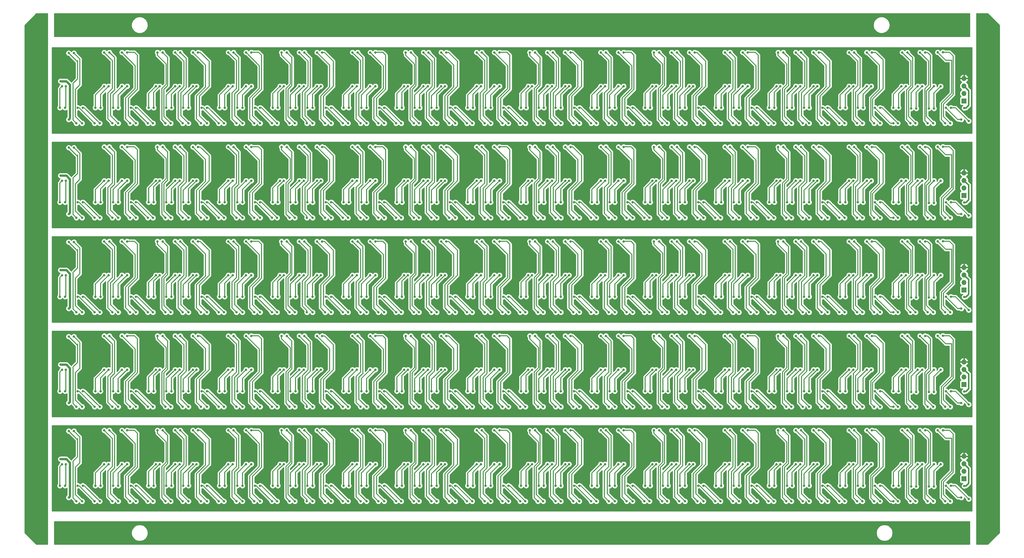
<source format=gbr>
G04 #@! TF.GenerationSoftware,KiCad,Pcbnew,(5.1.5)-3*
G04 #@! TF.CreationDate,2020-04-14T19:59:01+09:00*
G04 #@! TF.ProjectId,APA102_MENZUKE5_base,41504131-3032-45f4-9d45-4e5a554b4535,rev?*
G04 #@! TF.SameCoordinates,Original*
G04 #@! TF.FileFunction,Copper,L2,Bot*
G04 #@! TF.FilePolarity,Positive*
%FSLAX46Y46*%
G04 Gerber Fmt 4.6, Leading zero omitted, Abs format (unit mm)*
G04 Created by KiCad (PCBNEW (5.1.5)-3) date 2020-04-14 19:59:01*
%MOMM*%
%LPD*%
G04 APERTURE LIST*
%ADD10R,1.700000X1.700000*%
%ADD11O,1.700000X1.700000*%
%ADD12C,0.800000*%
%ADD13C,0.750000*%
%ADD14C,0.300000*%
%ADD15C,0.500000*%
%ADD16C,1.000000*%
%ADD17C,0.254000*%
G04 APERTURE END LIST*
D10*
X358900000Y-186700000D03*
D11*
X358900000Y-184160000D03*
X358900000Y-181620000D03*
X358900000Y-179080000D03*
D10*
X358900000Y-154700000D03*
D11*
X358900000Y-152160000D03*
X358900000Y-149620000D03*
X358900000Y-147080000D03*
D10*
X358900000Y-122700000D03*
D11*
X358900000Y-120160000D03*
X358900000Y-117620000D03*
X358900000Y-115080000D03*
D10*
X358900000Y-90700000D03*
D11*
X358900000Y-88160000D03*
X358900000Y-85620000D03*
X358900000Y-83080000D03*
X358900000Y-51080000D03*
X358900000Y-53620000D03*
X358900000Y-56160000D03*
D10*
X358900000Y-58700000D03*
D12*
X56000000Y-65000000D03*
X53250000Y-52000000D03*
X53250000Y-84000000D03*
X53250000Y-116000000D03*
X53250000Y-148000000D03*
X53250000Y-180000000D03*
X56000000Y-97000000D03*
X56000000Y-129000000D03*
X56000000Y-161000000D03*
X56000000Y-193000000D03*
X357976562Y-65023438D03*
X352750000Y-61000000D03*
X352750000Y-93000000D03*
X352750000Y-125000000D03*
X352750000Y-157000000D03*
X352750000Y-189000000D03*
X357976562Y-97023438D03*
X357976562Y-129023438D03*
X357976562Y-161023438D03*
X357976562Y-193023438D03*
X360500000Y-65500000D03*
X354500000Y-61000000D03*
X360500000Y-97500000D03*
X360500000Y-129500000D03*
X360500000Y-161500000D03*
X360500000Y-193500000D03*
X354500000Y-93000000D03*
X354500000Y-125000000D03*
X354500000Y-157000000D03*
X354500000Y-189000000D03*
X359000000Y-61100000D03*
X359000000Y-93100000D03*
X359000000Y-125100000D03*
X359000000Y-157100000D03*
X359000000Y-189100000D03*
X357500000Y-60500000D03*
X354500000Y-59500000D03*
X335000000Y-42000000D03*
X317000000Y-42000000D03*
X293000000Y-42000000D03*
X275000000Y-42000000D03*
X263100000Y-41900000D03*
X257100000Y-41900000D03*
X251000000Y-41800000D03*
X239000000Y-41800000D03*
X233000000Y-41800000D03*
X221000000Y-41750000D03*
X215000000Y-41800000D03*
X209000000Y-41800000D03*
X197100000Y-41900000D03*
X179000000Y-41800000D03*
X173000000Y-41800000D03*
X167000000Y-41800000D03*
X155000000Y-41800000D03*
X149000000Y-41800000D03*
X137000000Y-41750000D03*
X131000000Y-41800000D03*
X113000000Y-41800000D03*
X107000000Y-41800000D03*
X95000000Y-41800000D03*
X89000000Y-41800000D03*
X83250000Y-42000000D03*
X71000000Y-41750000D03*
X65000000Y-41800000D03*
X54300000Y-41700000D03*
X51300000Y-46300000D03*
X51300000Y-51200000D03*
X51300000Y-55700000D03*
X51300000Y-60950000D03*
X62000000Y-55000000D03*
X81500000Y-55000000D03*
X105000000Y-55000000D03*
X123500000Y-55000000D03*
X147500000Y-55000000D03*
X165250000Y-55000000D03*
X188750000Y-55000000D03*
X207000000Y-55000000D03*
X231500000Y-55000000D03*
X249500000Y-55000000D03*
X273250000Y-55000000D03*
X291500000Y-55000000D03*
X315250000Y-55000000D03*
X333250000Y-55000000D03*
X351375000Y-56375000D03*
X191000000Y-42000000D03*
X317000000Y-74000000D03*
X317000000Y-106000000D03*
X317000000Y-138000000D03*
X317000000Y-170000000D03*
X335000000Y-74000000D03*
X335000000Y-106000000D03*
X335000000Y-138000000D03*
X335000000Y-170000000D03*
X263100000Y-73900000D03*
X263100000Y-105900000D03*
X263100000Y-137900000D03*
X263100000Y-169900000D03*
X173000000Y-73800000D03*
X173000000Y-105800000D03*
X173000000Y-137800000D03*
X173000000Y-169800000D03*
X167000000Y-73800000D03*
X167000000Y-105800000D03*
X167000000Y-137800000D03*
X167000000Y-169800000D03*
X357500000Y-92500000D03*
X357500000Y-124500000D03*
X357500000Y-156500000D03*
X357500000Y-188500000D03*
X293000000Y-74000000D03*
X293000000Y-106000000D03*
X293000000Y-138000000D03*
X293000000Y-170000000D03*
X155000000Y-73800000D03*
X155000000Y-105800000D03*
X155000000Y-137800000D03*
X155000000Y-169800000D03*
X131000000Y-73800000D03*
X131000000Y-105800000D03*
X131000000Y-137800000D03*
X131000000Y-169800000D03*
X107000000Y-73800000D03*
X107000000Y-105800000D03*
X107000000Y-137800000D03*
X107000000Y-169800000D03*
X95000000Y-73800000D03*
X95000000Y-105800000D03*
X95000000Y-137800000D03*
X95000000Y-169800000D03*
X209000000Y-73800000D03*
X209000000Y-105800000D03*
X209000000Y-137800000D03*
X209000000Y-169800000D03*
X197100000Y-73900000D03*
X197100000Y-105900000D03*
X197100000Y-137900000D03*
X197100000Y-169900000D03*
X233000000Y-73800000D03*
X233000000Y-105800000D03*
X233000000Y-137800000D03*
X233000000Y-169800000D03*
X83250000Y-74000000D03*
X83250000Y-106000000D03*
X83250000Y-138000000D03*
X83250000Y-170000000D03*
X71000000Y-73750000D03*
X71000000Y-105750000D03*
X71000000Y-137750000D03*
X71000000Y-169750000D03*
X221000000Y-73750000D03*
X221000000Y-105750000D03*
X221000000Y-137750000D03*
X221000000Y-169750000D03*
X251000000Y-73800000D03*
X251000000Y-105800000D03*
X251000000Y-137800000D03*
X251000000Y-169800000D03*
X215000000Y-73800000D03*
X215000000Y-105800000D03*
X215000000Y-137800000D03*
X215000000Y-169800000D03*
X239000000Y-73800000D03*
X239000000Y-105800000D03*
X239000000Y-137800000D03*
X239000000Y-169800000D03*
X179000000Y-73800000D03*
X179000000Y-105800000D03*
X179000000Y-137800000D03*
X179000000Y-169800000D03*
X149000000Y-73800000D03*
X149000000Y-105800000D03*
X149000000Y-137800000D03*
X149000000Y-169800000D03*
X257100000Y-73900000D03*
X257100000Y-105900000D03*
X257100000Y-137900000D03*
X257100000Y-169900000D03*
X137000000Y-73750000D03*
X137000000Y-105750000D03*
X137000000Y-137750000D03*
X137000000Y-169750000D03*
X113000000Y-73800000D03*
X113000000Y-105800000D03*
X113000000Y-137800000D03*
X113000000Y-169800000D03*
X89000000Y-73800000D03*
X89000000Y-105800000D03*
X89000000Y-137800000D03*
X89000000Y-169800000D03*
X354500000Y-91500000D03*
X354500000Y-123500000D03*
X354500000Y-155500000D03*
X354500000Y-187500000D03*
X275000000Y-74000000D03*
X275000000Y-106000000D03*
X275000000Y-138000000D03*
X275000000Y-170000000D03*
X291500000Y-87000000D03*
X291500000Y-119000000D03*
X291500000Y-151000000D03*
X291500000Y-183000000D03*
X62000000Y-87000000D03*
X62000000Y-119000000D03*
X62000000Y-151000000D03*
X62000000Y-183000000D03*
X315250000Y-87000000D03*
X315250000Y-119000000D03*
X315250000Y-151000000D03*
X315250000Y-183000000D03*
X54300000Y-73700000D03*
X54300000Y-105700000D03*
X54300000Y-137700000D03*
X54300000Y-169700000D03*
X123500000Y-87000000D03*
X123500000Y-119000000D03*
X123500000Y-151000000D03*
X123500000Y-183000000D03*
X273250000Y-87000000D03*
X273250000Y-119000000D03*
X273250000Y-151000000D03*
X273250000Y-183000000D03*
X351375000Y-88375000D03*
X351375000Y-120375000D03*
X351375000Y-152375000D03*
X351375000Y-184375000D03*
X188750000Y-87000000D03*
X188750000Y-119000000D03*
X188750000Y-151000000D03*
X188750000Y-183000000D03*
X51300000Y-87700000D03*
X51300000Y-119700000D03*
X51300000Y-151700000D03*
X51300000Y-183700000D03*
X165250000Y-87000000D03*
X165250000Y-119000000D03*
X165250000Y-151000000D03*
X165250000Y-183000000D03*
X147500000Y-87000000D03*
X147500000Y-119000000D03*
X147500000Y-151000000D03*
X147500000Y-183000000D03*
X207000000Y-87000000D03*
X207000000Y-119000000D03*
X207000000Y-151000000D03*
X207000000Y-183000000D03*
X333250000Y-87000000D03*
X333250000Y-119000000D03*
X333250000Y-151000000D03*
X333250000Y-183000000D03*
X191000000Y-74000000D03*
X191000000Y-106000000D03*
X191000000Y-138000000D03*
X191000000Y-170000000D03*
X51300000Y-78300000D03*
X51300000Y-110300000D03*
X51300000Y-142300000D03*
X51300000Y-174300000D03*
X51300000Y-92950000D03*
X51300000Y-124950000D03*
X51300000Y-156950000D03*
X51300000Y-188950000D03*
X81500000Y-87000000D03*
X81500000Y-119000000D03*
X81500000Y-151000000D03*
X81500000Y-183000000D03*
X65000000Y-73800000D03*
X65000000Y-105800000D03*
X65000000Y-137800000D03*
X65000000Y-169800000D03*
X51300000Y-83200000D03*
X51300000Y-115200000D03*
X51300000Y-147200000D03*
X51300000Y-179200000D03*
X105000000Y-87000000D03*
X105000000Y-119000000D03*
X105000000Y-151000000D03*
X105000000Y-183000000D03*
X231500000Y-87000000D03*
X231500000Y-119000000D03*
X231500000Y-151000000D03*
X231500000Y-183000000D03*
X249500000Y-87000000D03*
X249500000Y-119000000D03*
X249500000Y-151000000D03*
X249500000Y-183000000D03*
X354250000Y-66275000D03*
X351752573Y-42219313D03*
X351752573Y-74219313D03*
X351752573Y-106219313D03*
X351752573Y-138219313D03*
X351752573Y-170219313D03*
X354250000Y-98275000D03*
X354250000Y-130275000D03*
X354250000Y-162275000D03*
X354250000Y-194275000D03*
X352500000Y-66275000D03*
X350000000Y-42250000D03*
X350000000Y-74250000D03*
X350000000Y-106250000D03*
X350000000Y-138250000D03*
X350000000Y-170250000D03*
X352500000Y-98275000D03*
X352500000Y-130275000D03*
X352500000Y-162275000D03*
X352500000Y-194275000D03*
X348750000Y-53725000D03*
X347000000Y-61250000D03*
X347000000Y-93250000D03*
X347000000Y-125250000D03*
X347000000Y-157250000D03*
X347000000Y-189250000D03*
X348750000Y-85725000D03*
X348750000Y-117725000D03*
X348750000Y-149725000D03*
X348750000Y-181725000D03*
X351000000Y-53750000D03*
X348750000Y-61250000D03*
X351000000Y-85750000D03*
X351000000Y-117750000D03*
X351000000Y-149750000D03*
X351000000Y-181750000D03*
X348750000Y-93250000D03*
X348750000Y-125250000D03*
X348750000Y-157250000D03*
X348750000Y-189250000D03*
X348500000Y-66275000D03*
X345741013Y-42275000D03*
X345741013Y-74275000D03*
X345741013Y-106275000D03*
X345741013Y-138275000D03*
X345741013Y-170275000D03*
X348500000Y-98275000D03*
X348500000Y-130275000D03*
X348500000Y-162275000D03*
X348500000Y-194275000D03*
X346575000Y-66275000D03*
X344000000Y-42275000D03*
X346575000Y-98275000D03*
X346575000Y-130275000D03*
X346575000Y-162275000D03*
X346575000Y-194275000D03*
X344000000Y-74275000D03*
X344000000Y-106275000D03*
X344000000Y-138275000D03*
X344000000Y-170275000D03*
X343250000Y-53725000D03*
X341000000Y-61250000D03*
X341000000Y-93250000D03*
X341000000Y-125250000D03*
X341000000Y-157250000D03*
X341000000Y-189250000D03*
X343250000Y-85725000D03*
X343250000Y-117725000D03*
X343250000Y-149725000D03*
X343250000Y-181725000D03*
X344750000Y-53725000D03*
X342750000Y-61250000D03*
X342750000Y-93250000D03*
X342750000Y-125250000D03*
X342750000Y-157250000D03*
X342750000Y-189250000D03*
X344750000Y-85725000D03*
X344750000Y-117725000D03*
X344750000Y-149725000D03*
X344750000Y-181725000D03*
X342500000Y-66275000D03*
X339741013Y-42275000D03*
X342500000Y-98275000D03*
X342500000Y-130275000D03*
X342500000Y-162275000D03*
X342500000Y-194275000D03*
X339741013Y-74275000D03*
X339741013Y-106275000D03*
X339741013Y-138275000D03*
X339741013Y-170275000D03*
X340750000Y-66275000D03*
X338000000Y-42275000D03*
X340750000Y-98275000D03*
X340750000Y-130275000D03*
X340750000Y-162275000D03*
X340750000Y-194275000D03*
X338000000Y-74275000D03*
X338000000Y-106275000D03*
X338000000Y-138275000D03*
X338000000Y-170275000D03*
X335000000Y-61000000D03*
X337749952Y-53725000D03*
X335000000Y-93000000D03*
X335000000Y-125000000D03*
X335000000Y-157000000D03*
X335000000Y-189000000D03*
X337749952Y-85725000D03*
X337749952Y-117725000D03*
X337749952Y-149725000D03*
X337749952Y-181725000D03*
X339250000Y-53725000D03*
X336750000Y-61000000D03*
X339250000Y-85725000D03*
X339250000Y-117725000D03*
X339250000Y-149725000D03*
X339250000Y-181725000D03*
X336750000Y-93000000D03*
X336750000Y-125000000D03*
X336750000Y-157000000D03*
X336750000Y-189000000D03*
X336500000Y-66275000D03*
X330500000Y-61000000D03*
X336500000Y-98275000D03*
X336500000Y-130275000D03*
X336500000Y-162275000D03*
X336500000Y-194275000D03*
X330500000Y-93000000D03*
X330500000Y-125000000D03*
X330500000Y-157000000D03*
X330500000Y-189000000D03*
X335000000Y-66275000D03*
X328750000Y-61000000D03*
X335000000Y-98275000D03*
X335000000Y-130275000D03*
X335000000Y-162275000D03*
X335000000Y-194275000D03*
X328750000Y-93000000D03*
X328750000Y-125000000D03*
X328750000Y-157000000D03*
X328750000Y-189000000D03*
X328500000Y-66275000D03*
X326000000Y-42275000D03*
X328500000Y-98275000D03*
X328500000Y-130275000D03*
X328500000Y-162275000D03*
X328500000Y-194275000D03*
X326000000Y-74275000D03*
X326000000Y-106275000D03*
X326000000Y-138275000D03*
X326000000Y-170275000D03*
X330500000Y-66275000D03*
X327750000Y-42275000D03*
X330500000Y-98275000D03*
X330500000Y-130275000D03*
X330500000Y-162275000D03*
X330500000Y-194275000D03*
X327750000Y-74275000D03*
X327750000Y-106275000D03*
X327750000Y-138275000D03*
X327750000Y-170275000D03*
X327500000Y-53725000D03*
X324750000Y-61000000D03*
X327500000Y-85725000D03*
X327500000Y-117725000D03*
X327500000Y-149725000D03*
X327500000Y-181725000D03*
X324750000Y-93000000D03*
X324750000Y-125000000D03*
X324750000Y-157000000D03*
X324750000Y-189000000D03*
X323000000Y-61000000D03*
X326000000Y-53725000D03*
X323000000Y-93000000D03*
X323000000Y-125000000D03*
X323000000Y-157000000D03*
X323000000Y-189000000D03*
X326000000Y-85725000D03*
X326000000Y-117725000D03*
X326000000Y-149725000D03*
X326000000Y-181725000D03*
X322750000Y-66275000D03*
X320000000Y-42275000D03*
X322750000Y-98275000D03*
X322750000Y-130275000D03*
X322750000Y-162275000D03*
X322750000Y-194275000D03*
X320000000Y-74275000D03*
X320000000Y-106275000D03*
X320000000Y-138275000D03*
X320000000Y-170275000D03*
X324500000Y-66275000D03*
X321741013Y-42275000D03*
X324500000Y-98275000D03*
X324500000Y-130275000D03*
X324500000Y-162275000D03*
X324500000Y-194275000D03*
X321741013Y-74275000D03*
X321741013Y-106275000D03*
X321741013Y-138275000D03*
X321741013Y-170275000D03*
X321500000Y-53725000D03*
X318750000Y-61000000D03*
X321500000Y-85725000D03*
X321500000Y-117725000D03*
X321500000Y-149725000D03*
X321500000Y-181725000D03*
X318750000Y-93000000D03*
X318750000Y-125000000D03*
X318750000Y-157000000D03*
X318750000Y-189000000D03*
X317000000Y-61000000D03*
X320000000Y-53725000D03*
X320000000Y-85725000D03*
X320000000Y-117725000D03*
X320000000Y-149725000D03*
X320000000Y-181725000D03*
X317000000Y-93000000D03*
X317000000Y-125000000D03*
X317000000Y-157000000D03*
X317000000Y-189000000D03*
X318500000Y-66275000D03*
X312750000Y-61000000D03*
X318500000Y-98275000D03*
X318500000Y-130275000D03*
X318500000Y-162275000D03*
X318500000Y-194275000D03*
X312750000Y-93000000D03*
X312750000Y-125000000D03*
X312750000Y-157000000D03*
X312750000Y-189000000D03*
X316750000Y-66275000D03*
X311000000Y-61000000D03*
X316750000Y-98275000D03*
X316750000Y-130275000D03*
X316750000Y-162275000D03*
X316750000Y-194275000D03*
X311000000Y-93000000D03*
X311000000Y-125000000D03*
X311000000Y-157000000D03*
X311000000Y-189000000D03*
X310750000Y-66275000D03*
X308000000Y-42275000D03*
X310750000Y-98275000D03*
X310750000Y-130275000D03*
X310750000Y-162275000D03*
X310750000Y-194275000D03*
X308000000Y-74275000D03*
X308000000Y-106275000D03*
X308000000Y-138275000D03*
X308000000Y-170275000D03*
X312750000Y-66275000D03*
X309750000Y-42275000D03*
X309750000Y-74275000D03*
X309750000Y-106275000D03*
X309750000Y-138275000D03*
X309750000Y-170275000D03*
X312750000Y-98275000D03*
X312750000Y-130275000D03*
X312750000Y-162275000D03*
X312750000Y-194275000D03*
X279500000Y-53725000D03*
X276750000Y-61000000D03*
X276750000Y-93000000D03*
X276750000Y-125000000D03*
X276750000Y-157000000D03*
X276750000Y-189000000D03*
X279500000Y-85725000D03*
X279500000Y-117725000D03*
X279500000Y-149725000D03*
X279500000Y-181725000D03*
X275000000Y-61000000D03*
X278000000Y-53725000D03*
X275000000Y-93000000D03*
X275000000Y-125000000D03*
X275000000Y-157000000D03*
X275000000Y-189000000D03*
X278000000Y-85725000D03*
X278000000Y-117725000D03*
X278000000Y-149725000D03*
X278000000Y-181725000D03*
X304750000Y-61000000D03*
X308000000Y-53725000D03*
X304750000Y-93000000D03*
X304750000Y-125000000D03*
X304750000Y-157000000D03*
X304750000Y-189000000D03*
X308000000Y-85725000D03*
X308000000Y-117725000D03*
X308000000Y-149725000D03*
X308000000Y-181725000D03*
X309250000Y-53725000D03*
X306500000Y-61000000D03*
X306500000Y-93000000D03*
X306500000Y-125000000D03*
X306500000Y-157000000D03*
X306500000Y-189000000D03*
X309250000Y-85725000D03*
X309250000Y-117725000D03*
X309250000Y-149725000D03*
X309250000Y-181725000D03*
X234750000Y-61000000D03*
X237500000Y-53725000D03*
X237500000Y-85725000D03*
X237500000Y-117725000D03*
X237500000Y-149725000D03*
X237500000Y-181725000D03*
X234750000Y-93000000D03*
X234750000Y-125000000D03*
X234750000Y-157000000D03*
X234750000Y-189000000D03*
X233000000Y-61000000D03*
X236000000Y-53725000D03*
X233000000Y-93000000D03*
X233000000Y-125000000D03*
X233000000Y-157000000D03*
X233000000Y-189000000D03*
X236000000Y-85725000D03*
X236000000Y-117725000D03*
X236000000Y-149725000D03*
X236000000Y-181725000D03*
X304325000Y-66275000D03*
X302000000Y-42275000D03*
X304325000Y-98275000D03*
X304325000Y-130275000D03*
X304325000Y-162275000D03*
X304325000Y-194275000D03*
X302000000Y-74275000D03*
X302000000Y-106275000D03*
X302000000Y-138275000D03*
X302000000Y-170275000D03*
X306500000Y-66275000D03*
X303741013Y-42275000D03*
X306500000Y-98275000D03*
X306500000Y-130275000D03*
X306500000Y-162275000D03*
X306500000Y-194275000D03*
X303741013Y-74275000D03*
X303741013Y-106275000D03*
X303741013Y-138275000D03*
X303741013Y-170275000D03*
X192750000Y-61000000D03*
X195500000Y-53725000D03*
X195500000Y-85725000D03*
X195500000Y-117725000D03*
X195500000Y-149725000D03*
X195500000Y-181725000D03*
X192750000Y-93000000D03*
X192750000Y-125000000D03*
X192750000Y-157000000D03*
X192750000Y-189000000D03*
X191000000Y-61000000D03*
X194000000Y-53725000D03*
X191000000Y-93000000D03*
X191000000Y-125000000D03*
X191000000Y-157000000D03*
X191000000Y-189000000D03*
X194000000Y-85725000D03*
X194000000Y-117725000D03*
X194000000Y-149725000D03*
X194000000Y-181725000D03*
X302000000Y-53725000D03*
X299000000Y-61000000D03*
X302000000Y-85725000D03*
X302000000Y-117725000D03*
X302000000Y-149725000D03*
X302000000Y-181725000D03*
X299000000Y-93000000D03*
X299000000Y-125000000D03*
X299000000Y-157000000D03*
X299000000Y-189000000D03*
X300750000Y-61000000D03*
X303500000Y-53725000D03*
X300750000Y-93000000D03*
X300750000Y-125000000D03*
X300750000Y-157000000D03*
X300750000Y-189000000D03*
X303500000Y-85725000D03*
X303500000Y-117725000D03*
X303500000Y-149725000D03*
X303500000Y-181725000D03*
X150750000Y-61000000D03*
X153500000Y-53725000D03*
X153500000Y-85725000D03*
X153500000Y-117725000D03*
X153500000Y-149725000D03*
X153500000Y-181725000D03*
X150750000Y-93000000D03*
X150750000Y-125000000D03*
X150750000Y-157000000D03*
X150750000Y-189000000D03*
X149000000Y-61000000D03*
X152000000Y-53725000D03*
X152000000Y-85725000D03*
X152000000Y-117725000D03*
X152000000Y-149725000D03*
X152000000Y-181725000D03*
X149000000Y-93000000D03*
X149000000Y-125000000D03*
X149000000Y-157000000D03*
X149000000Y-189000000D03*
X107000000Y-61000000D03*
X110000000Y-53725000D03*
X110000000Y-85725000D03*
X110000000Y-117725000D03*
X110000000Y-149725000D03*
X110000000Y-181725000D03*
X107000000Y-93000000D03*
X107000000Y-125000000D03*
X107000000Y-157000000D03*
X107000000Y-189000000D03*
X108750000Y-61000000D03*
X111500000Y-53725000D03*
X111500000Y-85725000D03*
X111500000Y-117725000D03*
X111500000Y-149725000D03*
X111500000Y-181725000D03*
X108750000Y-93000000D03*
X108750000Y-125000000D03*
X108750000Y-157000000D03*
X108750000Y-189000000D03*
X300500000Y-66275000D03*
X297741013Y-42275000D03*
X300500000Y-98275000D03*
X300500000Y-130275000D03*
X300500000Y-162275000D03*
X300500000Y-194275000D03*
X297741013Y-74275000D03*
X297741013Y-106275000D03*
X297741013Y-138275000D03*
X297741013Y-170275000D03*
X298750000Y-66275000D03*
X296000000Y-42275000D03*
X298750000Y-98275000D03*
X298750000Y-130275000D03*
X298750000Y-162275000D03*
X298750000Y-194275000D03*
X296000000Y-74275000D03*
X296000000Y-106275000D03*
X296000000Y-138275000D03*
X296000000Y-170275000D03*
X293000000Y-61000000D03*
X295500000Y-53725000D03*
X293000000Y-93000000D03*
X293000000Y-125000000D03*
X293000000Y-157000000D03*
X293000000Y-189000000D03*
X295500000Y-85725000D03*
X295500000Y-117725000D03*
X295500000Y-149725000D03*
X295500000Y-181725000D03*
X296750000Y-53725000D03*
X294750000Y-61000000D03*
X296750000Y-85725000D03*
X296750000Y-117725000D03*
X296750000Y-149725000D03*
X296750000Y-181725000D03*
X294750000Y-93000000D03*
X294750000Y-125000000D03*
X294750000Y-157000000D03*
X294750000Y-189000000D03*
X294500000Y-66275000D03*
X288750000Y-61000000D03*
X294500000Y-98275000D03*
X294500000Y-130275000D03*
X294500000Y-162275000D03*
X294500000Y-194275000D03*
X288750000Y-93000000D03*
X288750000Y-125000000D03*
X288750000Y-157000000D03*
X288750000Y-189000000D03*
X292750000Y-66275000D03*
X287000000Y-61000000D03*
X292750000Y-98275000D03*
X292750000Y-130275000D03*
X292750000Y-162275000D03*
X292750000Y-194275000D03*
X287000000Y-93000000D03*
X287000000Y-125000000D03*
X287000000Y-157000000D03*
X287000000Y-189000000D03*
X288750000Y-66275000D03*
X285750000Y-42275000D03*
X288750000Y-98275000D03*
X288750000Y-130275000D03*
X288750000Y-162275000D03*
X288750000Y-194275000D03*
X285750000Y-74275000D03*
X285750000Y-106275000D03*
X285750000Y-138275000D03*
X285750000Y-170275000D03*
X286750000Y-66275000D03*
X284000000Y-42275000D03*
X286750000Y-98275000D03*
X286750000Y-130275000D03*
X286750000Y-162275000D03*
X286750000Y-194275000D03*
X284000000Y-74275000D03*
X284000000Y-106275000D03*
X284000000Y-138275000D03*
X284000000Y-170275000D03*
X282750000Y-61000000D03*
X285750000Y-53725000D03*
X282750000Y-93000000D03*
X282750000Y-125000000D03*
X282750000Y-157000000D03*
X282750000Y-189000000D03*
X285750000Y-85725000D03*
X285750000Y-117725000D03*
X285750000Y-149725000D03*
X285750000Y-181725000D03*
X281000000Y-61000000D03*
X284000000Y-53725000D03*
X281000000Y-93000000D03*
X281000000Y-125000000D03*
X281000000Y-157000000D03*
X281000000Y-189000000D03*
X284000000Y-85725000D03*
X284000000Y-117725000D03*
X284000000Y-149725000D03*
X284000000Y-181725000D03*
X282750000Y-66275000D03*
X279741013Y-42275000D03*
X282750000Y-98275000D03*
X282750000Y-130275000D03*
X282750000Y-162275000D03*
X282750000Y-194275000D03*
X279741013Y-74275000D03*
X279741013Y-106275000D03*
X279741013Y-138275000D03*
X279741013Y-170275000D03*
X280750000Y-66275000D03*
X278000000Y-42275000D03*
X278000000Y-74275000D03*
X278000000Y-106275000D03*
X278000000Y-138275000D03*
X278000000Y-170275000D03*
X280750000Y-98275000D03*
X280750000Y-130275000D03*
X280750000Y-162275000D03*
X280750000Y-194275000D03*
X276500000Y-66275000D03*
X270750000Y-61000000D03*
X276500000Y-98275000D03*
X276500000Y-130275000D03*
X276500000Y-162275000D03*
X276500000Y-194275000D03*
X270750000Y-93000000D03*
X270750000Y-125000000D03*
X270750000Y-157000000D03*
X270750000Y-189000000D03*
X274750000Y-66275000D03*
X269000000Y-61000000D03*
X269000000Y-93000000D03*
X269000000Y-125000000D03*
X269000000Y-157000000D03*
X269000000Y-189000000D03*
X274750000Y-98275000D03*
X274750000Y-130275000D03*
X274750000Y-162275000D03*
X274750000Y-194275000D03*
X268750000Y-66275000D03*
X266000000Y-42275000D03*
X268750000Y-98275000D03*
X268750000Y-130275000D03*
X268750000Y-162275000D03*
X268750000Y-194275000D03*
X266000000Y-74275000D03*
X266000000Y-106275000D03*
X266000000Y-138275000D03*
X266000000Y-170275000D03*
X270750000Y-66275000D03*
X267750000Y-42275000D03*
X270750000Y-98275000D03*
X270750000Y-130275000D03*
X270750000Y-162275000D03*
X270750000Y-194275000D03*
X267750000Y-74275000D03*
X267750000Y-106275000D03*
X267750000Y-138275000D03*
X267750000Y-170275000D03*
X266000000Y-53725000D03*
X262750000Y-61000000D03*
X262750000Y-93000000D03*
X262750000Y-125000000D03*
X262750000Y-157000000D03*
X262750000Y-189000000D03*
X266000000Y-85725000D03*
X266000000Y-117725000D03*
X266000000Y-149725000D03*
X266000000Y-181725000D03*
X264500000Y-61000000D03*
X267250000Y-53725000D03*
X264500000Y-93000000D03*
X264500000Y-125000000D03*
X264500000Y-157000000D03*
X264500000Y-189000000D03*
X267250000Y-85725000D03*
X267250000Y-117725000D03*
X267250000Y-149725000D03*
X267250000Y-181725000D03*
X260000000Y-42275000D03*
X262575000Y-66275929D03*
X262575000Y-98275929D03*
X262575000Y-130275929D03*
X262575000Y-162275929D03*
X262575000Y-194275929D03*
X260000000Y-74275000D03*
X260000000Y-106275000D03*
X260000000Y-138275000D03*
X260000000Y-170275000D03*
X261741013Y-42275000D03*
X264500000Y-66275000D03*
X261741013Y-74275000D03*
X261741013Y-106275000D03*
X261741013Y-138275000D03*
X261741013Y-170275000D03*
X264500000Y-98275000D03*
X264500000Y-130275000D03*
X264500000Y-162275000D03*
X264500000Y-194275000D03*
X260000000Y-53725000D03*
X257000000Y-61000000D03*
X260000000Y-85725000D03*
X260000000Y-117725000D03*
X260000000Y-149725000D03*
X260000000Y-181725000D03*
X257000000Y-93000000D03*
X257000000Y-125000000D03*
X257000000Y-157000000D03*
X257000000Y-189000000D03*
X258750000Y-61000000D03*
X261500000Y-53725000D03*
X261500000Y-85725000D03*
X261500000Y-117725000D03*
X261500000Y-149725000D03*
X261500000Y-181725000D03*
X258750000Y-93000000D03*
X258750000Y-125000000D03*
X258750000Y-157000000D03*
X258750000Y-189000000D03*
X255741013Y-42275000D03*
X258500000Y-66275000D03*
X258500000Y-98275000D03*
X258500000Y-130275000D03*
X258500000Y-162275000D03*
X258500000Y-194275000D03*
X255741013Y-74275000D03*
X255741013Y-106275000D03*
X255741013Y-138275000D03*
X255741013Y-170275000D03*
X254000000Y-42275000D03*
X256750000Y-66275000D03*
X256750000Y-98275000D03*
X256750000Y-130275000D03*
X256750000Y-162275000D03*
X256750000Y-194275000D03*
X254000000Y-74275000D03*
X254000000Y-106275000D03*
X254000000Y-138275000D03*
X254000000Y-170275000D03*
X251000000Y-61000000D03*
X253500000Y-53725000D03*
X253500000Y-85725000D03*
X253500000Y-117725000D03*
X253500000Y-149725000D03*
X253500000Y-181725000D03*
X251000000Y-93000000D03*
X251000000Y-125000000D03*
X251000000Y-157000000D03*
X251000000Y-189000000D03*
X252750000Y-61000000D03*
X254750000Y-53725000D03*
X252750000Y-93000000D03*
X252750000Y-125000000D03*
X252750000Y-157000000D03*
X252750000Y-189000000D03*
X254750000Y-85725000D03*
X254750000Y-117725000D03*
X254750000Y-149725000D03*
X254750000Y-181725000D03*
X246750000Y-61000000D03*
X252500000Y-66275000D03*
X246750000Y-93000000D03*
X246750000Y-125000000D03*
X246750000Y-157000000D03*
X246750000Y-189000000D03*
X252500000Y-98275000D03*
X252500000Y-130275000D03*
X252500000Y-162275000D03*
X252500000Y-194275000D03*
X245000000Y-61000000D03*
X250750000Y-66275000D03*
X245000000Y-93000000D03*
X245000000Y-125000000D03*
X245000000Y-157000000D03*
X245000000Y-189000000D03*
X250750000Y-98275000D03*
X250750000Y-130275000D03*
X250750000Y-162275000D03*
X250750000Y-194275000D03*
X246750000Y-66275000D03*
X243750000Y-42275000D03*
X243750000Y-74275000D03*
X243750000Y-106275000D03*
X243750000Y-138275000D03*
X243750000Y-170275000D03*
X246750000Y-98275000D03*
X246750000Y-130275000D03*
X246750000Y-162275000D03*
X246750000Y-194275000D03*
X244750000Y-66275000D03*
X242000000Y-42275000D03*
X244750000Y-98275000D03*
X244750000Y-130275000D03*
X244750000Y-162275000D03*
X244750000Y-194275000D03*
X242000000Y-74275000D03*
X242000000Y-106275000D03*
X242000000Y-138275000D03*
X242000000Y-170275000D03*
X243750000Y-53725000D03*
X240750000Y-61000000D03*
X240750000Y-93000000D03*
X240750000Y-125000000D03*
X240750000Y-157000000D03*
X240750000Y-189000000D03*
X243750000Y-85725000D03*
X243750000Y-117725000D03*
X243750000Y-149725000D03*
X243750000Y-181725000D03*
X239000000Y-61000000D03*
X242000000Y-53725000D03*
X239000000Y-93000000D03*
X239000000Y-125000000D03*
X239000000Y-157000000D03*
X239000000Y-189000000D03*
X242000000Y-85725000D03*
X242000000Y-117725000D03*
X242000000Y-149725000D03*
X242000000Y-181725000D03*
X240750000Y-66275000D03*
X237741013Y-42275000D03*
X237741013Y-74275000D03*
X237741013Y-106275000D03*
X237741013Y-138275000D03*
X237741013Y-170275000D03*
X240750000Y-98275000D03*
X240750000Y-130275000D03*
X240750000Y-162275000D03*
X240750000Y-194275000D03*
X236000000Y-42275000D03*
X238750000Y-66275000D03*
X236000000Y-74275000D03*
X236000000Y-106275000D03*
X236000000Y-138275000D03*
X236000000Y-170275000D03*
X238750000Y-98275000D03*
X238750000Y-130275000D03*
X238750000Y-162275000D03*
X238750000Y-194275000D03*
X234500000Y-66275000D03*
X228750000Y-61000000D03*
X228750000Y-93000000D03*
X228750000Y-125000000D03*
X228750000Y-157000000D03*
X228750000Y-189000000D03*
X234500000Y-98275000D03*
X234500000Y-130275000D03*
X234500000Y-162275000D03*
X234500000Y-194275000D03*
X232750000Y-66275000D03*
X227000000Y-61000000D03*
X227000000Y-93000000D03*
X227000000Y-125000000D03*
X227000000Y-157000000D03*
X227000000Y-189000000D03*
X232750000Y-98275000D03*
X232750000Y-130275000D03*
X232750000Y-162275000D03*
X232750000Y-194275000D03*
X226750000Y-66275000D03*
X224000000Y-42275000D03*
X226750000Y-98275000D03*
X226750000Y-130275000D03*
X226750000Y-162275000D03*
X226750000Y-194275000D03*
X224000000Y-74275000D03*
X224000000Y-106275000D03*
X224000000Y-138275000D03*
X224000000Y-170275000D03*
X228750000Y-66275000D03*
X225750000Y-42275000D03*
X228750000Y-98275000D03*
X228750000Y-130275000D03*
X228750000Y-162275000D03*
X228750000Y-194275000D03*
X225750000Y-74275000D03*
X225750000Y-106275000D03*
X225750000Y-138275000D03*
X225750000Y-170275000D03*
X224000000Y-53725000D03*
X220750000Y-61000000D03*
X224000000Y-85725000D03*
X224000000Y-117725000D03*
X224000000Y-149725000D03*
X224000000Y-181725000D03*
X220750000Y-93000000D03*
X220750000Y-125000000D03*
X220750000Y-157000000D03*
X220750000Y-189000000D03*
X222500000Y-61000000D03*
X225250000Y-53725000D03*
X225250000Y-85725000D03*
X225250000Y-117725000D03*
X225250000Y-149725000D03*
X225250000Y-181725000D03*
X222500000Y-93000000D03*
X222500000Y-125000000D03*
X222500000Y-157000000D03*
X222500000Y-189000000D03*
X218000000Y-42275000D03*
X220750000Y-66275000D03*
X218000000Y-74275000D03*
X218000000Y-106275000D03*
X218000000Y-138275000D03*
X218000000Y-170275000D03*
X220750000Y-98275000D03*
X220750000Y-130275000D03*
X220750000Y-162275000D03*
X220750000Y-194275000D03*
X219741013Y-42275000D03*
X222500000Y-66275000D03*
X219741013Y-74275000D03*
X219741013Y-106275000D03*
X219741013Y-138275000D03*
X219741013Y-170275000D03*
X222500000Y-98275000D03*
X222500000Y-130275000D03*
X222500000Y-162275000D03*
X222500000Y-194275000D03*
X218000000Y-53725000D03*
X215000000Y-61000000D03*
X215000000Y-93000000D03*
X215000000Y-125000000D03*
X215000000Y-157000000D03*
X215000000Y-189000000D03*
X218000000Y-85725000D03*
X218000000Y-117725000D03*
X218000000Y-149725000D03*
X218000000Y-181725000D03*
X216750000Y-61000000D03*
X219500000Y-53725000D03*
X219500000Y-85725000D03*
X219500000Y-117725000D03*
X219500000Y-149725000D03*
X219500000Y-181725000D03*
X216750000Y-93000000D03*
X216750000Y-125000000D03*
X216750000Y-157000000D03*
X216750000Y-189000000D03*
X213741013Y-42275000D03*
X216500000Y-66275000D03*
X213741013Y-74275000D03*
X213741013Y-106275000D03*
X213741013Y-138275000D03*
X213741013Y-170275000D03*
X216500000Y-98275000D03*
X216500000Y-130275000D03*
X216500000Y-162275000D03*
X216500000Y-194275000D03*
X212000000Y-42275000D03*
X214750000Y-66275000D03*
X214750000Y-98275000D03*
X214750000Y-130275000D03*
X214750000Y-162275000D03*
X214750000Y-194275000D03*
X212000000Y-74275000D03*
X212000000Y-106275000D03*
X212000000Y-138275000D03*
X212000000Y-170275000D03*
X209000000Y-61000000D03*
X211500000Y-53725000D03*
X211500000Y-85725000D03*
X211500000Y-117725000D03*
X211500000Y-149725000D03*
X211500000Y-181725000D03*
X209000000Y-93000000D03*
X209000000Y-125000000D03*
X209000000Y-157000000D03*
X209000000Y-189000000D03*
X210750000Y-61000000D03*
X212750000Y-53725000D03*
X210750000Y-93000000D03*
X210750000Y-125000000D03*
X210750000Y-157000000D03*
X210750000Y-189000000D03*
X212750000Y-85725000D03*
X212750000Y-117725000D03*
X212750000Y-149725000D03*
X212750000Y-181725000D03*
X204750000Y-61000000D03*
X210500000Y-66275000D03*
X210500000Y-98275000D03*
X210500000Y-130275000D03*
X210500000Y-162275000D03*
X210500000Y-194275000D03*
X204750000Y-93000000D03*
X204750000Y-125000000D03*
X204750000Y-157000000D03*
X204750000Y-189000000D03*
X203000000Y-61000000D03*
X208750000Y-66275000D03*
X203000000Y-93000000D03*
X203000000Y-125000000D03*
X203000000Y-157000000D03*
X203000000Y-189000000D03*
X208750000Y-98275000D03*
X208750000Y-130275000D03*
X208750000Y-162275000D03*
X208750000Y-194275000D03*
X204750000Y-66275000D03*
X201750000Y-42275000D03*
X201750000Y-74275000D03*
X201750000Y-106275000D03*
X201750000Y-138275000D03*
X201750000Y-170275000D03*
X204750000Y-98275000D03*
X204750000Y-130275000D03*
X204750000Y-162275000D03*
X204750000Y-194275000D03*
X202750000Y-66275000D03*
X200000000Y-42275000D03*
X200000000Y-74275000D03*
X200000000Y-106275000D03*
X200000000Y-138275000D03*
X200000000Y-170275000D03*
X202750000Y-98275000D03*
X202750000Y-130275000D03*
X202750000Y-162275000D03*
X202750000Y-194275000D03*
X201750000Y-53725000D03*
X198750000Y-61000000D03*
X201750000Y-85725000D03*
X201750000Y-117725000D03*
X201750000Y-149725000D03*
X201750000Y-181725000D03*
X198750000Y-93000000D03*
X198750000Y-125000000D03*
X198750000Y-157000000D03*
X198750000Y-189000000D03*
X197000000Y-61000000D03*
X200000000Y-53725000D03*
X197000000Y-93000000D03*
X197000000Y-125000000D03*
X197000000Y-157000000D03*
X197000000Y-189000000D03*
X200000000Y-85725000D03*
X200000000Y-117725000D03*
X200000000Y-149725000D03*
X200000000Y-181725000D03*
X198750000Y-66275000D03*
X195741013Y-42275000D03*
X195741013Y-74275000D03*
X195741013Y-106275000D03*
X195741013Y-138275000D03*
X195741013Y-170275000D03*
X198750000Y-98275000D03*
X198750000Y-130275000D03*
X198750000Y-162275000D03*
X198750000Y-194275000D03*
X194000000Y-42275000D03*
X196750000Y-66275000D03*
X194000000Y-74275000D03*
X194000000Y-106275000D03*
X194000000Y-138275000D03*
X194000000Y-170275000D03*
X196750000Y-98275000D03*
X196750000Y-130275000D03*
X196750000Y-162275000D03*
X196750000Y-194275000D03*
X192500000Y-66275000D03*
X186750000Y-61000000D03*
X192500000Y-98275000D03*
X192500000Y-130275000D03*
X192500000Y-162275000D03*
X192500000Y-194275000D03*
X186750000Y-93000000D03*
X186750000Y-125000000D03*
X186750000Y-157000000D03*
X186750000Y-189000000D03*
X190750000Y-66275000D03*
X185000000Y-61000000D03*
X185000000Y-93000000D03*
X185000000Y-125000000D03*
X185000000Y-157000000D03*
X185000000Y-189000000D03*
X190750000Y-98275000D03*
X190750000Y-130275000D03*
X190750000Y-162275000D03*
X190750000Y-194275000D03*
X184750000Y-66275000D03*
X182000000Y-42275000D03*
X184750000Y-98275000D03*
X184750000Y-130275000D03*
X184750000Y-162275000D03*
X184750000Y-194275000D03*
X182000000Y-74275000D03*
X182000000Y-106275000D03*
X182000000Y-138275000D03*
X182000000Y-170275000D03*
X186750000Y-66275000D03*
X183750000Y-42275000D03*
X186750000Y-98275000D03*
X186750000Y-130275000D03*
X186750000Y-162275000D03*
X186750000Y-194275000D03*
X183750000Y-74275000D03*
X183750000Y-106275000D03*
X183750000Y-138275000D03*
X183750000Y-170275000D03*
X182000000Y-53725000D03*
X178750000Y-61000000D03*
X182000000Y-85725000D03*
X182000000Y-117725000D03*
X182000000Y-149725000D03*
X182000000Y-181725000D03*
X178750000Y-93000000D03*
X178750000Y-125000000D03*
X178750000Y-157000000D03*
X178750000Y-189000000D03*
X180500000Y-61000000D03*
X183250000Y-53725000D03*
X183250000Y-85725000D03*
X183250000Y-117725000D03*
X183250000Y-149725000D03*
X183250000Y-181725000D03*
X180500000Y-93000000D03*
X180500000Y-125000000D03*
X180500000Y-157000000D03*
X180500000Y-189000000D03*
X176000000Y-42275000D03*
X178750000Y-66275000D03*
X176000000Y-74275000D03*
X176000000Y-106275000D03*
X176000000Y-138275000D03*
X176000000Y-170275000D03*
X178750000Y-98275000D03*
X178750000Y-130275000D03*
X178750000Y-162275000D03*
X178750000Y-194275000D03*
X177741013Y-42275000D03*
X180500000Y-66275000D03*
X177741013Y-74275000D03*
X177741013Y-106275000D03*
X177741013Y-138275000D03*
X177741013Y-170275000D03*
X180500000Y-98275000D03*
X180500000Y-130275000D03*
X180500000Y-162275000D03*
X180500000Y-194275000D03*
X176000000Y-53725000D03*
X173000000Y-61000000D03*
X173000000Y-93000000D03*
X173000000Y-125000000D03*
X173000000Y-157000000D03*
X173000000Y-189000000D03*
X176000000Y-85725000D03*
X176000000Y-117725000D03*
X176000000Y-149725000D03*
X176000000Y-181725000D03*
X174750000Y-61000000D03*
X177500000Y-53725000D03*
X174750000Y-93000000D03*
X174750000Y-125000000D03*
X174750000Y-157000000D03*
X174750000Y-189000000D03*
X177500000Y-85725000D03*
X177500000Y-117725000D03*
X177500000Y-149725000D03*
X177500000Y-181725000D03*
X171741013Y-42275000D03*
X174500000Y-66275000D03*
X174500000Y-98275000D03*
X174500000Y-130275000D03*
X174500000Y-162275000D03*
X174500000Y-194275000D03*
X171741013Y-74275000D03*
X171741013Y-106275000D03*
X171741013Y-138275000D03*
X171741013Y-170275000D03*
X170000000Y-42275000D03*
X172750000Y-66275000D03*
X170000000Y-74275000D03*
X170000000Y-106275000D03*
X170000000Y-138275000D03*
X170000000Y-170275000D03*
X172750000Y-98275000D03*
X172750000Y-130275000D03*
X172750000Y-162275000D03*
X172750000Y-194275000D03*
X167000000Y-61000000D03*
X169500000Y-53725000D03*
X167000000Y-93000000D03*
X167000000Y-125000000D03*
X167000000Y-157000000D03*
X167000000Y-189000000D03*
X169500000Y-85725000D03*
X169500000Y-117725000D03*
X169500000Y-149725000D03*
X169500000Y-181725000D03*
X168750000Y-61000000D03*
X170750000Y-53725000D03*
X168750000Y-93000000D03*
X168750000Y-125000000D03*
X168750000Y-157000000D03*
X168750000Y-189000000D03*
X170750000Y-85725000D03*
X170750000Y-117725000D03*
X170750000Y-149725000D03*
X170750000Y-181725000D03*
X162750000Y-61000000D03*
X168500000Y-66275000D03*
X168500000Y-98275000D03*
X168500000Y-130275000D03*
X168500000Y-162275000D03*
X168500000Y-194275000D03*
X162750000Y-93000000D03*
X162750000Y-125000000D03*
X162750000Y-157000000D03*
X162750000Y-189000000D03*
X161000000Y-61000000D03*
X166750000Y-66275000D03*
X161000000Y-93000000D03*
X161000000Y-125000000D03*
X161000000Y-157000000D03*
X161000000Y-189000000D03*
X166750000Y-98275000D03*
X166750000Y-130275000D03*
X166750000Y-162275000D03*
X166750000Y-194275000D03*
X160750000Y-66275000D03*
X158000000Y-42275000D03*
X160750000Y-98275000D03*
X160750000Y-130275000D03*
X160750000Y-162275000D03*
X160750000Y-194275000D03*
X158000000Y-74275000D03*
X158000000Y-106275000D03*
X158000000Y-138275000D03*
X158000000Y-170275000D03*
X162750000Y-66275000D03*
X159750000Y-42275000D03*
X162750000Y-98275000D03*
X162750000Y-130275000D03*
X162750000Y-162275000D03*
X162750000Y-194275000D03*
X159750000Y-74275000D03*
X159750000Y-106275000D03*
X159750000Y-138275000D03*
X159750000Y-170275000D03*
X159750000Y-53725000D03*
X156750000Y-61000000D03*
X159750000Y-85725000D03*
X159750000Y-117725000D03*
X159750000Y-149725000D03*
X159750000Y-181725000D03*
X156750000Y-93000000D03*
X156750000Y-125000000D03*
X156750000Y-157000000D03*
X156750000Y-189000000D03*
X155000000Y-61000000D03*
X158000000Y-53725000D03*
X155000000Y-93000000D03*
X155000000Y-125000000D03*
X155000000Y-157000000D03*
X155000000Y-189000000D03*
X158000000Y-85725000D03*
X158000000Y-117725000D03*
X158000000Y-149725000D03*
X158000000Y-181725000D03*
X152000000Y-42275000D03*
X154750000Y-66275000D03*
X152000000Y-74275000D03*
X152000000Y-106275000D03*
X152000000Y-138275000D03*
X152000000Y-170275000D03*
X154750000Y-98275000D03*
X154750000Y-130275000D03*
X154750000Y-162275000D03*
X154750000Y-194275000D03*
X156750000Y-66275000D03*
X153741013Y-42275000D03*
X153741013Y-74275000D03*
X153741013Y-106275000D03*
X153741013Y-138275000D03*
X153741013Y-170275000D03*
X156750000Y-98275000D03*
X156750000Y-130275000D03*
X156750000Y-162275000D03*
X156750000Y-194275000D03*
X150500000Y-66275000D03*
X144750000Y-61000000D03*
X150500000Y-98275000D03*
X150500000Y-130275000D03*
X150500000Y-162275000D03*
X150500000Y-194275000D03*
X144750000Y-93000000D03*
X144750000Y-125000000D03*
X144750000Y-157000000D03*
X144750000Y-189000000D03*
X148750000Y-66275000D03*
X143000000Y-61000000D03*
X148750000Y-98275000D03*
X148750000Y-130275000D03*
X148750000Y-162275000D03*
X148750000Y-194275000D03*
X143000000Y-93000000D03*
X143000000Y-125000000D03*
X143000000Y-157000000D03*
X143000000Y-189000000D03*
X144750000Y-66275000D03*
X141750000Y-42275000D03*
X144750000Y-98275000D03*
X144750000Y-130275000D03*
X144750000Y-162275000D03*
X144750000Y-194275000D03*
X141750000Y-74275000D03*
X141750000Y-106275000D03*
X141750000Y-138275000D03*
X141750000Y-170275000D03*
X142750000Y-66275000D03*
X140000000Y-42275000D03*
X140000000Y-74275000D03*
X140000000Y-106275000D03*
X140000000Y-138275000D03*
X140000000Y-170275000D03*
X142750000Y-98275000D03*
X142750000Y-130275000D03*
X142750000Y-162275000D03*
X142750000Y-194275000D03*
X140000000Y-53725000D03*
X136750000Y-61000000D03*
X140000000Y-85725000D03*
X140000000Y-117725000D03*
X140000000Y-149725000D03*
X140000000Y-181725000D03*
X136750000Y-93000000D03*
X136750000Y-125000000D03*
X136750000Y-157000000D03*
X136750000Y-189000000D03*
X138500000Y-61000000D03*
X141250000Y-53725000D03*
X141250000Y-85725000D03*
X141250000Y-117725000D03*
X141250000Y-149725000D03*
X141250000Y-181725000D03*
X138500000Y-93000000D03*
X138500000Y-125000000D03*
X138500000Y-157000000D03*
X138500000Y-189000000D03*
X134000000Y-42275000D03*
X136575000Y-66282097D03*
X136575000Y-98282097D03*
X136575000Y-130282097D03*
X136575000Y-162282097D03*
X136575000Y-194282097D03*
X134000000Y-74275000D03*
X134000000Y-106275000D03*
X134000000Y-138275000D03*
X134000000Y-170275000D03*
X135741013Y-42275000D03*
X138500000Y-66275000D03*
X138500000Y-98275000D03*
X138500000Y-130275000D03*
X138500000Y-162275000D03*
X138500000Y-194275000D03*
X135741013Y-74275000D03*
X135741013Y-106275000D03*
X135741013Y-138275000D03*
X135741013Y-170275000D03*
X132750000Y-61000000D03*
X135500000Y-53725000D03*
X135500000Y-85725000D03*
X135500000Y-117725000D03*
X135500000Y-149725000D03*
X135500000Y-181725000D03*
X132750000Y-93000000D03*
X132750000Y-125000000D03*
X132750000Y-157000000D03*
X132750000Y-189000000D03*
X134000000Y-53725000D03*
X131000000Y-61000000D03*
X134000000Y-85725000D03*
X134000000Y-117725000D03*
X134000000Y-149725000D03*
X134000000Y-181725000D03*
X131000000Y-93000000D03*
X131000000Y-125000000D03*
X131000000Y-157000000D03*
X131000000Y-189000000D03*
X129741013Y-42275000D03*
X132500000Y-66275000D03*
X129741013Y-74275000D03*
X129741013Y-106275000D03*
X129741013Y-138275000D03*
X129741013Y-170275000D03*
X132500000Y-98275000D03*
X132500000Y-130275000D03*
X132500000Y-162275000D03*
X132500000Y-194275000D03*
X128000000Y-42275000D03*
X130750000Y-66275000D03*
X130750000Y-98275000D03*
X130750000Y-130275000D03*
X130750000Y-162275000D03*
X130750000Y-194275000D03*
X128000000Y-74275000D03*
X128000000Y-106275000D03*
X128000000Y-138275000D03*
X128000000Y-170275000D03*
X125000000Y-61000000D03*
X127500000Y-53725000D03*
X127500000Y-85725000D03*
X127500000Y-117725000D03*
X127500000Y-149725000D03*
X127500000Y-181725000D03*
X125000000Y-93000000D03*
X125000000Y-125000000D03*
X125000000Y-157000000D03*
X125000000Y-189000000D03*
X126750000Y-61000000D03*
X128750000Y-53725000D03*
X128750000Y-85725000D03*
X128750000Y-117725000D03*
X128750000Y-149725000D03*
X128750000Y-181725000D03*
X126750000Y-93000000D03*
X126750000Y-125000000D03*
X126750000Y-157000000D03*
X126750000Y-189000000D03*
X66750000Y-61000000D03*
X69500000Y-53725000D03*
X66750000Y-93000000D03*
X66750000Y-125000000D03*
X66750000Y-157000000D03*
X66750000Y-189000000D03*
X69500000Y-85725000D03*
X69500000Y-117725000D03*
X69500000Y-149725000D03*
X69500000Y-181725000D03*
X65000000Y-61000000D03*
X68000000Y-53725000D03*
X68000000Y-85725000D03*
X68000000Y-117725000D03*
X68000000Y-149725000D03*
X68000000Y-181725000D03*
X65000000Y-93000000D03*
X65000000Y-125000000D03*
X65000000Y-157000000D03*
X65000000Y-189000000D03*
X119000000Y-61000000D03*
X124750000Y-66275000D03*
X119000000Y-93000000D03*
X119000000Y-125000000D03*
X119000000Y-157000000D03*
X119000000Y-189000000D03*
X124750000Y-98275000D03*
X124750000Y-130275000D03*
X124750000Y-162275000D03*
X124750000Y-194275000D03*
X120750000Y-61000000D03*
X126500000Y-66275000D03*
X120750000Y-93000000D03*
X120750000Y-125000000D03*
X120750000Y-157000000D03*
X120750000Y-189000000D03*
X126500000Y-98275000D03*
X126500000Y-130275000D03*
X126500000Y-162275000D03*
X126500000Y-194275000D03*
X120750000Y-66275000D03*
X117750000Y-42275000D03*
X117750000Y-74275000D03*
X117750000Y-106275000D03*
X117750000Y-138275000D03*
X117750000Y-170275000D03*
X120750000Y-98275000D03*
X120750000Y-130275000D03*
X120750000Y-162275000D03*
X120750000Y-194275000D03*
X118750000Y-66275000D03*
X116000000Y-42275000D03*
X118750000Y-98275000D03*
X118750000Y-130275000D03*
X118750000Y-162275000D03*
X118750000Y-194275000D03*
X116000000Y-74275000D03*
X116000000Y-106275000D03*
X116000000Y-138275000D03*
X116000000Y-170275000D03*
X117750000Y-53725000D03*
X114750000Y-61000000D03*
X117750000Y-85725000D03*
X117750000Y-117725000D03*
X117750000Y-149725000D03*
X117750000Y-181725000D03*
X114750000Y-93000000D03*
X114750000Y-125000000D03*
X114750000Y-157000000D03*
X114750000Y-189000000D03*
X113000000Y-61000000D03*
X116000000Y-53725000D03*
X116000000Y-85725000D03*
X116000000Y-117725000D03*
X116000000Y-149725000D03*
X116000000Y-181725000D03*
X113000000Y-93000000D03*
X113000000Y-125000000D03*
X113000000Y-157000000D03*
X113000000Y-189000000D03*
X114750000Y-66275000D03*
X111741013Y-42275000D03*
X114750000Y-98275000D03*
X114750000Y-130275000D03*
X114750000Y-162275000D03*
X114750000Y-194275000D03*
X111741013Y-74275000D03*
X111741013Y-106275000D03*
X111741013Y-138275000D03*
X111741013Y-170275000D03*
X110000000Y-42275000D03*
X112750000Y-66275000D03*
X110000000Y-74275000D03*
X110000000Y-106275000D03*
X110000000Y-138275000D03*
X110000000Y-170275000D03*
X112750000Y-98275000D03*
X112750000Y-130275000D03*
X112750000Y-162275000D03*
X112750000Y-194275000D03*
X106750000Y-66275000D03*
X101000000Y-61000000D03*
X106750000Y-98275000D03*
X106750000Y-130275000D03*
X106750000Y-162275000D03*
X106750000Y-194275000D03*
X101000000Y-93000000D03*
X101000000Y-125000000D03*
X101000000Y-157000000D03*
X101000000Y-189000000D03*
X108500000Y-66275000D03*
X102750000Y-61000000D03*
X102750000Y-93000000D03*
X102750000Y-125000000D03*
X102750000Y-157000000D03*
X102750000Y-189000000D03*
X108500000Y-98275000D03*
X108500000Y-130275000D03*
X108500000Y-162275000D03*
X108500000Y-194275000D03*
X102750000Y-66275000D03*
X99750000Y-42275000D03*
X102750000Y-98275000D03*
X102750000Y-130275000D03*
X102750000Y-162275000D03*
X102750000Y-194275000D03*
X99750000Y-74275000D03*
X99750000Y-106275000D03*
X99750000Y-138275000D03*
X99750000Y-170275000D03*
X100750000Y-66275000D03*
X98000000Y-42275000D03*
X98000000Y-74275000D03*
X98000000Y-106275000D03*
X98000000Y-138275000D03*
X98000000Y-170275000D03*
X100750000Y-98275000D03*
X100750000Y-130275000D03*
X100750000Y-162275000D03*
X100750000Y-194275000D03*
X98000000Y-53725000D03*
X94750000Y-61000000D03*
X98000000Y-85725000D03*
X98000000Y-117725000D03*
X98000000Y-149725000D03*
X98000000Y-181725000D03*
X94750000Y-93000000D03*
X94750000Y-125000000D03*
X94750000Y-157000000D03*
X94750000Y-189000000D03*
X96500000Y-61000000D03*
X99250000Y-53725000D03*
X99250000Y-85725000D03*
X99250000Y-117725000D03*
X99250000Y-149725000D03*
X99250000Y-181725000D03*
X96500000Y-93000000D03*
X96500000Y-125000000D03*
X96500000Y-157000000D03*
X96500000Y-189000000D03*
X92000000Y-42275000D03*
X94575000Y-66275000D03*
X92000000Y-74275000D03*
X92000000Y-106275000D03*
X92000000Y-138275000D03*
X92000000Y-170275000D03*
X94575000Y-98275000D03*
X94575000Y-130275000D03*
X94575000Y-162275000D03*
X94575000Y-194275000D03*
X93741013Y-42275000D03*
X96500000Y-66275000D03*
X93741013Y-74275000D03*
X93741013Y-106275000D03*
X93741013Y-138275000D03*
X93741013Y-170275000D03*
X96500000Y-98275000D03*
X96500000Y-130275000D03*
X96500000Y-162275000D03*
X96500000Y-194275000D03*
X92000000Y-53725000D03*
X89000000Y-61000000D03*
X89000000Y-93000000D03*
X89000000Y-125000000D03*
X89000000Y-157000000D03*
X89000000Y-189000000D03*
X92000000Y-85725000D03*
X92000000Y-117725000D03*
X92000000Y-149725000D03*
X92000000Y-181725000D03*
X90750000Y-61000000D03*
X93500000Y-53725000D03*
X93500000Y-85725000D03*
X93500000Y-117725000D03*
X93500000Y-149725000D03*
X93500000Y-181725000D03*
X90750000Y-93000000D03*
X90750000Y-125000000D03*
X90750000Y-157000000D03*
X90750000Y-189000000D03*
X86000000Y-42275000D03*
X88750000Y-66275000D03*
X86000000Y-74275000D03*
X86000000Y-106275000D03*
X86000000Y-138275000D03*
X86000000Y-170275000D03*
X88750000Y-98275000D03*
X88750000Y-130275000D03*
X88750000Y-162275000D03*
X88750000Y-194275000D03*
X87741013Y-42275000D03*
X90500000Y-66275000D03*
X87741013Y-74275000D03*
X87741013Y-106275000D03*
X87741013Y-138275000D03*
X87741013Y-170275000D03*
X90500000Y-98275000D03*
X90500000Y-130275000D03*
X90500000Y-162275000D03*
X90500000Y-194275000D03*
X84750000Y-61000000D03*
X86750000Y-53725000D03*
X84750000Y-93000000D03*
X84750000Y-125000000D03*
X84750000Y-157000000D03*
X84750000Y-189000000D03*
X86750000Y-85725000D03*
X86750000Y-117725000D03*
X86750000Y-149725000D03*
X86750000Y-181725000D03*
X83000000Y-61000000D03*
X85500000Y-53725000D03*
X83000000Y-93000000D03*
X83000000Y-125000000D03*
X83000000Y-157000000D03*
X83000000Y-189000000D03*
X85500000Y-85725000D03*
X85500000Y-117725000D03*
X85500000Y-149725000D03*
X85500000Y-181725000D03*
X78750000Y-61000000D03*
X84500000Y-66275000D03*
X84500000Y-98275000D03*
X84500000Y-130275000D03*
X84500000Y-162275000D03*
X84500000Y-194275000D03*
X78750000Y-93000000D03*
X78750000Y-125000000D03*
X78750000Y-157000000D03*
X78750000Y-189000000D03*
X77000000Y-61000000D03*
X82750000Y-66275000D03*
X77000000Y-93000000D03*
X77000000Y-125000000D03*
X77000000Y-157000000D03*
X77000000Y-189000000D03*
X82750000Y-98275000D03*
X82750000Y-130275000D03*
X82750000Y-162275000D03*
X82750000Y-194275000D03*
X76750000Y-66275000D03*
X74000000Y-42275000D03*
X74000000Y-74275000D03*
X74000000Y-106275000D03*
X74000000Y-138275000D03*
X74000000Y-170275000D03*
X76750000Y-98275000D03*
X76750000Y-130275000D03*
X76750000Y-162275000D03*
X76750000Y-194275000D03*
X78750000Y-66275000D03*
X75750000Y-42275000D03*
X75750000Y-74275000D03*
X75750000Y-106275000D03*
X75750000Y-138275000D03*
X75750000Y-170275000D03*
X78750000Y-98275000D03*
X78750000Y-130275000D03*
X78750000Y-162275000D03*
X78750000Y-194275000D03*
X71000000Y-61000000D03*
X74000000Y-53725000D03*
X71000000Y-93000000D03*
X71000000Y-125000000D03*
X71000000Y-157000000D03*
X71000000Y-189000000D03*
X74000000Y-85725000D03*
X74000000Y-117725000D03*
X74000000Y-149725000D03*
X74000000Y-181725000D03*
X75750000Y-53725000D03*
X72750000Y-61000000D03*
X75750000Y-85725000D03*
X75750000Y-117725000D03*
X75750000Y-149725000D03*
X75750000Y-181725000D03*
X72750000Y-93000000D03*
X72750000Y-125000000D03*
X72750000Y-157000000D03*
X72750000Y-189000000D03*
X72750000Y-66275000D03*
X69741013Y-42275000D03*
X69741013Y-74275000D03*
X69741013Y-106275000D03*
X69741013Y-138275000D03*
X69741013Y-170275000D03*
X72750000Y-98275000D03*
X72750000Y-130275000D03*
X72750000Y-162275000D03*
X72750000Y-194275000D03*
X68000000Y-42275000D03*
X70750000Y-66275000D03*
X68000000Y-74275000D03*
X68000000Y-106275000D03*
X68000000Y-138275000D03*
X68000000Y-170275000D03*
X70750000Y-98275000D03*
X70750000Y-130275000D03*
X70750000Y-162275000D03*
X70750000Y-194275000D03*
X64750000Y-66275000D03*
X59000000Y-61000000D03*
X59000000Y-93000000D03*
X59000000Y-125000000D03*
X59000000Y-157000000D03*
X59000000Y-189000000D03*
X64750000Y-98275000D03*
X64750000Y-130275000D03*
X64750000Y-162275000D03*
X64750000Y-194275000D03*
X66500000Y-66275000D03*
X60750000Y-61000000D03*
X66500000Y-98275000D03*
X66500000Y-130275000D03*
X66500000Y-162275000D03*
X66500000Y-194275000D03*
X60750000Y-93000000D03*
X60750000Y-125000000D03*
X60750000Y-157000000D03*
X60750000Y-189000000D03*
X60500000Y-66275000D03*
X57750000Y-42500000D03*
X57750000Y-74500000D03*
X57750000Y-106500000D03*
X57750000Y-138500000D03*
X57750000Y-170500000D03*
X60500000Y-98275000D03*
X60500000Y-130275000D03*
X60500000Y-162275000D03*
X60500000Y-194275000D03*
X58575000Y-66275000D03*
X56000000Y-42500000D03*
X56000000Y-74500000D03*
X56000000Y-106500000D03*
X56000000Y-138500000D03*
X56000000Y-170500000D03*
X58575000Y-98275000D03*
X58575000Y-130275000D03*
X58575000Y-162275000D03*
X58575000Y-194275000D03*
X53000000Y-61000000D03*
X53749952Y-53749759D03*
X53000000Y-93000000D03*
X53000000Y-125000000D03*
X53000000Y-157000000D03*
X53000000Y-189000000D03*
X53749952Y-85749759D03*
X53749952Y-117749759D03*
X53749952Y-149749759D03*
X53749952Y-181749759D03*
X55000000Y-53725000D03*
X54750000Y-61000000D03*
X55000000Y-85725000D03*
X55000000Y-117725000D03*
X55000000Y-149725000D03*
X55000000Y-181725000D03*
X54750000Y-93000000D03*
X54750000Y-125000000D03*
X54750000Y-157000000D03*
X54750000Y-189000000D03*
D13*
X56399999Y-53237997D02*
X55162002Y-52000000D01*
X56000000Y-65000000D02*
X56399999Y-64600001D01*
X55162002Y-52000000D02*
X53250000Y-52000000D01*
X56399999Y-64600001D02*
X56399999Y-53237997D01*
X56399999Y-85237997D02*
X55162002Y-84000000D01*
X56399999Y-117237997D02*
X55162002Y-116000000D01*
X56399999Y-149237997D02*
X55162002Y-148000000D01*
X56399999Y-181237997D02*
X55162002Y-180000000D01*
X56000000Y-97000000D02*
X56399999Y-96600001D01*
X56000000Y-129000000D02*
X56399999Y-128600001D01*
X56000000Y-161000000D02*
X56399999Y-160600001D01*
X56000000Y-193000000D02*
X56399999Y-192600001D01*
X56399999Y-96600001D02*
X56399999Y-85237997D01*
X56399999Y-128600001D02*
X56399999Y-117237997D01*
X56399999Y-160600001D02*
X56399999Y-149237997D01*
X56399999Y-192600001D02*
X56399999Y-181237997D01*
X55162002Y-84000000D02*
X53250000Y-84000000D01*
X55162002Y-116000000D02*
X53250000Y-116000000D01*
X55162002Y-148000000D02*
X53250000Y-148000000D01*
X55162002Y-180000000D02*
X53250000Y-180000000D01*
D14*
X357976562Y-65023438D02*
X356773438Y-65023438D01*
X356773438Y-65023438D02*
X352750000Y-61000000D01*
X357976562Y-97023438D02*
X356773438Y-97023438D01*
X357976562Y-129023438D02*
X356773438Y-129023438D01*
X357976562Y-161023438D02*
X356773438Y-161023438D01*
X357976562Y-193023438D02*
X356773438Y-193023438D01*
X356773438Y-97023438D02*
X352750000Y-93000000D01*
X356773438Y-129023438D02*
X352750000Y-125000000D01*
X356773438Y-161023438D02*
X352750000Y-157000000D01*
X356773438Y-193023438D02*
X352750000Y-189000000D01*
X360500000Y-65500000D02*
X356000000Y-61000000D01*
X356000000Y-61000000D02*
X354500000Y-61000000D01*
X360500000Y-97500000D02*
X356000000Y-93000000D01*
X360500000Y-129500000D02*
X356000000Y-125000000D01*
X360500000Y-161500000D02*
X356000000Y-157000000D01*
X360500000Y-193500000D02*
X356000000Y-189000000D01*
X356000000Y-93000000D02*
X354500000Y-93000000D01*
X356000000Y-125000000D02*
X354500000Y-125000000D01*
X356000000Y-157000000D02*
X354500000Y-157000000D01*
X356000000Y-189000000D02*
X354500000Y-189000000D01*
D15*
X359749999Y-54469999D02*
X358900000Y-53620000D01*
X360500001Y-55220001D02*
X359749999Y-54469999D01*
X360500001Y-60165684D02*
X360500001Y-55220001D01*
X359565685Y-61100000D02*
X360500001Y-60165684D01*
X359000000Y-61100000D02*
X359565685Y-61100000D01*
X359565685Y-93100000D02*
X360500001Y-92165684D01*
X359565685Y-125100000D02*
X360500001Y-124165684D01*
X359565685Y-157100000D02*
X360500001Y-156165684D01*
X359565685Y-189100000D02*
X360500001Y-188165684D01*
X359000000Y-93100000D02*
X359565685Y-93100000D01*
X359000000Y-125100000D02*
X359565685Y-125100000D01*
X359000000Y-157100000D02*
X359565685Y-157100000D01*
X359000000Y-189100000D02*
X359565685Y-189100000D01*
X360500001Y-92165684D02*
X360500001Y-87220001D01*
X360500001Y-124165684D02*
X360500001Y-119220001D01*
X360500001Y-156165684D02*
X360500001Y-151220001D01*
X360500001Y-188165684D02*
X360500001Y-183220001D01*
X359749999Y-86469999D02*
X358900000Y-85620000D01*
X359749999Y-118469999D02*
X358900000Y-117620000D01*
X359749999Y-150469999D02*
X358900000Y-149620000D01*
X359749999Y-182469999D02*
X358900000Y-181620000D01*
X360500001Y-87220001D02*
X359749999Y-86469999D01*
X360500001Y-119220001D02*
X359749999Y-118469999D01*
X360500001Y-151220001D02*
X359749999Y-150469999D01*
X360500001Y-183220001D02*
X359749999Y-182469999D01*
D16*
X357149999Y-60149999D02*
X357500000Y-60500000D01*
X359000000Y-44380000D02*
X357797919Y-44380000D01*
X357797919Y-44380000D02*
X357149999Y-45027920D01*
D13*
X356500000Y-59500000D02*
X354500000Y-59500000D01*
X357500000Y-60500000D02*
X356500000Y-59500000D01*
X356500000Y-91500000D02*
X354500000Y-91500000D01*
X356500000Y-123500000D02*
X354500000Y-123500000D01*
X356500000Y-155500000D02*
X354500000Y-155500000D01*
X356500000Y-187500000D02*
X354500000Y-187500000D01*
X357500000Y-92500000D02*
X356500000Y-91500000D01*
X357500000Y-124500000D02*
X356500000Y-123500000D01*
X357500000Y-156500000D02*
X356500000Y-155500000D01*
X357500000Y-188500000D02*
X356500000Y-187500000D01*
D16*
X357149999Y-92149999D02*
X357500000Y-92500000D01*
X357149999Y-124149999D02*
X357500000Y-124500000D01*
X357149999Y-156149999D02*
X357500000Y-156500000D01*
X357149999Y-188149999D02*
X357500000Y-188500000D01*
X359000000Y-76380000D02*
X357797919Y-76380000D01*
X359000000Y-108380000D02*
X357797919Y-108380000D01*
X359000000Y-140380000D02*
X357797919Y-140380000D01*
X359000000Y-172380000D02*
X357797919Y-172380000D01*
X357797919Y-76380000D02*
X357149999Y-77027920D01*
X357797919Y-108380000D02*
X357149999Y-109027920D01*
X357797919Y-140380000D02*
X357149999Y-141027920D01*
X357797919Y-172380000D02*
X357149999Y-173027920D01*
D14*
X351949999Y-63974999D02*
X351949999Y-59800001D01*
X354250000Y-66275000D02*
X351949999Y-63974999D01*
X351949999Y-59800001D02*
X355250000Y-56500000D01*
X355250000Y-56500000D02*
X355250000Y-43500000D01*
X355250000Y-43500000D02*
X353969313Y-42219313D01*
X353969313Y-42219313D02*
X351752573Y-42219313D01*
X355250000Y-88500000D02*
X355250000Y-75500000D01*
X355250000Y-120500000D02*
X355250000Y-107500000D01*
X355250000Y-152500000D02*
X355250000Y-139500000D01*
X355250000Y-184500000D02*
X355250000Y-171500000D01*
X353969313Y-74219313D02*
X351752573Y-74219313D01*
X353969313Y-106219313D02*
X351752573Y-106219313D01*
X353969313Y-138219313D02*
X351752573Y-138219313D01*
X353969313Y-170219313D02*
X351752573Y-170219313D01*
X355250000Y-75500000D02*
X353969313Y-74219313D01*
X355250000Y-107500000D02*
X353969313Y-106219313D01*
X355250000Y-139500000D02*
X353969313Y-138219313D01*
X355250000Y-171500000D02*
X353969313Y-170219313D01*
X354250000Y-98275000D02*
X351949999Y-95974999D01*
X354250000Y-130275000D02*
X351949999Y-127974999D01*
X354250000Y-162275000D02*
X351949999Y-159974999D01*
X354250000Y-194275000D02*
X351949999Y-191974999D01*
X351949999Y-95974999D02*
X351949999Y-91800001D01*
X351949999Y-127974999D02*
X351949999Y-123800001D01*
X351949999Y-159974999D02*
X351949999Y-155800001D01*
X351949999Y-191974999D02*
X351949999Y-187800001D01*
X351949999Y-91800001D02*
X355250000Y-88500000D01*
X351949999Y-123800001D02*
X355250000Y-120500000D01*
X351949999Y-155800001D02*
X355250000Y-152500000D01*
X351949999Y-187800001D02*
X355250000Y-184500000D01*
X352500000Y-66275000D02*
X351250000Y-65025000D01*
X351250000Y-59500000D02*
X354699990Y-56050010D01*
X351250000Y-65025000D02*
X351250000Y-59500000D01*
X354699990Y-56050010D02*
X354699990Y-44949990D01*
X354699990Y-44949990D02*
X352699990Y-44949990D01*
X352699990Y-44949990D02*
X350000000Y-42250000D01*
X351250000Y-91500000D02*
X354699990Y-88050010D01*
X351250000Y-123500000D02*
X354699990Y-120050010D01*
X351250000Y-155500000D02*
X354699990Y-152050010D01*
X351250000Y-187500000D02*
X354699990Y-184050010D01*
X351250000Y-97025000D02*
X351250000Y-91500000D01*
X351250000Y-129025000D02*
X351250000Y-123500000D01*
X351250000Y-161025000D02*
X351250000Y-155500000D01*
X351250000Y-193025000D02*
X351250000Y-187500000D01*
X352699990Y-76949990D02*
X350000000Y-74250000D01*
X352699990Y-108949990D02*
X350000000Y-106250000D01*
X352699990Y-140949990D02*
X350000000Y-138250000D01*
X352699990Y-172949990D02*
X350000000Y-170250000D01*
X354699990Y-76949990D02*
X352699990Y-76949990D01*
X354699990Y-108949990D02*
X352699990Y-108949990D01*
X354699990Y-140949990D02*
X352699990Y-140949990D01*
X354699990Y-172949990D02*
X352699990Y-172949990D01*
X354699990Y-88050010D02*
X354699990Y-76949990D01*
X354699990Y-120050010D02*
X354699990Y-108949990D01*
X354699990Y-152050010D02*
X354699990Y-140949990D01*
X354699990Y-184050010D02*
X354699990Y-172949990D01*
X352500000Y-98275000D02*
X351250000Y-97025000D01*
X352500000Y-130275000D02*
X351250000Y-129025000D01*
X352500000Y-162275000D02*
X351250000Y-161025000D01*
X352500000Y-194275000D02*
X351250000Y-193025000D01*
X348750000Y-53725000D02*
X347000000Y-55475000D01*
X347000000Y-55475000D02*
X347000000Y-61250000D01*
X348750000Y-85725000D02*
X347000000Y-87475000D01*
X348750000Y-117725000D02*
X347000000Y-119475000D01*
X348750000Y-149725000D02*
X347000000Y-151475000D01*
X348750000Y-181725000D02*
X347000000Y-183475000D01*
X347000000Y-87475000D02*
X347000000Y-93250000D01*
X347000000Y-119475000D02*
X347000000Y-125250000D01*
X347000000Y-151475000D02*
X347000000Y-157250000D01*
X347000000Y-183475000D02*
X347000000Y-189250000D01*
X351000000Y-53750000D02*
X348750000Y-56000000D01*
X348750000Y-56000000D02*
X348750000Y-61250000D01*
X348750000Y-88000000D02*
X348750000Y-93250000D01*
X348750000Y-120000000D02*
X348750000Y-125250000D01*
X348750000Y-152000000D02*
X348750000Y-157250000D01*
X348750000Y-184000000D02*
X348750000Y-189250000D01*
X351000000Y-85750000D02*
X348750000Y-88000000D01*
X351000000Y-117750000D02*
X348750000Y-120000000D01*
X351000000Y-149750000D02*
X348750000Y-152000000D01*
X351000000Y-181750000D02*
X348750000Y-184000000D01*
X346199999Y-63974999D02*
X346199999Y-55300001D01*
X348500000Y-66275000D02*
X346199999Y-63974999D01*
X346199999Y-55300001D02*
X347500000Y-54000000D01*
X347500000Y-54000000D02*
X347500000Y-43250000D01*
X347500000Y-43250000D02*
X346525000Y-42275000D01*
X346525000Y-42275000D02*
X345741013Y-42275000D01*
X346199999Y-95974999D02*
X346199999Y-87300001D01*
X346199999Y-127974999D02*
X346199999Y-119300001D01*
X346199999Y-159974999D02*
X346199999Y-151300001D01*
X346199999Y-191974999D02*
X346199999Y-183300001D01*
X347500000Y-86000000D02*
X347500000Y-75250000D01*
X347500000Y-118000000D02*
X347500000Y-107250000D01*
X347500000Y-150000000D02*
X347500000Y-139250000D01*
X347500000Y-182000000D02*
X347500000Y-171250000D01*
X346525000Y-74275000D02*
X345741013Y-74275000D01*
X346525000Y-106275000D02*
X345741013Y-106275000D01*
X346525000Y-138275000D02*
X345741013Y-138275000D01*
X346525000Y-170275000D02*
X345741013Y-170275000D01*
X346199999Y-87300001D02*
X347500000Y-86000000D01*
X346199999Y-119300001D02*
X347500000Y-118000000D01*
X346199999Y-151300001D02*
X347500000Y-150000000D01*
X346199999Y-183300001D02*
X347500000Y-182000000D01*
X348500000Y-98275000D02*
X346199999Y-95974999D01*
X348500000Y-130275000D02*
X346199999Y-127974999D01*
X348500000Y-162275000D02*
X346199999Y-159974999D01*
X348500000Y-194275000D02*
X346199999Y-191974999D01*
X347500000Y-75250000D02*
X346525000Y-74275000D01*
X347500000Y-107250000D02*
X346525000Y-106275000D01*
X347500000Y-139250000D02*
X346525000Y-138275000D01*
X347500000Y-171250000D02*
X346525000Y-170275000D01*
X345649989Y-65349989D02*
X345649989Y-54600011D01*
X346575000Y-66275000D02*
X345649989Y-65349989D01*
X345649989Y-54600011D02*
X346949990Y-53300010D01*
X346949990Y-53300010D02*
X346949990Y-45224990D01*
X346949990Y-45224990D02*
X344000000Y-42275000D01*
X345649989Y-97349989D02*
X345649989Y-86600011D01*
X345649989Y-129349989D02*
X345649989Y-118600011D01*
X345649989Y-161349989D02*
X345649989Y-150600011D01*
X345649989Y-193349989D02*
X345649989Y-182600011D01*
X346575000Y-98275000D02*
X345649989Y-97349989D01*
X346575000Y-130275000D02*
X345649989Y-129349989D01*
X346575000Y-162275000D02*
X345649989Y-161349989D01*
X346575000Y-194275000D02*
X345649989Y-193349989D01*
X345649989Y-86600011D02*
X346949990Y-85300010D01*
X345649989Y-118600011D02*
X346949990Y-117300010D01*
X345649989Y-150600011D02*
X346949990Y-149300010D01*
X345649989Y-182600011D02*
X346949990Y-181300010D01*
X346949990Y-85300010D02*
X346949990Y-77224990D01*
X346949990Y-117300010D02*
X346949990Y-109224990D01*
X346949990Y-149300010D02*
X346949990Y-141224990D01*
X346949990Y-181300010D02*
X346949990Y-173224990D01*
X346949990Y-77224990D02*
X344000000Y-74275000D01*
X346949990Y-109224990D02*
X344000000Y-106275000D01*
X346949990Y-141224990D02*
X344000000Y-138275000D01*
X346949990Y-173224990D02*
X344000000Y-170275000D01*
X343250000Y-53725000D02*
X341000000Y-55975000D01*
X341000000Y-55975000D02*
X341000000Y-61250000D01*
X341000000Y-87975000D02*
X341000000Y-93250000D01*
X341000000Y-119975000D02*
X341000000Y-125250000D01*
X341000000Y-151975000D02*
X341000000Y-157250000D01*
X341000000Y-183975000D02*
X341000000Y-189250000D01*
X343250000Y-85725000D02*
X341000000Y-87975000D01*
X343250000Y-117725000D02*
X341000000Y-119975000D01*
X343250000Y-149725000D02*
X341000000Y-151975000D01*
X343250000Y-181725000D02*
X341000000Y-183975000D01*
X344750000Y-53725000D02*
X342750000Y-55725000D01*
X342750000Y-55725000D02*
X342750000Y-61250000D01*
X342750000Y-87725000D02*
X342750000Y-93250000D01*
X342750000Y-119725000D02*
X342750000Y-125250000D01*
X342750000Y-151725000D02*
X342750000Y-157250000D01*
X342750000Y-183725000D02*
X342750000Y-189250000D01*
X344750000Y-85725000D02*
X342750000Y-87725000D01*
X344750000Y-117725000D02*
X342750000Y-119725000D01*
X344750000Y-149725000D02*
X342750000Y-151725000D01*
X344750000Y-181725000D02*
X342750000Y-183725000D01*
X340199999Y-63974999D02*
X340199999Y-55300001D01*
X342500000Y-66275000D02*
X340199999Y-63974999D01*
X340199999Y-55300001D02*
X341500000Y-54000000D01*
X341500000Y-54000000D02*
X341500000Y-44033987D01*
X341500000Y-44033987D02*
X339741013Y-42275000D01*
X341500000Y-86000000D02*
X341500000Y-76033987D01*
X341500000Y-118000000D02*
X341500000Y-108033987D01*
X341500000Y-150000000D02*
X341500000Y-140033987D01*
X341500000Y-182000000D02*
X341500000Y-172033987D01*
X340199999Y-95974999D02*
X340199999Y-87300001D01*
X340199999Y-127974999D02*
X340199999Y-119300001D01*
X340199999Y-159974999D02*
X340199999Y-151300001D01*
X340199999Y-191974999D02*
X340199999Y-183300001D01*
X341500000Y-76033987D02*
X339741013Y-74275000D01*
X341500000Y-108033987D02*
X339741013Y-106275000D01*
X341500000Y-140033987D02*
X339741013Y-138275000D01*
X341500000Y-172033987D02*
X339741013Y-170275000D01*
X342500000Y-98275000D02*
X340199999Y-95974999D01*
X342500000Y-130275000D02*
X340199999Y-127974999D01*
X342500000Y-162275000D02*
X340199999Y-159974999D01*
X342500000Y-194275000D02*
X340199999Y-191974999D01*
X340199999Y-87300001D02*
X341500000Y-86000000D01*
X340199999Y-119300001D02*
X341500000Y-118000000D01*
X340199999Y-151300001D02*
X341500000Y-150000000D01*
X340199999Y-183300001D02*
X341500000Y-182000000D01*
X340750000Y-66275000D02*
X339500000Y-65025000D01*
X339500000Y-55000000D02*
X340949990Y-53550010D01*
X339500000Y-65025000D02*
X339500000Y-55000000D01*
X340949990Y-53550010D02*
X340949990Y-45224990D01*
X340949990Y-45224990D02*
X338000000Y-42275000D01*
X339500000Y-87000000D02*
X340949990Y-85550010D01*
X339500000Y-119000000D02*
X340949990Y-117550010D01*
X339500000Y-151000000D02*
X340949990Y-149550010D01*
X339500000Y-183000000D02*
X340949990Y-181550010D01*
X339500000Y-97025000D02*
X339500000Y-87000000D01*
X339500000Y-129025000D02*
X339500000Y-119000000D01*
X339500000Y-161025000D02*
X339500000Y-151000000D01*
X339500000Y-193025000D02*
X339500000Y-183000000D01*
X340949990Y-85550010D02*
X340949990Y-77224990D01*
X340949990Y-117550010D02*
X340949990Y-109224990D01*
X340949990Y-149550010D02*
X340949990Y-141224990D01*
X340949990Y-181550010D02*
X340949990Y-173224990D01*
X340750000Y-98275000D02*
X339500000Y-97025000D01*
X340750000Y-130275000D02*
X339500000Y-129025000D01*
X340750000Y-162275000D02*
X339500000Y-161025000D01*
X340750000Y-194275000D02*
X339500000Y-193025000D01*
X340949990Y-77224990D02*
X338000000Y-74275000D01*
X340949990Y-109224990D02*
X338000000Y-106275000D01*
X340949990Y-141224990D02*
X338000000Y-138275000D01*
X340949990Y-173224990D02*
X338000000Y-170275000D01*
X335000000Y-61000000D02*
X335000000Y-56474952D01*
X335000000Y-56474952D02*
X337749952Y-53725000D01*
X335000000Y-93000000D02*
X335000000Y-88474952D01*
X335000000Y-125000000D02*
X335000000Y-120474952D01*
X335000000Y-157000000D02*
X335000000Y-152474952D01*
X335000000Y-189000000D02*
X335000000Y-184474952D01*
X335000000Y-88474952D02*
X337749952Y-85725000D01*
X335000000Y-120474952D02*
X337749952Y-117725000D01*
X335000000Y-152474952D02*
X337749952Y-149725000D01*
X335000000Y-184474952D02*
X337749952Y-181725000D01*
X339250000Y-53725000D02*
X336750000Y-56225000D01*
X336750000Y-56225000D02*
X336750000Y-61000000D01*
X336750000Y-88225000D02*
X336750000Y-93000000D01*
X336750000Y-120225000D02*
X336750000Y-125000000D01*
X336750000Y-152225000D02*
X336750000Y-157000000D01*
X336750000Y-184225000D02*
X336750000Y-189000000D01*
X339250000Y-85725000D02*
X336750000Y-88225000D01*
X339250000Y-117725000D02*
X336750000Y-120225000D01*
X339250000Y-149725000D02*
X336750000Y-152225000D01*
X339250000Y-181725000D02*
X336750000Y-184225000D01*
X336500000Y-66275000D02*
X331225000Y-61000000D01*
X331225000Y-61000000D02*
X330500000Y-61000000D01*
X336500000Y-98275000D02*
X331225000Y-93000000D01*
X336500000Y-130275000D02*
X331225000Y-125000000D01*
X336500000Y-162275000D02*
X331225000Y-157000000D01*
X336500000Y-194275000D02*
X331225000Y-189000000D01*
X331225000Y-93000000D02*
X330500000Y-93000000D01*
X331225000Y-125000000D02*
X330500000Y-125000000D01*
X331225000Y-157000000D02*
X330500000Y-157000000D01*
X331225000Y-189000000D02*
X330500000Y-189000000D01*
X335000000Y-66275000D02*
X334025000Y-66275000D01*
X334025000Y-66275000D02*
X328750000Y-61000000D01*
X334025000Y-98275000D02*
X328750000Y-93000000D01*
X334025000Y-130275000D02*
X328750000Y-125000000D01*
X334025000Y-162275000D02*
X328750000Y-157000000D01*
X334025000Y-194275000D02*
X328750000Y-189000000D01*
X335000000Y-98275000D02*
X334025000Y-98275000D01*
X335000000Y-130275000D02*
X334025000Y-130275000D01*
X335000000Y-162275000D02*
X334025000Y-162275000D01*
X335000000Y-194275000D02*
X334025000Y-194275000D01*
X327399989Y-65174989D02*
X327399989Y-57600011D01*
X328500000Y-66275000D02*
X327399989Y-65174989D01*
X327399989Y-57600011D02*
X330250000Y-54750000D01*
X330250000Y-54750000D02*
X330250000Y-46525000D01*
X330250000Y-46525000D02*
X326000000Y-42275000D01*
X327399989Y-97174989D02*
X327399989Y-89600011D01*
X327399989Y-129174989D02*
X327399989Y-121600011D01*
X327399989Y-161174989D02*
X327399989Y-153600011D01*
X327399989Y-193174989D02*
X327399989Y-185600011D01*
X330250000Y-86750000D02*
X330250000Y-78525000D01*
X330250000Y-118750000D02*
X330250000Y-110525000D01*
X330250000Y-150750000D02*
X330250000Y-142525000D01*
X330250000Y-182750000D02*
X330250000Y-174525000D01*
X330250000Y-78525000D02*
X326000000Y-74275000D01*
X330250000Y-110525000D02*
X326000000Y-106275000D01*
X330250000Y-142525000D02*
X326000000Y-138275000D01*
X330250000Y-174525000D02*
X326000000Y-170275000D01*
X328500000Y-98275000D02*
X327399989Y-97174989D01*
X328500000Y-130275000D02*
X327399989Y-129174989D01*
X328500000Y-162275000D02*
X327399989Y-161174989D01*
X328500000Y-194275000D02*
X327399989Y-193174989D01*
X327399989Y-89600011D02*
X330250000Y-86750000D01*
X327399989Y-121600011D02*
X330250000Y-118750000D01*
X327399989Y-153600011D02*
X330250000Y-150750000D01*
X327399989Y-185600011D02*
X330250000Y-182750000D01*
X327949999Y-63724999D02*
X327949999Y-58050001D01*
X330500000Y-66275000D02*
X327949999Y-63724999D01*
X327949999Y-58050001D02*
X331500000Y-54500000D01*
X331500000Y-54500000D02*
X331500000Y-44750000D01*
X331500000Y-44750000D02*
X329025000Y-42275000D01*
X329025000Y-42275000D02*
X327750000Y-42275000D01*
X327949999Y-95724999D02*
X327949999Y-90050001D01*
X327949999Y-127724999D02*
X327949999Y-122050001D01*
X327949999Y-159724999D02*
X327949999Y-154050001D01*
X327949999Y-191724999D02*
X327949999Y-186050001D01*
X330500000Y-98275000D02*
X327949999Y-95724999D01*
X330500000Y-130275000D02*
X327949999Y-127724999D01*
X330500000Y-162275000D02*
X327949999Y-159724999D01*
X330500000Y-194275000D02*
X327949999Y-191724999D01*
X327949999Y-90050001D02*
X331500000Y-86500000D01*
X327949999Y-122050001D02*
X331500000Y-118500000D01*
X327949999Y-154050001D02*
X331500000Y-150500000D01*
X327949999Y-186050001D02*
X331500000Y-182500000D01*
X331500000Y-86500000D02*
X331500000Y-76750000D01*
X331500000Y-118500000D02*
X331500000Y-108750000D01*
X331500000Y-150500000D02*
X331500000Y-140750000D01*
X331500000Y-182500000D02*
X331500000Y-172750000D01*
X329025000Y-74275000D02*
X327750000Y-74275000D01*
X329025000Y-106275000D02*
X327750000Y-106275000D01*
X329025000Y-138275000D02*
X327750000Y-138275000D01*
X329025000Y-170275000D02*
X327750000Y-170275000D01*
X331500000Y-76750000D02*
X329025000Y-74275000D01*
X331500000Y-108750000D02*
X329025000Y-106275000D01*
X331500000Y-140750000D02*
X329025000Y-138275000D01*
X331500000Y-172750000D02*
X329025000Y-170275000D01*
X327500000Y-53725000D02*
X324750000Y-56475000D01*
X324750000Y-56475000D02*
X324750000Y-61000000D01*
X324750000Y-88475000D02*
X324750000Y-93000000D01*
X324750000Y-120475000D02*
X324750000Y-125000000D01*
X324750000Y-152475000D02*
X324750000Y-157000000D01*
X324750000Y-184475000D02*
X324750000Y-189000000D01*
X327500000Y-85725000D02*
X324750000Y-88475000D01*
X327500000Y-117725000D02*
X324750000Y-120475000D01*
X327500000Y-149725000D02*
X324750000Y-152475000D01*
X327500000Y-181725000D02*
X324750000Y-184475000D01*
X323000000Y-61000000D02*
X323000000Y-56725000D01*
X323000000Y-56725000D02*
X326000000Y-53725000D01*
X323000000Y-88725000D02*
X326000000Y-85725000D01*
X323000000Y-120725000D02*
X326000000Y-117725000D01*
X323000000Y-152725000D02*
X326000000Y-149725000D01*
X323000000Y-184725000D02*
X326000000Y-181725000D01*
X323000000Y-93000000D02*
X323000000Y-88725000D01*
X323000000Y-125000000D02*
X323000000Y-120725000D01*
X323000000Y-157000000D02*
X323000000Y-152725000D01*
X323000000Y-189000000D02*
X323000000Y-184725000D01*
X322750000Y-66275000D02*
X321500000Y-65025000D01*
X321500000Y-55000000D02*
X323000000Y-53500000D01*
X321500000Y-65025000D02*
X321500000Y-55000000D01*
X323000000Y-53500000D02*
X323000000Y-50000000D01*
X323000000Y-50000000D02*
X323000000Y-45275000D01*
X323000000Y-45275000D02*
X320000000Y-42275000D01*
X323000000Y-85500000D02*
X323000000Y-82000000D01*
X323000000Y-117500000D02*
X323000000Y-114000000D01*
X323000000Y-149500000D02*
X323000000Y-146000000D01*
X323000000Y-181500000D02*
X323000000Y-178000000D01*
X321500000Y-87000000D02*
X323000000Y-85500000D01*
X321500000Y-119000000D02*
X323000000Y-117500000D01*
X321500000Y-151000000D02*
X323000000Y-149500000D01*
X321500000Y-183000000D02*
X323000000Y-181500000D01*
X323000000Y-77275000D02*
X320000000Y-74275000D01*
X323000000Y-109275000D02*
X320000000Y-106275000D01*
X323000000Y-141275000D02*
X320000000Y-138275000D01*
X323000000Y-173275000D02*
X320000000Y-170275000D01*
X322750000Y-98275000D02*
X321500000Y-97025000D01*
X322750000Y-130275000D02*
X321500000Y-129025000D01*
X322750000Y-162275000D02*
X321500000Y-161025000D01*
X322750000Y-194275000D02*
X321500000Y-193025000D01*
X321500000Y-97025000D02*
X321500000Y-87000000D01*
X321500000Y-129025000D02*
X321500000Y-119000000D01*
X321500000Y-161025000D02*
X321500000Y-151000000D01*
X321500000Y-193025000D02*
X321500000Y-183000000D01*
X323000000Y-82000000D02*
X323000000Y-77275000D01*
X323000000Y-114000000D02*
X323000000Y-109275000D01*
X323000000Y-146000000D02*
X323000000Y-141275000D01*
X323000000Y-178000000D02*
X323000000Y-173275000D01*
X322199999Y-63974999D02*
X322199999Y-55800001D01*
X324500000Y-66275000D02*
X322199999Y-63974999D01*
X322199999Y-55800001D02*
X323750000Y-54250000D01*
X323750000Y-54250000D02*
X323750000Y-44283987D01*
X323750000Y-44283987D02*
X321741013Y-42275000D01*
X322199999Y-87800001D02*
X323750000Y-86250000D01*
X322199999Y-119800001D02*
X323750000Y-118250000D01*
X322199999Y-151800001D02*
X323750000Y-150250000D01*
X322199999Y-183800001D02*
X323750000Y-182250000D01*
X324500000Y-98275000D02*
X322199999Y-95974999D01*
X324500000Y-130275000D02*
X322199999Y-127974999D01*
X324500000Y-162275000D02*
X322199999Y-159974999D01*
X324500000Y-194275000D02*
X322199999Y-191974999D01*
X323750000Y-86250000D02*
X323750000Y-76283987D01*
X323750000Y-118250000D02*
X323750000Y-108283987D01*
X323750000Y-150250000D02*
X323750000Y-140283987D01*
X323750000Y-182250000D02*
X323750000Y-172283987D01*
X322199999Y-95974999D02*
X322199999Y-87800001D01*
X322199999Y-127974999D02*
X322199999Y-119800001D01*
X322199999Y-159974999D02*
X322199999Y-151800001D01*
X322199999Y-191974999D02*
X322199999Y-183800001D01*
X323750000Y-76283987D02*
X321741013Y-74275000D01*
X323750000Y-108283987D02*
X321741013Y-106275000D01*
X323750000Y-140283987D02*
X321741013Y-138275000D01*
X323750000Y-172283987D02*
X321741013Y-170275000D01*
X321500000Y-53725000D02*
X318750000Y-56475000D01*
X318750000Y-56475000D02*
X318750000Y-61000000D01*
X318750000Y-88475000D02*
X318750000Y-93000000D01*
X318750000Y-120475000D02*
X318750000Y-125000000D01*
X318750000Y-152475000D02*
X318750000Y-157000000D01*
X318750000Y-184475000D02*
X318750000Y-189000000D01*
X321500000Y-85725000D02*
X318750000Y-88475000D01*
X321500000Y-117725000D02*
X318750000Y-120475000D01*
X321500000Y-149725000D02*
X318750000Y-152475000D01*
X321500000Y-181725000D02*
X318750000Y-184475000D01*
X317000000Y-61000000D02*
X317000000Y-56725000D01*
X317000000Y-56725000D02*
X320000000Y-53725000D01*
X317000000Y-88725000D02*
X320000000Y-85725000D01*
X317000000Y-120725000D02*
X320000000Y-117725000D01*
X317000000Y-152725000D02*
X320000000Y-149725000D01*
X317000000Y-184725000D02*
X320000000Y-181725000D01*
X317000000Y-93000000D02*
X317000000Y-88725000D01*
X317000000Y-125000000D02*
X317000000Y-120725000D01*
X317000000Y-157000000D02*
X317000000Y-152725000D01*
X317000000Y-189000000D02*
X317000000Y-184725000D01*
X318500000Y-66275000D02*
X313225000Y-61000000D01*
X313225000Y-61000000D02*
X312750000Y-61000000D01*
X318500000Y-98275000D02*
X313225000Y-93000000D01*
X318500000Y-130275000D02*
X313225000Y-125000000D01*
X318500000Y-162275000D02*
X313225000Y-157000000D01*
X318500000Y-194275000D02*
X313225000Y-189000000D01*
X313225000Y-93000000D02*
X312750000Y-93000000D01*
X313225000Y-125000000D02*
X312750000Y-125000000D01*
X313225000Y-157000000D02*
X312750000Y-157000000D01*
X313225000Y-189000000D02*
X312750000Y-189000000D01*
X316750000Y-66275000D02*
X311475000Y-61000000D01*
X311475000Y-61000000D02*
X311000000Y-61000000D01*
X311475000Y-93000000D02*
X311000000Y-93000000D01*
X311475000Y-125000000D02*
X311000000Y-125000000D01*
X311475000Y-157000000D02*
X311000000Y-157000000D01*
X311475000Y-189000000D02*
X311000000Y-189000000D01*
X316750000Y-98275000D02*
X311475000Y-93000000D01*
X316750000Y-130275000D02*
X311475000Y-125000000D01*
X316750000Y-162275000D02*
X311475000Y-157000000D01*
X316750000Y-194275000D02*
X311475000Y-189000000D01*
X310750000Y-66275000D02*
X309250000Y-64775000D01*
X309250000Y-57000000D02*
X312250000Y-54000000D01*
X309250000Y-64775000D02*
X309250000Y-57000000D01*
X312250000Y-54000000D02*
X312250000Y-46525000D01*
X312250000Y-46525000D02*
X308000000Y-42275000D01*
X309250000Y-89000000D02*
X312250000Y-86000000D01*
X309250000Y-121000000D02*
X312250000Y-118000000D01*
X309250000Y-153000000D02*
X312250000Y-150000000D01*
X309250000Y-185000000D02*
X312250000Y-182000000D01*
X309250000Y-96775000D02*
X309250000Y-89000000D01*
X309250000Y-128775000D02*
X309250000Y-121000000D01*
X309250000Y-160775000D02*
X309250000Y-153000000D01*
X309250000Y-192775000D02*
X309250000Y-185000000D01*
X310750000Y-98275000D02*
X309250000Y-96775000D01*
X310750000Y-130275000D02*
X309250000Y-128775000D01*
X310750000Y-162275000D02*
X309250000Y-160775000D01*
X310750000Y-194275000D02*
X309250000Y-192775000D01*
X312250000Y-86000000D02*
X312250000Y-78525000D01*
X312250000Y-118000000D02*
X312250000Y-110525000D01*
X312250000Y-150000000D02*
X312250000Y-142525000D01*
X312250000Y-182000000D02*
X312250000Y-174525000D01*
X312250000Y-78525000D02*
X308000000Y-74275000D01*
X312250000Y-110525000D02*
X308000000Y-106275000D01*
X312250000Y-142525000D02*
X308000000Y-138275000D01*
X312250000Y-174525000D02*
X308000000Y-170275000D01*
X310199999Y-63724999D02*
X310199999Y-57050001D01*
X312750000Y-66275000D02*
X310199999Y-63724999D01*
X310199999Y-57050001D02*
X313500000Y-53750000D01*
X313500000Y-53750000D02*
X313500000Y-45250000D01*
X313500000Y-45250000D02*
X310525000Y-42275000D01*
X310525000Y-42275000D02*
X309750000Y-42275000D01*
X313500000Y-85750000D02*
X313500000Y-77250000D01*
X313500000Y-117750000D02*
X313500000Y-109250000D01*
X313500000Y-149750000D02*
X313500000Y-141250000D01*
X313500000Y-181750000D02*
X313500000Y-173250000D01*
X313500000Y-77250000D02*
X310525000Y-74275000D01*
X313500000Y-109250000D02*
X310525000Y-106275000D01*
X313500000Y-141250000D02*
X310525000Y-138275000D01*
X313500000Y-173250000D02*
X310525000Y-170275000D01*
X312750000Y-98275000D02*
X310199999Y-95724999D01*
X312750000Y-130275000D02*
X310199999Y-127724999D01*
X312750000Y-162275000D02*
X310199999Y-159724999D01*
X312750000Y-194275000D02*
X310199999Y-191724999D01*
X310525000Y-74275000D02*
X309750000Y-74275000D01*
X310525000Y-106275000D02*
X309750000Y-106275000D01*
X310525000Y-138275000D02*
X309750000Y-138275000D01*
X310525000Y-170275000D02*
X309750000Y-170275000D01*
X310199999Y-95724999D02*
X310199999Y-89050001D01*
X310199999Y-127724999D02*
X310199999Y-121050001D01*
X310199999Y-159724999D02*
X310199999Y-153050001D01*
X310199999Y-191724999D02*
X310199999Y-185050001D01*
X310199999Y-89050001D02*
X313500000Y-85750000D01*
X310199999Y-121050001D02*
X313500000Y-117750000D01*
X310199999Y-153050001D02*
X313500000Y-149750000D01*
X310199999Y-185050001D02*
X313500000Y-181750000D01*
X279500000Y-53725000D02*
X276750000Y-56475000D01*
X276750000Y-56475000D02*
X276750000Y-61000000D01*
X276750000Y-88475000D02*
X276750000Y-93000000D01*
X276750000Y-120475000D02*
X276750000Y-125000000D01*
X276750000Y-152475000D02*
X276750000Y-157000000D01*
X276750000Y-184475000D02*
X276750000Y-189000000D01*
X279500000Y-85725000D02*
X276750000Y-88475000D01*
X279500000Y-117725000D02*
X276750000Y-120475000D01*
X279500000Y-149725000D02*
X276750000Y-152475000D01*
X279500000Y-181725000D02*
X276750000Y-184475000D01*
X275000000Y-61000000D02*
X275000000Y-56725000D01*
X275000000Y-56725000D02*
X278000000Y-53725000D01*
X275000000Y-88725000D02*
X278000000Y-85725000D01*
X275000000Y-120725000D02*
X278000000Y-117725000D01*
X275000000Y-152725000D02*
X278000000Y-149725000D01*
X275000000Y-184725000D02*
X278000000Y-181725000D01*
X275000000Y-93000000D02*
X275000000Y-88725000D01*
X275000000Y-125000000D02*
X275000000Y-120725000D01*
X275000000Y-157000000D02*
X275000000Y-152725000D01*
X275000000Y-189000000D02*
X275000000Y-184725000D01*
X304750000Y-61000000D02*
X304750000Y-56975000D01*
X304750000Y-56975000D02*
X308000000Y-53725000D01*
X304750000Y-88975000D02*
X308000000Y-85725000D01*
X304750000Y-120975000D02*
X308000000Y-117725000D01*
X304750000Y-152975000D02*
X308000000Y-149725000D01*
X304750000Y-184975000D02*
X308000000Y-181725000D01*
X304750000Y-93000000D02*
X304750000Y-88975000D01*
X304750000Y-125000000D02*
X304750000Y-120975000D01*
X304750000Y-157000000D02*
X304750000Y-152975000D01*
X304750000Y-189000000D02*
X304750000Y-184975000D01*
X309250000Y-53725000D02*
X306500000Y-56475000D01*
X306500000Y-56475000D02*
X306500000Y-61000000D01*
X309250000Y-85725000D02*
X306500000Y-88475000D01*
X309250000Y-117725000D02*
X306500000Y-120475000D01*
X309250000Y-149725000D02*
X306500000Y-152475000D01*
X309250000Y-181725000D02*
X306500000Y-184475000D01*
X306500000Y-88475000D02*
X306500000Y-93000000D01*
X306500000Y-120475000D02*
X306500000Y-125000000D01*
X306500000Y-152475000D02*
X306500000Y-157000000D01*
X306500000Y-184475000D02*
X306500000Y-189000000D01*
X234750000Y-56475000D02*
X234750000Y-61000000D01*
X237500000Y-53725000D02*
X234750000Y-56475000D01*
X234750000Y-88475000D02*
X234750000Y-93000000D01*
X234750000Y-120475000D02*
X234750000Y-125000000D01*
X234750000Y-152475000D02*
X234750000Y-157000000D01*
X234750000Y-184475000D02*
X234750000Y-189000000D01*
X237500000Y-85725000D02*
X234750000Y-88475000D01*
X237500000Y-117725000D02*
X234750000Y-120475000D01*
X237500000Y-149725000D02*
X234750000Y-152475000D01*
X237500000Y-181725000D02*
X234750000Y-184475000D01*
X233000000Y-56725000D02*
X236000000Y-53725000D01*
X233000000Y-61000000D02*
X233000000Y-56725000D01*
X233000000Y-88725000D02*
X236000000Y-85725000D01*
X233000000Y-120725000D02*
X236000000Y-117725000D01*
X233000000Y-152725000D02*
X236000000Y-149725000D01*
X233000000Y-184725000D02*
X236000000Y-181725000D01*
X233000000Y-93000000D02*
X233000000Y-88725000D01*
X233000000Y-125000000D02*
X233000000Y-120725000D01*
X233000000Y-157000000D02*
X233000000Y-152725000D01*
X233000000Y-189000000D02*
X233000000Y-184725000D01*
X304325000Y-66275000D02*
X303000000Y-64950000D01*
X303000000Y-64950000D02*
X303000000Y-55750000D01*
X303000000Y-55750000D02*
X305000000Y-53750000D01*
X305000000Y-53750000D02*
X305000000Y-45275000D01*
X305000000Y-45275000D02*
X302000000Y-42275000D01*
X303000000Y-87750000D02*
X305000000Y-85750000D01*
X303000000Y-119750000D02*
X305000000Y-117750000D01*
X303000000Y-151750000D02*
X305000000Y-149750000D01*
X303000000Y-183750000D02*
X305000000Y-181750000D01*
X305000000Y-77275000D02*
X302000000Y-74275000D01*
X305000000Y-109275000D02*
X302000000Y-106275000D01*
X305000000Y-141275000D02*
X302000000Y-138275000D01*
X305000000Y-173275000D02*
X302000000Y-170275000D01*
X304325000Y-98275000D02*
X303000000Y-96950000D01*
X304325000Y-130275000D02*
X303000000Y-128950000D01*
X304325000Y-162275000D02*
X303000000Y-160950000D01*
X304325000Y-194275000D02*
X303000000Y-192950000D01*
X303000000Y-96950000D02*
X303000000Y-87750000D01*
X303000000Y-128950000D02*
X303000000Y-119750000D01*
X303000000Y-160950000D02*
X303000000Y-151750000D01*
X303000000Y-192950000D02*
X303000000Y-183750000D01*
X305000000Y-85750000D02*
X305000000Y-77275000D01*
X305000000Y-117750000D02*
X305000000Y-109275000D01*
X305000000Y-149750000D02*
X305000000Y-141275000D01*
X305000000Y-181750000D02*
X305000000Y-173275000D01*
X303949999Y-63724999D02*
X303949999Y-56050001D01*
X306500000Y-66275000D02*
X303949999Y-63724999D01*
X303949999Y-56050001D02*
X305750000Y-54250000D01*
X305750000Y-54250000D02*
X305750000Y-44283987D01*
X305750000Y-44283987D02*
X303741013Y-42275000D01*
X305750000Y-86250000D02*
X305750000Y-76283987D01*
X305750000Y-118250000D02*
X305750000Y-108283987D01*
X305750000Y-150250000D02*
X305750000Y-140283987D01*
X305750000Y-182250000D02*
X305750000Y-172283987D01*
X305750000Y-76283987D02*
X303741013Y-74275000D01*
X305750000Y-108283987D02*
X303741013Y-106275000D01*
X305750000Y-140283987D02*
X303741013Y-138275000D01*
X305750000Y-172283987D02*
X303741013Y-170275000D01*
X303949999Y-95724999D02*
X303949999Y-88050001D01*
X303949999Y-127724999D02*
X303949999Y-120050001D01*
X303949999Y-159724999D02*
X303949999Y-152050001D01*
X303949999Y-191724999D02*
X303949999Y-184050001D01*
X306500000Y-98275000D02*
X303949999Y-95724999D01*
X306500000Y-130275000D02*
X303949999Y-127724999D01*
X306500000Y-162275000D02*
X303949999Y-159724999D01*
X306500000Y-194275000D02*
X303949999Y-191724999D01*
X303949999Y-88050001D02*
X305750000Y-86250000D01*
X303949999Y-120050001D02*
X305750000Y-118250000D01*
X303949999Y-152050001D02*
X305750000Y-150250000D01*
X303949999Y-184050001D02*
X305750000Y-182250000D01*
X192750000Y-56475000D02*
X192750000Y-61000000D01*
X195500000Y-53725000D02*
X192750000Y-56475000D01*
X192750000Y-88475000D02*
X192750000Y-93000000D01*
X192750000Y-120475000D02*
X192750000Y-125000000D01*
X192750000Y-152475000D02*
X192750000Y-157000000D01*
X192750000Y-184475000D02*
X192750000Y-189000000D01*
X195500000Y-85725000D02*
X192750000Y-88475000D01*
X195500000Y-117725000D02*
X192750000Y-120475000D01*
X195500000Y-149725000D02*
X192750000Y-152475000D01*
X195500000Y-181725000D02*
X192750000Y-184475000D01*
X191000000Y-56725000D02*
X194000000Y-53725000D01*
X191000000Y-61000000D02*
X191000000Y-56725000D01*
X191000000Y-88725000D02*
X194000000Y-85725000D01*
X191000000Y-120725000D02*
X194000000Y-117725000D01*
X191000000Y-152725000D02*
X194000000Y-149725000D01*
X191000000Y-184725000D02*
X194000000Y-181725000D01*
X191000000Y-93000000D02*
X191000000Y-88725000D01*
X191000000Y-125000000D02*
X191000000Y-120725000D01*
X191000000Y-157000000D02*
X191000000Y-152725000D01*
X191000000Y-189000000D02*
X191000000Y-184725000D01*
X302000000Y-53725000D02*
X299000000Y-56725000D01*
X299000000Y-56725000D02*
X299000000Y-61000000D01*
X299000000Y-88725000D02*
X299000000Y-93000000D01*
X299000000Y-120725000D02*
X299000000Y-125000000D01*
X299000000Y-152725000D02*
X299000000Y-157000000D01*
X299000000Y-184725000D02*
X299000000Y-189000000D01*
X302000000Y-85725000D02*
X299000000Y-88725000D01*
X302000000Y-117725000D02*
X299000000Y-120725000D01*
X302000000Y-149725000D02*
X299000000Y-152725000D01*
X302000000Y-181725000D02*
X299000000Y-184725000D01*
X300750000Y-61000000D02*
X300750000Y-56475000D01*
X300750000Y-56475000D02*
X303500000Y-53725000D01*
X300750000Y-93000000D02*
X300750000Y-88475000D01*
X300750000Y-125000000D02*
X300750000Y-120475000D01*
X300750000Y-157000000D02*
X300750000Y-152475000D01*
X300750000Y-189000000D02*
X300750000Y-184475000D01*
X300750000Y-88475000D02*
X303500000Y-85725000D01*
X300750000Y-120475000D02*
X303500000Y-117725000D01*
X300750000Y-152475000D02*
X303500000Y-149725000D01*
X300750000Y-184475000D02*
X303500000Y-181725000D01*
X150750000Y-56475000D02*
X150750000Y-61000000D01*
X153500000Y-53725000D02*
X150750000Y-56475000D01*
X153500000Y-85725000D02*
X150750000Y-88475000D01*
X153500000Y-117725000D02*
X150750000Y-120475000D01*
X153500000Y-149725000D02*
X150750000Y-152475000D01*
X153500000Y-181725000D02*
X150750000Y-184475000D01*
X150750000Y-88475000D02*
X150750000Y-93000000D01*
X150750000Y-120475000D02*
X150750000Y-125000000D01*
X150750000Y-152475000D02*
X150750000Y-157000000D01*
X150750000Y-184475000D02*
X150750000Y-189000000D01*
X149000000Y-56725000D02*
X152000000Y-53725000D01*
X149000000Y-61000000D02*
X149000000Y-56725000D01*
X149000000Y-88725000D02*
X152000000Y-85725000D01*
X149000000Y-120725000D02*
X152000000Y-117725000D01*
X149000000Y-152725000D02*
X152000000Y-149725000D01*
X149000000Y-184725000D02*
X152000000Y-181725000D01*
X149000000Y-93000000D02*
X149000000Y-88725000D01*
X149000000Y-125000000D02*
X149000000Y-120725000D01*
X149000000Y-157000000D02*
X149000000Y-152725000D01*
X149000000Y-189000000D02*
X149000000Y-184725000D01*
X107000000Y-56725000D02*
X110000000Y-53725000D01*
X107000000Y-61000000D02*
X107000000Y-56725000D01*
X107000000Y-93000000D02*
X107000000Y-88725000D01*
X107000000Y-125000000D02*
X107000000Y-120725000D01*
X107000000Y-157000000D02*
X107000000Y-152725000D01*
X107000000Y-189000000D02*
X107000000Y-184725000D01*
X107000000Y-88725000D02*
X110000000Y-85725000D01*
X107000000Y-120725000D02*
X110000000Y-117725000D01*
X107000000Y-152725000D02*
X110000000Y-149725000D01*
X107000000Y-184725000D02*
X110000000Y-181725000D01*
X108750000Y-56475000D02*
X108750000Y-61000000D01*
X111500000Y-53725000D02*
X108750000Y-56475000D01*
X111500000Y-85725000D02*
X108750000Y-88475000D01*
X111500000Y-117725000D02*
X108750000Y-120475000D01*
X111500000Y-149725000D02*
X108750000Y-152475000D01*
X111500000Y-181725000D02*
X108750000Y-184475000D01*
X108750000Y-88475000D02*
X108750000Y-93000000D01*
X108750000Y-120475000D02*
X108750000Y-125000000D01*
X108750000Y-152475000D02*
X108750000Y-157000000D01*
X108750000Y-184475000D02*
X108750000Y-189000000D01*
X298199999Y-63974999D02*
X298199999Y-54800001D01*
X300500000Y-66275000D02*
X298199999Y-63974999D01*
X298199999Y-54800001D02*
X299500000Y-53500000D01*
X299500000Y-53500000D02*
X299500000Y-44033987D01*
X299500000Y-44033987D02*
X297741013Y-42275000D01*
X298199999Y-86800001D02*
X299500000Y-85500000D01*
X298199999Y-118800001D02*
X299500000Y-117500000D01*
X298199999Y-150800001D02*
X299500000Y-149500000D01*
X298199999Y-182800001D02*
X299500000Y-181500000D01*
X299500000Y-76033987D02*
X297741013Y-74275000D01*
X299500000Y-108033987D02*
X297741013Y-106275000D01*
X299500000Y-140033987D02*
X297741013Y-138275000D01*
X299500000Y-172033987D02*
X297741013Y-170275000D01*
X299500000Y-85500000D02*
X299500000Y-76033987D01*
X299500000Y-117500000D02*
X299500000Y-108033987D01*
X299500000Y-149500000D02*
X299500000Y-140033987D01*
X299500000Y-181500000D02*
X299500000Y-172033987D01*
X298199999Y-95974999D02*
X298199999Y-86800001D01*
X298199999Y-127974999D02*
X298199999Y-118800001D01*
X298199999Y-159974999D02*
X298199999Y-150800001D01*
X298199999Y-191974999D02*
X298199999Y-182800001D01*
X300500000Y-98275000D02*
X298199999Y-95974999D01*
X300500000Y-130275000D02*
X298199999Y-127974999D01*
X300500000Y-162275000D02*
X298199999Y-159974999D01*
X300500000Y-194275000D02*
X298199999Y-191974999D01*
X298750000Y-66275000D02*
X297500000Y-65025000D01*
X297500000Y-54500000D02*
X298949990Y-53050010D01*
X297500000Y-65025000D02*
X297500000Y-54500000D01*
X298949990Y-53050010D02*
X298949990Y-46199990D01*
X298949990Y-46199990D02*
X296000000Y-43250000D01*
X296000000Y-43250000D02*
X296000000Y-42275000D01*
X298949990Y-78199990D02*
X296000000Y-75250000D01*
X298949990Y-110199990D02*
X296000000Y-107250000D01*
X298949990Y-142199990D02*
X296000000Y-139250000D01*
X298949990Y-174199990D02*
X296000000Y-171250000D01*
X298750000Y-98275000D02*
X297500000Y-97025000D01*
X298750000Y-130275000D02*
X297500000Y-129025000D01*
X298750000Y-162275000D02*
X297500000Y-161025000D01*
X298750000Y-194275000D02*
X297500000Y-193025000D01*
X298949990Y-85050010D02*
X298949990Y-78199990D01*
X298949990Y-117050010D02*
X298949990Y-110199990D01*
X298949990Y-149050010D02*
X298949990Y-142199990D01*
X298949990Y-181050010D02*
X298949990Y-174199990D01*
X296000000Y-75250000D02*
X296000000Y-74275000D01*
X296000000Y-107250000D02*
X296000000Y-106275000D01*
X296000000Y-139250000D02*
X296000000Y-138275000D01*
X296000000Y-171250000D02*
X296000000Y-170275000D01*
X297500000Y-86500000D02*
X298949990Y-85050010D01*
X297500000Y-118500000D02*
X298949990Y-117050010D01*
X297500000Y-150500000D02*
X298949990Y-149050010D01*
X297500000Y-182500000D02*
X298949990Y-181050010D01*
X297500000Y-97025000D02*
X297500000Y-86500000D01*
X297500000Y-129025000D02*
X297500000Y-118500000D01*
X297500000Y-161025000D02*
X297500000Y-150500000D01*
X297500000Y-193025000D02*
X297500000Y-182500000D01*
X293000000Y-61000000D02*
X293000000Y-56225000D01*
X293000000Y-56225000D02*
X295500000Y-53725000D01*
X293000000Y-93000000D02*
X293000000Y-88225000D01*
X293000000Y-125000000D02*
X293000000Y-120225000D01*
X293000000Y-157000000D02*
X293000000Y-152225000D01*
X293000000Y-189000000D02*
X293000000Y-184225000D01*
X293000000Y-88225000D02*
X295500000Y-85725000D01*
X293000000Y-120225000D02*
X295500000Y-117725000D01*
X293000000Y-152225000D02*
X295500000Y-149725000D01*
X293000000Y-184225000D02*
X295500000Y-181725000D01*
X296750000Y-53725000D02*
X294750000Y-55725000D01*
X294750000Y-55725000D02*
X294750000Y-61000000D01*
X296750000Y-85725000D02*
X294750000Y-87725000D01*
X296750000Y-117725000D02*
X294750000Y-119725000D01*
X296750000Y-149725000D02*
X294750000Y-151725000D01*
X296750000Y-181725000D02*
X294750000Y-183725000D01*
X294750000Y-87725000D02*
X294750000Y-93000000D01*
X294750000Y-119725000D02*
X294750000Y-125000000D01*
X294750000Y-151725000D02*
X294750000Y-157000000D01*
X294750000Y-183725000D02*
X294750000Y-189000000D01*
X294500000Y-66275000D02*
X289225000Y-61000000D01*
X289225000Y-61000000D02*
X288750000Y-61000000D01*
X289225000Y-93000000D02*
X288750000Y-93000000D01*
X289225000Y-125000000D02*
X288750000Y-125000000D01*
X289225000Y-157000000D02*
X288750000Y-157000000D01*
X289225000Y-189000000D02*
X288750000Y-189000000D01*
X294500000Y-98275000D02*
X289225000Y-93000000D01*
X294500000Y-130275000D02*
X289225000Y-125000000D01*
X294500000Y-162275000D02*
X289225000Y-157000000D01*
X294500000Y-194275000D02*
X289225000Y-189000000D01*
X292750000Y-66275000D02*
X287475000Y-61000000D01*
X287475000Y-61000000D02*
X287000000Y-61000000D01*
X292750000Y-98275000D02*
X287475000Y-93000000D01*
X292750000Y-130275000D02*
X287475000Y-125000000D01*
X292750000Y-162275000D02*
X287475000Y-157000000D01*
X292750000Y-194275000D02*
X287475000Y-189000000D01*
X287475000Y-93000000D02*
X287000000Y-93000000D01*
X287475000Y-125000000D02*
X287000000Y-125000000D01*
X287475000Y-157000000D02*
X287000000Y-157000000D01*
X287475000Y-189000000D02*
X287000000Y-189000000D01*
X286199999Y-63724999D02*
X286199999Y-57800001D01*
X288750000Y-66275000D02*
X286199999Y-63724999D01*
X286199999Y-57800001D02*
X289250000Y-54750000D01*
X289250000Y-54750000D02*
X289250000Y-43250000D01*
X289250000Y-43250000D02*
X288250000Y-42250000D01*
X288250000Y-42250000D02*
X285775000Y-42250000D01*
X285775000Y-42250000D02*
X285750000Y-42275000D01*
X286199999Y-95724999D02*
X286199999Y-89800001D01*
X286199999Y-127724999D02*
X286199999Y-121800001D01*
X286199999Y-159724999D02*
X286199999Y-153800001D01*
X286199999Y-191724999D02*
X286199999Y-185800001D01*
X288250000Y-74250000D02*
X285775000Y-74250000D01*
X288250000Y-106250000D02*
X285775000Y-106250000D01*
X288250000Y-138250000D02*
X285775000Y-138250000D01*
X288250000Y-170250000D02*
X285775000Y-170250000D01*
X289250000Y-75250000D02*
X288250000Y-74250000D01*
X289250000Y-107250000D02*
X288250000Y-106250000D01*
X289250000Y-139250000D02*
X288250000Y-138250000D01*
X289250000Y-171250000D02*
X288250000Y-170250000D01*
X285775000Y-74250000D02*
X285750000Y-74275000D01*
X285775000Y-106250000D02*
X285750000Y-106275000D01*
X285775000Y-138250000D02*
X285750000Y-138275000D01*
X285775000Y-170250000D02*
X285750000Y-170275000D01*
X288750000Y-98275000D02*
X286199999Y-95724999D01*
X288750000Y-130275000D02*
X286199999Y-127724999D01*
X288750000Y-162275000D02*
X286199999Y-159724999D01*
X288750000Y-194275000D02*
X286199999Y-191724999D01*
X289250000Y-86750000D02*
X289250000Y-75250000D01*
X289250000Y-118750000D02*
X289250000Y-107250000D01*
X289250000Y-150750000D02*
X289250000Y-139250000D01*
X289250000Y-182750000D02*
X289250000Y-171250000D01*
X286199999Y-89800001D02*
X289250000Y-86750000D01*
X286199999Y-121800001D02*
X289250000Y-118750000D01*
X286199999Y-153800001D02*
X289250000Y-150750000D01*
X286199999Y-185800001D02*
X289250000Y-182750000D01*
X286750000Y-66275000D02*
X285250000Y-64775000D01*
X285250000Y-64775000D02*
X285250000Y-57750000D01*
X285250000Y-57750000D02*
X288500000Y-54500000D01*
X288500000Y-54500000D02*
X288500000Y-46750000D01*
X288500000Y-46750000D02*
X284025000Y-42275000D01*
X284025000Y-42275000D02*
X284000000Y-42275000D01*
X288500000Y-78750000D02*
X284025000Y-74275000D01*
X288500000Y-110750000D02*
X284025000Y-106275000D01*
X288500000Y-142750000D02*
X284025000Y-138275000D01*
X288500000Y-174750000D02*
X284025000Y-170275000D01*
X288500000Y-86500000D02*
X288500000Y-78750000D01*
X288500000Y-118500000D02*
X288500000Y-110750000D01*
X288500000Y-150500000D02*
X288500000Y-142750000D01*
X288500000Y-182500000D02*
X288500000Y-174750000D01*
X285250000Y-96775000D02*
X285250000Y-89750000D01*
X285250000Y-128775000D02*
X285250000Y-121750000D01*
X285250000Y-160775000D02*
X285250000Y-153750000D01*
X285250000Y-192775000D02*
X285250000Y-185750000D01*
X284025000Y-74275000D02*
X284000000Y-74275000D01*
X284025000Y-106275000D02*
X284000000Y-106275000D01*
X284025000Y-138275000D02*
X284000000Y-138275000D01*
X284025000Y-170275000D02*
X284000000Y-170275000D01*
X285250000Y-89750000D02*
X288500000Y-86500000D01*
X285250000Y-121750000D02*
X288500000Y-118500000D01*
X285250000Y-153750000D02*
X288500000Y-150500000D01*
X285250000Y-185750000D02*
X288500000Y-182500000D01*
X286750000Y-98275000D02*
X285250000Y-96775000D01*
X286750000Y-130275000D02*
X285250000Y-128775000D01*
X286750000Y-162275000D02*
X285250000Y-160775000D01*
X286750000Y-194275000D02*
X285250000Y-192775000D01*
X282750000Y-61000000D02*
X282750000Y-56725000D01*
X282750000Y-56725000D02*
X285750000Y-53725000D01*
X282750000Y-88725000D02*
X285750000Y-85725000D01*
X282750000Y-120725000D02*
X285750000Y-117725000D01*
X282750000Y-152725000D02*
X285750000Y-149725000D01*
X282750000Y-184725000D02*
X285750000Y-181725000D01*
X282750000Y-93000000D02*
X282750000Y-88725000D01*
X282750000Y-125000000D02*
X282750000Y-120725000D01*
X282750000Y-157000000D02*
X282750000Y-152725000D01*
X282750000Y-189000000D02*
X282750000Y-184725000D01*
X281000000Y-61000000D02*
X281000000Y-56725000D01*
X281000000Y-56725000D02*
X284000000Y-53725000D01*
X281000000Y-93000000D02*
X281000000Y-88725000D01*
X281000000Y-125000000D02*
X281000000Y-120725000D01*
X281000000Y-157000000D02*
X281000000Y-152725000D01*
X281000000Y-189000000D02*
X281000000Y-184725000D01*
X281000000Y-88725000D02*
X284000000Y-85725000D01*
X281000000Y-120725000D02*
X284000000Y-117725000D01*
X281000000Y-152725000D02*
X284000000Y-149725000D01*
X281000000Y-184725000D02*
X284000000Y-181725000D01*
X280199999Y-63724999D02*
X280199999Y-56300001D01*
X282750000Y-66275000D02*
X280199999Y-63724999D01*
X280199999Y-56300001D02*
X281500000Y-55000000D01*
X281500000Y-55000000D02*
X281500000Y-44000000D01*
X281500000Y-44000000D02*
X279775000Y-42275000D01*
X279775000Y-42275000D02*
X279741013Y-42275000D01*
X279775000Y-74275000D02*
X279741013Y-74275000D01*
X279775000Y-106275000D02*
X279741013Y-106275000D01*
X279775000Y-138275000D02*
X279741013Y-138275000D01*
X279775000Y-170275000D02*
X279741013Y-170275000D01*
X281500000Y-87000000D02*
X281500000Y-76000000D01*
X281500000Y-119000000D02*
X281500000Y-108000000D01*
X281500000Y-151000000D02*
X281500000Y-140000000D01*
X281500000Y-183000000D02*
X281500000Y-172000000D01*
X281500000Y-76000000D02*
X279775000Y-74275000D01*
X281500000Y-108000000D02*
X279775000Y-106275000D01*
X281500000Y-140000000D02*
X279775000Y-138275000D01*
X281500000Y-172000000D02*
X279775000Y-170275000D01*
X282750000Y-98275000D02*
X280199999Y-95724999D01*
X282750000Y-130275000D02*
X280199999Y-127724999D01*
X282750000Y-162275000D02*
X280199999Y-159724999D01*
X282750000Y-194275000D02*
X280199999Y-191724999D01*
X280199999Y-95724999D02*
X280199999Y-88300001D01*
X280199999Y-127724999D02*
X280199999Y-120300001D01*
X280199999Y-159724999D02*
X280199999Y-152300001D01*
X280199999Y-191724999D02*
X280199999Y-184300001D01*
X280199999Y-88300001D02*
X281500000Y-87000000D01*
X280199999Y-120300001D02*
X281500000Y-119000000D01*
X280199999Y-152300001D02*
X281500000Y-151000000D01*
X280199999Y-184300001D02*
X281500000Y-183000000D01*
X280750000Y-66275000D02*
X279250000Y-64775000D01*
X279250000Y-64775000D02*
X279250000Y-56000000D01*
X279250000Y-56000000D02*
X280750000Y-54500000D01*
X280750000Y-54500000D02*
X280750000Y-50250000D01*
X280750000Y-50250000D02*
X280750000Y-45025000D01*
X280750000Y-45025000D02*
X278000000Y-42275000D01*
X280750000Y-98275000D02*
X279250000Y-96775000D01*
X280750000Y-130275000D02*
X279250000Y-128775000D01*
X280750000Y-162275000D02*
X279250000Y-160775000D01*
X280750000Y-194275000D02*
X279250000Y-192775000D01*
X279250000Y-96775000D02*
X279250000Y-88000000D01*
X279250000Y-128775000D02*
X279250000Y-120000000D01*
X279250000Y-160775000D02*
X279250000Y-152000000D01*
X279250000Y-192775000D02*
X279250000Y-184000000D01*
X279250000Y-88000000D02*
X280750000Y-86500000D01*
X279250000Y-120000000D02*
X280750000Y-118500000D01*
X279250000Y-152000000D02*
X280750000Y-150500000D01*
X279250000Y-184000000D02*
X280750000Y-182500000D01*
X280750000Y-82250000D02*
X280750000Y-77025000D01*
X280750000Y-114250000D02*
X280750000Y-109025000D01*
X280750000Y-146250000D02*
X280750000Y-141025000D01*
X280750000Y-178250000D02*
X280750000Y-173025000D01*
X280750000Y-77025000D02*
X278000000Y-74275000D01*
X280750000Y-109025000D02*
X278000000Y-106275000D01*
X280750000Y-141025000D02*
X278000000Y-138275000D01*
X280750000Y-173025000D02*
X278000000Y-170275000D01*
X280750000Y-86500000D02*
X280750000Y-82250000D01*
X280750000Y-118500000D02*
X280750000Y-114250000D01*
X280750000Y-150500000D02*
X280750000Y-146250000D01*
X280750000Y-182500000D02*
X280750000Y-178250000D01*
X276500000Y-66275000D02*
X271225000Y-61000000D01*
X271225000Y-61000000D02*
X270750000Y-61000000D01*
X276500000Y-98275000D02*
X271225000Y-93000000D01*
X276500000Y-130275000D02*
X271225000Y-125000000D01*
X276500000Y-162275000D02*
X271225000Y-157000000D01*
X276500000Y-194275000D02*
X271225000Y-189000000D01*
X271225000Y-93000000D02*
X270750000Y-93000000D01*
X271225000Y-125000000D02*
X270750000Y-125000000D01*
X271225000Y-157000000D02*
X270750000Y-157000000D01*
X271225000Y-189000000D02*
X270750000Y-189000000D01*
X274750000Y-66275000D02*
X269475000Y-61000000D01*
X269475000Y-61000000D02*
X269000000Y-61000000D01*
X274750000Y-98275000D02*
X269475000Y-93000000D01*
X274750000Y-130275000D02*
X269475000Y-125000000D01*
X274750000Y-162275000D02*
X269475000Y-157000000D01*
X274750000Y-194275000D02*
X269475000Y-189000000D01*
X269475000Y-93000000D02*
X269000000Y-93000000D01*
X269475000Y-125000000D02*
X269000000Y-125000000D01*
X269475000Y-157000000D02*
X269000000Y-157000000D01*
X269475000Y-189000000D02*
X269000000Y-189000000D01*
X267250000Y-64775000D02*
X267250000Y-57000000D01*
X268750000Y-66275000D02*
X267250000Y-64775000D01*
X267250000Y-57000000D02*
X270250000Y-54000000D01*
X270250000Y-54000000D02*
X270250000Y-46525000D01*
X270250000Y-46525000D02*
X266000000Y-42275000D01*
X267250000Y-96775000D02*
X267250000Y-89000000D01*
X267250000Y-128775000D02*
X267250000Y-121000000D01*
X267250000Y-160775000D02*
X267250000Y-153000000D01*
X267250000Y-192775000D02*
X267250000Y-185000000D01*
X270250000Y-78525000D02*
X266000000Y-74275000D01*
X270250000Y-110525000D02*
X266000000Y-106275000D01*
X270250000Y-142525000D02*
X266000000Y-138275000D01*
X270250000Y-174525000D02*
X266000000Y-170275000D01*
X267250000Y-89000000D02*
X270250000Y-86000000D01*
X267250000Y-121000000D02*
X270250000Y-118000000D01*
X267250000Y-153000000D02*
X270250000Y-150000000D01*
X267250000Y-185000000D02*
X270250000Y-182000000D01*
X268750000Y-98275000D02*
X267250000Y-96775000D01*
X268750000Y-130275000D02*
X267250000Y-128775000D01*
X268750000Y-162275000D02*
X267250000Y-160775000D01*
X268750000Y-194275000D02*
X267250000Y-192775000D01*
X270250000Y-86000000D02*
X270250000Y-78525000D01*
X270250000Y-118000000D02*
X270250000Y-110525000D01*
X270250000Y-150000000D02*
X270250000Y-142525000D01*
X270250000Y-182000000D02*
X270250000Y-174525000D01*
X268199999Y-57050001D02*
X271500000Y-53750000D01*
X271500000Y-45250000D02*
X268525000Y-42275000D01*
X271500000Y-53750000D02*
X271500000Y-45250000D01*
X268199999Y-63724999D02*
X268199999Y-57050001D01*
X270750000Y-66275000D02*
X268199999Y-63724999D01*
X268525000Y-42275000D02*
X267750000Y-42275000D01*
X268525000Y-74275000D02*
X267750000Y-74275000D01*
X268525000Y-106275000D02*
X267750000Y-106275000D01*
X268525000Y-138275000D02*
X267750000Y-138275000D01*
X268525000Y-170275000D02*
X267750000Y-170275000D01*
X271500000Y-85750000D02*
X271500000Y-77250000D01*
X271500000Y-117750000D02*
X271500000Y-109250000D01*
X271500000Y-149750000D02*
X271500000Y-141250000D01*
X271500000Y-181750000D02*
X271500000Y-173250000D01*
X268199999Y-89050001D02*
X271500000Y-85750000D01*
X268199999Y-121050001D02*
X271500000Y-117750000D01*
X268199999Y-153050001D02*
X271500000Y-149750000D01*
X268199999Y-185050001D02*
X271500000Y-181750000D01*
X268199999Y-95724999D02*
X268199999Y-89050001D01*
X268199999Y-127724999D02*
X268199999Y-121050001D01*
X268199999Y-159724999D02*
X268199999Y-153050001D01*
X268199999Y-191724999D02*
X268199999Y-185050001D01*
X270750000Y-98275000D02*
X268199999Y-95724999D01*
X270750000Y-130275000D02*
X268199999Y-127724999D01*
X270750000Y-162275000D02*
X268199999Y-159724999D01*
X270750000Y-194275000D02*
X268199999Y-191724999D01*
X271500000Y-77250000D02*
X268525000Y-74275000D01*
X271500000Y-109250000D02*
X268525000Y-106275000D01*
X271500000Y-141250000D02*
X268525000Y-138275000D01*
X271500000Y-173250000D02*
X268525000Y-170275000D01*
X262750000Y-61000000D02*
X262750000Y-56975000D01*
X262750000Y-56975000D02*
X266000000Y-53725000D01*
X262750000Y-93000000D02*
X262750000Y-88975000D01*
X262750000Y-125000000D02*
X262750000Y-120975000D01*
X262750000Y-157000000D02*
X262750000Y-152975000D01*
X262750000Y-189000000D02*
X262750000Y-184975000D01*
X262750000Y-88975000D02*
X266000000Y-85725000D01*
X262750000Y-120975000D02*
X266000000Y-117725000D01*
X262750000Y-152975000D02*
X266000000Y-149725000D01*
X262750000Y-184975000D02*
X266000000Y-181725000D01*
X267250000Y-53725000D02*
X264500000Y-56475000D01*
X264500000Y-56475000D02*
X264500000Y-61000000D01*
X267250000Y-85725000D02*
X264500000Y-88475000D01*
X267250000Y-117725000D02*
X264500000Y-120475000D01*
X267250000Y-149725000D02*
X264500000Y-152475000D01*
X267250000Y-181725000D02*
X264500000Y-184475000D01*
X264500000Y-88475000D02*
X264500000Y-93000000D01*
X264500000Y-120475000D02*
X264500000Y-125000000D01*
X264500000Y-152475000D02*
X264500000Y-157000000D01*
X264500000Y-184475000D02*
X264500000Y-189000000D01*
X263000000Y-45275000D02*
X260000000Y-42275000D01*
X263000000Y-53750000D02*
X263000000Y-45275000D01*
X261000000Y-55750000D02*
X263000000Y-53750000D01*
X261049071Y-64750000D02*
X261000000Y-64750000D01*
X262575000Y-66275929D02*
X261049071Y-64750000D01*
X261000000Y-64750000D02*
X261000000Y-55750000D01*
X261049071Y-96750000D02*
X261000000Y-96750000D01*
X261049071Y-128750000D02*
X261000000Y-128750000D01*
X261049071Y-160750000D02*
X261000000Y-160750000D01*
X261049071Y-192750000D02*
X261000000Y-192750000D01*
X263000000Y-85750000D02*
X263000000Y-77275000D01*
X263000000Y-117750000D02*
X263000000Y-109275000D01*
X263000000Y-149750000D02*
X263000000Y-141275000D01*
X263000000Y-181750000D02*
X263000000Y-173275000D01*
X263000000Y-77275000D02*
X260000000Y-74275000D01*
X263000000Y-109275000D02*
X260000000Y-106275000D01*
X263000000Y-141275000D02*
X260000000Y-138275000D01*
X263000000Y-173275000D02*
X260000000Y-170275000D01*
X261000000Y-96750000D02*
X261000000Y-87750000D01*
X261000000Y-128750000D02*
X261000000Y-119750000D01*
X261000000Y-160750000D02*
X261000000Y-151750000D01*
X261000000Y-192750000D02*
X261000000Y-183750000D01*
X261000000Y-87750000D02*
X263000000Y-85750000D01*
X261000000Y-119750000D02*
X263000000Y-117750000D01*
X261000000Y-151750000D02*
X263000000Y-149750000D01*
X261000000Y-183750000D02*
X263000000Y-181750000D01*
X262575000Y-98275929D02*
X261049071Y-96750000D01*
X262575000Y-130275929D02*
X261049071Y-128750000D01*
X262575000Y-162275929D02*
X261049071Y-160750000D01*
X262575000Y-194275929D02*
X261049071Y-192750000D01*
X261949999Y-56050001D02*
X263750000Y-54250000D01*
X261949999Y-63724999D02*
X261949999Y-56050001D01*
X264500000Y-66275000D02*
X261949999Y-63724999D01*
X263750000Y-54250000D02*
X263750000Y-44283987D01*
X263750000Y-44283987D02*
X261741013Y-42275000D01*
X261949999Y-95724999D02*
X261949999Y-88050001D01*
X261949999Y-127724999D02*
X261949999Y-120050001D01*
X261949999Y-159724999D02*
X261949999Y-152050001D01*
X261949999Y-191724999D02*
X261949999Y-184050001D01*
X263750000Y-76283987D02*
X261741013Y-74275000D01*
X263750000Y-108283987D02*
X261741013Y-106275000D01*
X263750000Y-140283987D02*
X261741013Y-138275000D01*
X263750000Y-172283987D02*
X261741013Y-170275000D01*
X264500000Y-98275000D02*
X261949999Y-95724999D01*
X264500000Y-130275000D02*
X261949999Y-127724999D01*
X264500000Y-162275000D02*
X261949999Y-159724999D01*
X264500000Y-194275000D02*
X261949999Y-191724999D01*
X263750000Y-86250000D02*
X263750000Y-76283987D01*
X263750000Y-118250000D02*
X263750000Y-108283987D01*
X263750000Y-150250000D02*
X263750000Y-140283987D01*
X263750000Y-182250000D02*
X263750000Y-172283987D01*
X261949999Y-88050001D02*
X263750000Y-86250000D01*
X261949999Y-120050001D02*
X263750000Y-118250000D01*
X261949999Y-152050001D02*
X263750000Y-150250000D01*
X261949999Y-184050001D02*
X263750000Y-182250000D01*
X260000000Y-53725000D02*
X257000000Y-56725000D01*
X257000000Y-56725000D02*
X257000000Y-61000000D01*
X260000000Y-85725000D02*
X257000000Y-88725000D01*
X260000000Y-117725000D02*
X257000000Y-120725000D01*
X260000000Y-149725000D02*
X257000000Y-152725000D01*
X260000000Y-181725000D02*
X257000000Y-184725000D01*
X257000000Y-88725000D02*
X257000000Y-93000000D01*
X257000000Y-120725000D02*
X257000000Y-125000000D01*
X257000000Y-152725000D02*
X257000000Y-157000000D01*
X257000000Y-184725000D02*
X257000000Y-189000000D01*
X258750000Y-61000000D02*
X258750000Y-56475000D01*
X258750000Y-56475000D02*
X261500000Y-53725000D01*
X258750000Y-88475000D02*
X261500000Y-85725000D01*
X258750000Y-120475000D02*
X261500000Y-117725000D01*
X258750000Y-152475000D02*
X261500000Y-149725000D01*
X258750000Y-184475000D02*
X261500000Y-181725000D01*
X258750000Y-93000000D02*
X258750000Y-88475000D01*
X258750000Y-125000000D02*
X258750000Y-120475000D01*
X258750000Y-157000000D02*
X258750000Y-152475000D01*
X258750000Y-189000000D02*
X258750000Y-184475000D01*
X258500000Y-66275000D02*
X256199999Y-63974999D01*
X257500000Y-53500000D02*
X257500000Y-44033987D01*
X257500000Y-44033987D02*
X255741013Y-42275000D01*
X256199999Y-63974999D02*
X256199999Y-54800001D01*
X256199999Y-54800001D02*
X257500000Y-53500000D01*
X257500000Y-85500000D02*
X257500000Y-76033987D01*
X257500000Y-117500000D02*
X257500000Y-108033987D01*
X257500000Y-149500000D02*
X257500000Y-140033987D01*
X257500000Y-181500000D02*
X257500000Y-172033987D01*
X257500000Y-76033987D02*
X255741013Y-74275000D01*
X257500000Y-108033987D02*
X255741013Y-106275000D01*
X257500000Y-140033987D02*
X255741013Y-138275000D01*
X257500000Y-172033987D02*
X255741013Y-170275000D01*
X256199999Y-95974999D02*
X256199999Y-86800001D01*
X256199999Y-127974999D02*
X256199999Y-118800001D01*
X256199999Y-159974999D02*
X256199999Y-150800001D01*
X256199999Y-191974999D02*
X256199999Y-182800001D01*
X258500000Y-98275000D02*
X256199999Y-95974999D01*
X258500000Y-130275000D02*
X256199999Y-127974999D01*
X258500000Y-162275000D02*
X256199999Y-159974999D01*
X258500000Y-194275000D02*
X256199999Y-191974999D01*
X256199999Y-86800001D02*
X257500000Y-85500000D01*
X256199999Y-118800001D02*
X257500000Y-117500000D01*
X256199999Y-150800001D02*
X257500000Y-149500000D01*
X256199999Y-182800001D02*
X257500000Y-181500000D01*
X255500000Y-54500000D02*
X256949990Y-53050010D01*
X256949990Y-46199990D02*
X254000000Y-43250000D01*
X254000000Y-43250000D02*
X254000000Y-42275000D01*
X256750000Y-66275000D02*
X255500000Y-65025000D01*
X255500000Y-65025000D02*
X255500000Y-54500000D01*
X256949990Y-53050010D02*
X256949990Y-46199990D01*
X256949990Y-78199990D02*
X254000000Y-75250000D01*
X256949990Y-110199990D02*
X254000000Y-107250000D01*
X256949990Y-142199990D02*
X254000000Y-139250000D01*
X256949990Y-174199990D02*
X254000000Y-171250000D01*
X254000000Y-75250000D02*
X254000000Y-74275000D01*
X254000000Y-107250000D02*
X254000000Y-106275000D01*
X254000000Y-139250000D02*
X254000000Y-138275000D01*
X254000000Y-171250000D02*
X254000000Y-170275000D01*
X256750000Y-98275000D02*
X255500000Y-97025000D01*
X256750000Y-130275000D02*
X255500000Y-129025000D01*
X256750000Y-162275000D02*
X255500000Y-161025000D01*
X256750000Y-194275000D02*
X255500000Y-193025000D01*
X255500000Y-86500000D02*
X256949990Y-85050010D01*
X255500000Y-118500000D02*
X256949990Y-117050010D01*
X255500000Y-150500000D02*
X256949990Y-149050010D01*
X255500000Y-182500000D02*
X256949990Y-181050010D01*
X255500000Y-97025000D02*
X255500000Y-86500000D01*
X255500000Y-129025000D02*
X255500000Y-118500000D01*
X255500000Y-161025000D02*
X255500000Y-150500000D01*
X255500000Y-193025000D02*
X255500000Y-182500000D01*
X256949990Y-85050010D02*
X256949990Y-78199990D01*
X256949990Y-117050010D02*
X256949990Y-110199990D01*
X256949990Y-149050010D02*
X256949990Y-142199990D01*
X256949990Y-181050010D02*
X256949990Y-174199990D01*
X251000000Y-61000000D02*
X251000000Y-56225000D01*
X251000000Y-56225000D02*
X253500000Y-53725000D01*
X251000000Y-93000000D02*
X251000000Y-88225000D01*
X251000000Y-125000000D02*
X251000000Y-120225000D01*
X251000000Y-157000000D02*
X251000000Y-152225000D01*
X251000000Y-189000000D02*
X251000000Y-184225000D01*
X251000000Y-88225000D02*
X253500000Y-85725000D01*
X251000000Y-120225000D02*
X253500000Y-117725000D01*
X251000000Y-152225000D02*
X253500000Y-149725000D01*
X251000000Y-184225000D02*
X253500000Y-181725000D01*
X254750000Y-53725000D02*
X252750000Y-55725000D01*
X252750000Y-55725000D02*
X252750000Y-61000000D01*
X254750000Y-85725000D02*
X252750000Y-87725000D01*
X254750000Y-117725000D02*
X252750000Y-119725000D01*
X254750000Y-149725000D02*
X252750000Y-151725000D01*
X254750000Y-181725000D02*
X252750000Y-183725000D01*
X252750000Y-87725000D02*
X252750000Y-93000000D01*
X252750000Y-119725000D02*
X252750000Y-125000000D01*
X252750000Y-151725000D02*
X252750000Y-157000000D01*
X252750000Y-183725000D02*
X252750000Y-189000000D01*
X252500000Y-66275000D02*
X247225000Y-61000000D01*
X247225000Y-61000000D02*
X246750000Y-61000000D01*
X252500000Y-98275000D02*
X247225000Y-93000000D01*
X252500000Y-130275000D02*
X247225000Y-125000000D01*
X252500000Y-162275000D02*
X247225000Y-157000000D01*
X252500000Y-194275000D02*
X247225000Y-189000000D01*
X247225000Y-93000000D02*
X246750000Y-93000000D01*
X247225000Y-125000000D02*
X246750000Y-125000000D01*
X247225000Y-157000000D02*
X246750000Y-157000000D01*
X247225000Y-189000000D02*
X246750000Y-189000000D01*
X250750000Y-66275000D02*
X245475000Y-61000000D01*
X245475000Y-61000000D02*
X245000000Y-61000000D01*
X250750000Y-98275000D02*
X245475000Y-93000000D01*
X250750000Y-130275000D02*
X245475000Y-125000000D01*
X250750000Y-162275000D02*
X245475000Y-157000000D01*
X250750000Y-194275000D02*
X245475000Y-189000000D01*
X245475000Y-93000000D02*
X245000000Y-93000000D01*
X245475000Y-125000000D02*
X245000000Y-125000000D01*
X245475000Y-157000000D02*
X245000000Y-157000000D01*
X245475000Y-189000000D02*
X245000000Y-189000000D01*
X247250000Y-43250000D02*
X246250000Y-42250000D01*
X246250000Y-42250000D02*
X243775000Y-42250000D01*
X244199999Y-57800001D02*
X247250000Y-54750000D01*
X247250000Y-54750000D02*
X247250000Y-43250000D01*
X244199999Y-63724999D02*
X244199999Y-57800001D01*
X246750000Y-66275000D02*
X244199999Y-63724999D01*
X244199999Y-95724999D02*
X244199999Y-89800001D01*
X244199999Y-127724999D02*
X244199999Y-121800001D01*
X244199999Y-159724999D02*
X244199999Y-153800001D01*
X244199999Y-191724999D02*
X244199999Y-185800001D01*
X246250000Y-74250000D02*
X243775000Y-74250000D01*
X246250000Y-106250000D02*
X243775000Y-106250000D01*
X246250000Y-138250000D02*
X243775000Y-138250000D01*
X246250000Y-170250000D02*
X243775000Y-170250000D01*
X247250000Y-86750000D02*
X247250000Y-75250000D01*
X247250000Y-118750000D02*
X247250000Y-107250000D01*
X247250000Y-150750000D02*
X247250000Y-139250000D01*
X247250000Y-182750000D02*
X247250000Y-171250000D01*
X247250000Y-75250000D02*
X246250000Y-74250000D01*
X247250000Y-107250000D02*
X246250000Y-106250000D01*
X247250000Y-139250000D02*
X246250000Y-138250000D01*
X247250000Y-171250000D02*
X246250000Y-170250000D01*
X244199999Y-89800001D02*
X247250000Y-86750000D01*
X244199999Y-121800001D02*
X247250000Y-118750000D01*
X244199999Y-153800001D02*
X247250000Y-150750000D01*
X244199999Y-185800001D02*
X247250000Y-182750000D01*
X246750000Y-98275000D02*
X244199999Y-95724999D01*
X246750000Y-130275000D02*
X244199999Y-127724999D01*
X246750000Y-162275000D02*
X244199999Y-159724999D01*
X246750000Y-194275000D02*
X244199999Y-191724999D01*
X244750000Y-66275000D02*
X243250000Y-64775000D01*
X246500000Y-46750000D02*
X242025000Y-42275000D01*
X243250000Y-64775000D02*
X243250000Y-57750000D01*
X243250000Y-57750000D02*
X246500000Y-54500000D01*
X246500000Y-54500000D02*
X246500000Y-46750000D01*
X246500000Y-78750000D02*
X242025000Y-74275000D01*
X246500000Y-110750000D02*
X242025000Y-106275000D01*
X246500000Y-142750000D02*
X242025000Y-138275000D01*
X246500000Y-174750000D02*
X242025000Y-170275000D01*
X243250000Y-96775000D02*
X243250000Y-89750000D01*
X243250000Y-128775000D02*
X243250000Y-121750000D01*
X243250000Y-160775000D02*
X243250000Y-153750000D01*
X243250000Y-192775000D02*
X243250000Y-185750000D01*
X243250000Y-89750000D02*
X246500000Y-86500000D01*
X243250000Y-121750000D02*
X246500000Y-118500000D01*
X243250000Y-153750000D02*
X246500000Y-150500000D01*
X243250000Y-185750000D02*
X246500000Y-182500000D01*
X246500000Y-86500000D02*
X246500000Y-78750000D01*
X246500000Y-118500000D02*
X246500000Y-110750000D01*
X246500000Y-150500000D02*
X246500000Y-142750000D01*
X246500000Y-182500000D02*
X246500000Y-174750000D01*
X244750000Y-98275000D02*
X243250000Y-96775000D01*
X244750000Y-130275000D02*
X243250000Y-128775000D01*
X244750000Y-162275000D02*
X243250000Y-160775000D01*
X244750000Y-194275000D02*
X243250000Y-192775000D01*
X240750000Y-56725000D02*
X243750000Y-53725000D01*
X240750000Y-61000000D02*
X240750000Y-56725000D01*
X240750000Y-88725000D02*
X243750000Y-85725000D01*
X240750000Y-120725000D02*
X243750000Y-117725000D01*
X240750000Y-152725000D02*
X243750000Y-149725000D01*
X240750000Y-184725000D02*
X243750000Y-181725000D01*
X240750000Y-93000000D02*
X240750000Y-88725000D01*
X240750000Y-125000000D02*
X240750000Y-120725000D01*
X240750000Y-157000000D02*
X240750000Y-152725000D01*
X240750000Y-189000000D02*
X240750000Y-184725000D01*
X239000000Y-56725000D02*
X242000000Y-53725000D01*
X239000000Y-61000000D02*
X239000000Y-56725000D01*
X239000000Y-93000000D02*
X239000000Y-88725000D01*
X239000000Y-125000000D02*
X239000000Y-120725000D01*
X239000000Y-157000000D02*
X239000000Y-152725000D01*
X239000000Y-189000000D02*
X239000000Y-184725000D01*
X239000000Y-88725000D02*
X242000000Y-85725000D01*
X239000000Y-120725000D02*
X242000000Y-117725000D01*
X239000000Y-152725000D02*
X242000000Y-149725000D01*
X239000000Y-184725000D02*
X242000000Y-181725000D01*
X240750000Y-66275000D02*
X238199999Y-63724999D01*
X239500000Y-44000000D02*
X237775000Y-42275000D01*
X238199999Y-56300001D02*
X239500000Y-55000000D01*
X238199999Y-63724999D02*
X238199999Y-56300001D01*
X239500000Y-55000000D02*
X239500000Y-44000000D01*
X239500000Y-76000000D02*
X237775000Y-74275000D01*
X239500000Y-108000000D02*
X237775000Y-106275000D01*
X239500000Y-140000000D02*
X237775000Y-138275000D01*
X239500000Y-172000000D02*
X237775000Y-170275000D01*
X239500000Y-87000000D02*
X239500000Y-76000000D01*
X239500000Y-119000000D02*
X239500000Y-108000000D01*
X239500000Y-151000000D02*
X239500000Y-140000000D01*
X239500000Y-183000000D02*
X239500000Y-172000000D01*
X238199999Y-88300001D02*
X239500000Y-87000000D01*
X238199999Y-120300001D02*
X239500000Y-119000000D01*
X238199999Y-152300001D02*
X239500000Y-151000000D01*
X238199999Y-184300001D02*
X239500000Y-183000000D01*
X238199999Y-95724999D02*
X238199999Y-88300001D01*
X238199999Y-127724999D02*
X238199999Y-120300001D01*
X238199999Y-159724999D02*
X238199999Y-152300001D01*
X238199999Y-191724999D02*
X238199999Y-184300001D01*
X240750000Y-98275000D02*
X238199999Y-95724999D01*
X240750000Y-130275000D02*
X238199999Y-127724999D01*
X240750000Y-162275000D02*
X238199999Y-159724999D01*
X240750000Y-194275000D02*
X238199999Y-191724999D01*
X238750000Y-66275000D02*
X237250000Y-64775000D01*
X237250000Y-64775000D02*
X237250000Y-56000000D01*
X237250000Y-56000000D02*
X238750000Y-54500000D01*
X238750000Y-50250000D02*
X238750000Y-45025000D01*
X238750000Y-45025000D02*
X236000000Y-42275000D01*
X238750000Y-54500000D02*
X238750000Y-50250000D01*
X238750000Y-77025000D02*
X236000000Y-74275000D01*
X238750000Y-109025000D02*
X236000000Y-106275000D01*
X238750000Y-141025000D02*
X236000000Y-138275000D01*
X238750000Y-173025000D02*
X236000000Y-170275000D01*
X237250000Y-96775000D02*
X237250000Y-88000000D01*
X237250000Y-128775000D02*
X237250000Y-120000000D01*
X237250000Y-160775000D02*
X237250000Y-152000000D01*
X237250000Y-192775000D02*
X237250000Y-184000000D01*
X238750000Y-86500000D02*
X238750000Y-82250000D01*
X238750000Y-118500000D02*
X238750000Y-114250000D01*
X238750000Y-150500000D02*
X238750000Y-146250000D01*
X238750000Y-182500000D02*
X238750000Y-178250000D01*
X238750000Y-98275000D02*
X237250000Y-96775000D01*
X238750000Y-130275000D02*
X237250000Y-128775000D01*
X238750000Y-162275000D02*
X237250000Y-160775000D01*
X238750000Y-194275000D02*
X237250000Y-192775000D01*
X237250000Y-88000000D02*
X238750000Y-86500000D01*
X237250000Y-120000000D02*
X238750000Y-118500000D01*
X237250000Y-152000000D02*
X238750000Y-150500000D01*
X237250000Y-184000000D02*
X238750000Y-182500000D01*
X238750000Y-82250000D02*
X238750000Y-77025000D01*
X238750000Y-114250000D02*
X238750000Y-109025000D01*
X238750000Y-146250000D02*
X238750000Y-141025000D01*
X238750000Y-178250000D02*
X238750000Y-173025000D01*
X234500000Y-66275000D02*
X229225000Y-61000000D01*
X229225000Y-61000000D02*
X228750000Y-61000000D01*
X234500000Y-98275000D02*
X229225000Y-93000000D01*
X234500000Y-130275000D02*
X229225000Y-125000000D01*
X234500000Y-162275000D02*
X229225000Y-157000000D01*
X234500000Y-194275000D02*
X229225000Y-189000000D01*
X229225000Y-93000000D02*
X228750000Y-93000000D01*
X229225000Y-125000000D02*
X228750000Y-125000000D01*
X229225000Y-157000000D02*
X228750000Y-157000000D01*
X229225000Y-189000000D02*
X228750000Y-189000000D01*
X232750000Y-66275000D02*
X227475000Y-61000000D01*
X232750000Y-98275000D02*
X227475000Y-93000000D01*
X232750000Y-130275000D02*
X227475000Y-125000000D01*
X232750000Y-162275000D02*
X227475000Y-157000000D01*
X232750000Y-194275000D02*
X227475000Y-189000000D01*
X225250000Y-64775000D02*
X225250000Y-57000000D01*
X226750000Y-66275000D02*
X225250000Y-64775000D01*
X225250000Y-57000000D02*
X228250000Y-54000000D01*
X228250000Y-54000000D02*
X228250000Y-46525000D01*
X228250000Y-46525000D02*
X224000000Y-42275000D01*
X225250000Y-96775000D02*
X225250000Y-89000000D01*
X225250000Y-128775000D02*
X225250000Y-121000000D01*
X225250000Y-160775000D02*
X225250000Y-153000000D01*
X225250000Y-192775000D02*
X225250000Y-185000000D01*
X228250000Y-78525000D02*
X224000000Y-74275000D01*
X228250000Y-110525000D02*
X224000000Y-106275000D01*
X228250000Y-142525000D02*
X224000000Y-138275000D01*
X228250000Y-174525000D02*
X224000000Y-170275000D01*
X228250000Y-86000000D02*
X228250000Y-78525000D01*
X228250000Y-118000000D02*
X228250000Y-110525000D01*
X228250000Y-150000000D02*
X228250000Y-142525000D01*
X228250000Y-182000000D02*
X228250000Y-174525000D01*
X225250000Y-89000000D02*
X228250000Y-86000000D01*
X225250000Y-121000000D02*
X228250000Y-118000000D01*
X225250000Y-153000000D02*
X228250000Y-150000000D01*
X225250000Y-185000000D02*
X228250000Y-182000000D01*
X226750000Y-98275000D02*
X225250000Y-96775000D01*
X226750000Y-130275000D02*
X225250000Y-128775000D01*
X226750000Y-162275000D02*
X225250000Y-160775000D01*
X226750000Y-194275000D02*
X225250000Y-192775000D01*
X226199999Y-57050001D02*
X229500000Y-53750000D01*
X229500000Y-45250000D02*
X226525000Y-42275000D01*
X229500000Y-53750000D02*
X229500000Y-45250000D01*
X226199999Y-63724999D02*
X226199999Y-57050001D01*
X228750000Y-66275000D02*
X226199999Y-63724999D01*
X226525000Y-42275000D02*
X225750000Y-42275000D01*
X226525000Y-74275000D02*
X225750000Y-74275000D01*
X226525000Y-106275000D02*
X225750000Y-106275000D01*
X226525000Y-138275000D02*
X225750000Y-138275000D01*
X226525000Y-170275000D02*
X225750000Y-170275000D01*
X229500000Y-77250000D02*
X226525000Y-74275000D01*
X229500000Y-109250000D02*
X226525000Y-106275000D01*
X229500000Y-141250000D02*
X226525000Y-138275000D01*
X229500000Y-173250000D02*
X226525000Y-170275000D01*
X226199999Y-89050001D02*
X229500000Y-85750000D01*
X226199999Y-121050001D02*
X229500000Y-117750000D01*
X226199999Y-153050001D02*
X229500000Y-149750000D01*
X226199999Y-185050001D02*
X229500000Y-181750000D01*
X229500000Y-85750000D02*
X229500000Y-77250000D01*
X229500000Y-117750000D02*
X229500000Y-109250000D01*
X229500000Y-149750000D02*
X229500000Y-141250000D01*
X229500000Y-181750000D02*
X229500000Y-173250000D01*
X226199999Y-95724999D02*
X226199999Y-89050001D01*
X226199999Y-127724999D02*
X226199999Y-121050001D01*
X226199999Y-159724999D02*
X226199999Y-153050001D01*
X226199999Y-191724999D02*
X226199999Y-185050001D01*
X228750000Y-98275000D02*
X226199999Y-95724999D01*
X228750000Y-130275000D02*
X226199999Y-127724999D01*
X228750000Y-162275000D02*
X226199999Y-159724999D01*
X228750000Y-194275000D02*
X226199999Y-191724999D01*
X220750000Y-61000000D02*
X220750000Y-56975000D01*
X220750000Y-56975000D02*
X224000000Y-53725000D01*
X220750000Y-93000000D02*
X220750000Y-88975000D01*
X220750000Y-125000000D02*
X220750000Y-120975000D01*
X220750000Y-157000000D02*
X220750000Y-152975000D01*
X220750000Y-189000000D02*
X220750000Y-184975000D01*
X220750000Y-88975000D02*
X224000000Y-85725000D01*
X220750000Y-120975000D02*
X224000000Y-117725000D01*
X220750000Y-152975000D02*
X224000000Y-149725000D01*
X220750000Y-184975000D02*
X224000000Y-181725000D01*
X225250000Y-53725000D02*
X222500000Y-56475000D01*
X222500000Y-56475000D02*
X222500000Y-61000000D01*
X225250000Y-85725000D02*
X222500000Y-88475000D01*
X225250000Y-117725000D02*
X222500000Y-120475000D01*
X225250000Y-149725000D02*
X222500000Y-152475000D01*
X225250000Y-181725000D02*
X222500000Y-184475000D01*
X222500000Y-88475000D02*
X222500000Y-93000000D01*
X222500000Y-120475000D02*
X222500000Y-125000000D01*
X222500000Y-152475000D02*
X222500000Y-157000000D01*
X222500000Y-184475000D02*
X222500000Y-189000000D01*
X221000000Y-45275000D02*
X218000000Y-42275000D01*
X221000000Y-53750000D02*
X221000000Y-45275000D01*
X219000000Y-55750000D02*
X221000000Y-53750000D01*
X220750000Y-66275000D02*
X219000000Y-64525000D01*
X219000000Y-64525000D02*
X219000000Y-64500000D01*
X219000000Y-64500000D02*
X219000000Y-55750000D01*
X219000000Y-96525000D02*
X219000000Y-96500000D01*
X219000000Y-128525000D02*
X219000000Y-128500000D01*
X219000000Y-160525000D02*
X219000000Y-160500000D01*
X219000000Y-192525000D02*
X219000000Y-192500000D01*
X221000000Y-85750000D02*
X221000000Y-77275000D01*
X221000000Y-117750000D02*
X221000000Y-109275000D01*
X221000000Y-149750000D02*
X221000000Y-141275000D01*
X221000000Y-181750000D02*
X221000000Y-173275000D01*
X220750000Y-98275000D02*
X219000000Y-96525000D01*
X220750000Y-130275000D02*
X219000000Y-128525000D01*
X220750000Y-162275000D02*
X219000000Y-160525000D01*
X220750000Y-194275000D02*
X219000000Y-192525000D01*
X221000000Y-77275000D02*
X218000000Y-74275000D01*
X221000000Y-109275000D02*
X218000000Y-106275000D01*
X221000000Y-141275000D02*
X218000000Y-138275000D01*
X221000000Y-173275000D02*
X218000000Y-170275000D01*
X219000000Y-87750000D02*
X221000000Y-85750000D01*
X219000000Y-119750000D02*
X221000000Y-117750000D01*
X219000000Y-151750000D02*
X221000000Y-149750000D01*
X219000000Y-183750000D02*
X221000000Y-181750000D01*
X219000000Y-96500000D02*
X219000000Y-87750000D01*
X219000000Y-128500000D02*
X219000000Y-119750000D01*
X219000000Y-160500000D02*
X219000000Y-151750000D01*
X219000000Y-192500000D02*
X219000000Y-183750000D01*
X219949999Y-56050001D02*
X221750000Y-54250000D01*
X219949999Y-63724999D02*
X219949999Y-56050001D01*
X222500000Y-66275000D02*
X219949999Y-63724999D01*
X221750000Y-54250000D02*
X221750000Y-44283987D01*
X221750000Y-44283987D02*
X219741013Y-42275000D01*
X221750000Y-86250000D02*
X221750000Y-76283987D01*
X221750000Y-118250000D02*
X221750000Y-108283987D01*
X221750000Y-150250000D02*
X221750000Y-140283987D01*
X221750000Y-182250000D02*
X221750000Y-172283987D01*
X219949999Y-95724999D02*
X219949999Y-88050001D01*
X219949999Y-127724999D02*
X219949999Y-120050001D01*
X219949999Y-159724999D02*
X219949999Y-152050001D01*
X219949999Y-191724999D02*
X219949999Y-184050001D01*
X221750000Y-76283987D02*
X219741013Y-74275000D01*
X221750000Y-108283987D02*
X219741013Y-106275000D01*
X221750000Y-140283987D02*
X219741013Y-138275000D01*
X221750000Y-172283987D02*
X219741013Y-170275000D01*
X222500000Y-98275000D02*
X219949999Y-95724999D01*
X222500000Y-130275000D02*
X219949999Y-127724999D01*
X222500000Y-162275000D02*
X219949999Y-159724999D01*
X222500000Y-194275000D02*
X219949999Y-191724999D01*
X219949999Y-88050001D02*
X221750000Y-86250000D01*
X219949999Y-120050001D02*
X221750000Y-118250000D01*
X219949999Y-152050001D02*
X221750000Y-150250000D01*
X219949999Y-184050001D02*
X221750000Y-182250000D01*
X218000000Y-53725000D02*
X215000000Y-56725000D01*
X215000000Y-56725000D02*
X215000000Y-61000000D01*
X218000000Y-85725000D02*
X215000000Y-88725000D01*
X218000000Y-117725000D02*
X215000000Y-120725000D01*
X218000000Y-149725000D02*
X215000000Y-152725000D01*
X218000000Y-181725000D02*
X215000000Y-184725000D01*
X215000000Y-88725000D02*
X215000000Y-93000000D01*
X215000000Y-120725000D02*
X215000000Y-125000000D01*
X215000000Y-152725000D02*
X215000000Y-157000000D01*
X215000000Y-184725000D02*
X215000000Y-189000000D01*
X216750000Y-61000000D02*
X216750000Y-56475000D01*
X216750000Y-56475000D02*
X219500000Y-53725000D01*
X216750000Y-93000000D02*
X216750000Y-88475000D01*
X216750000Y-125000000D02*
X216750000Y-120475000D01*
X216750000Y-157000000D02*
X216750000Y-152475000D01*
X216750000Y-189000000D02*
X216750000Y-184475000D01*
X216750000Y-88475000D02*
X219500000Y-85725000D01*
X216750000Y-120475000D02*
X219500000Y-117725000D01*
X216750000Y-152475000D02*
X219500000Y-149725000D01*
X216750000Y-184475000D02*
X219500000Y-181725000D01*
X216500000Y-66275000D02*
X214199999Y-63974999D01*
X215500000Y-53500000D02*
X215500000Y-44033987D01*
X215500000Y-44033987D02*
X213741013Y-42275000D01*
X214199999Y-63974999D02*
X214199999Y-54800001D01*
X214199999Y-54800001D02*
X215500000Y-53500000D01*
X215500000Y-76033987D02*
X213741013Y-74275000D01*
X215500000Y-108033987D02*
X213741013Y-106275000D01*
X215500000Y-140033987D02*
X213741013Y-138275000D01*
X215500000Y-172033987D02*
X213741013Y-170275000D01*
X214199999Y-95974999D02*
X214199999Y-86800001D01*
X214199999Y-127974999D02*
X214199999Y-118800001D01*
X214199999Y-159974999D02*
X214199999Y-150800001D01*
X214199999Y-191974999D02*
X214199999Y-182800001D01*
X216500000Y-98275000D02*
X214199999Y-95974999D01*
X216500000Y-130275000D02*
X214199999Y-127974999D01*
X216500000Y-162275000D02*
X214199999Y-159974999D01*
X216500000Y-194275000D02*
X214199999Y-191974999D01*
X215500000Y-85500000D02*
X215500000Y-76033987D01*
X215500000Y-117500000D02*
X215500000Y-108033987D01*
X215500000Y-149500000D02*
X215500000Y-140033987D01*
X215500000Y-181500000D02*
X215500000Y-172033987D01*
X214199999Y-86800001D02*
X215500000Y-85500000D01*
X214199999Y-118800001D02*
X215500000Y-117500000D01*
X214199999Y-150800001D02*
X215500000Y-149500000D01*
X214199999Y-182800001D02*
X215500000Y-181500000D01*
X213500000Y-54500000D02*
X214949990Y-53050010D01*
X214949990Y-46199990D02*
X212000000Y-43250000D01*
X212000000Y-43250000D02*
X212000000Y-42275000D01*
X214750000Y-66275000D02*
X213500000Y-65025000D01*
X213500000Y-65025000D02*
X213500000Y-54500000D01*
X214949990Y-53050010D02*
X214949990Y-46199990D01*
X213500000Y-86500000D02*
X214949990Y-85050010D01*
X213500000Y-118500000D02*
X214949990Y-117050010D01*
X213500000Y-150500000D02*
X214949990Y-149050010D01*
X213500000Y-182500000D02*
X214949990Y-181050010D01*
X213500000Y-97025000D02*
X213500000Y-86500000D01*
X213500000Y-129025000D02*
X213500000Y-118500000D01*
X213500000Y-161025000D02*
X213500000Y-150500000D01*
X213500000Y-193025000D02*
X213500000Y-182500000D01*
X214949990Y-85050010D02*
X214949990Y-78199990D01*
X214949990Y-117050010D02*
X214949990Y-110199990D01*
X214949990Y-149050010D02*
X214949990Y-142199990D01*
X214949990Y-181050010D02*
X214949990Y-174199990D01*
X214750000Y-98275000D02*
X213500000Y-97025000D01*
X214750000Y-130275000D02*
X213500000Y-129025000D01*
X214750000Y-162275000D02*
X213500000Y-161025000D01*
X214750000Y-194275000D02*
X213500000Y-193025000D01*
X212000000Y-75250000D02*
X212000000Y-74275000D01*
X212000000Y-107250000D02*
X212000000Y-106275000D01*
X212000000Y-139250000D02*
X212000000Y-138275000D01*
X212000000Y-171250000D02*
X212000000Y-170275000D01*
X214949990Y-78199990D02*
X212000000Y-75250000D01*
X214949990Y-110199990D02*
X212000000Y-107250000D01*
X214949990Y-142199990D02*
X212000000Y-139250000D01*
X214949990Y-174199990D02*
X212000000Y-171250000D01*
X209000000Y-61000000D02*
X209000000Y-56225000D01*
X209000000Y-56225000D02*
X211500000Y-53725000D01*
X209000000Y-88225000D02*
X211500000Y-85725000D01*
X209000000Y-120225000D02*
X211500000Y-117725000D01*
X209000000Y-152225000D02*
X211500000Y-149725000D01*
X209000000Y-184225000D02*
X211500000Y-181725000D01*
X209000000Y-93000000D02*
X209000000Y-88225000D01*
X209000000Y-125000000D02*
X209000000Y-120225000D01*
X209000000Y-157000000D02*
X209000000Y-152225000D01*
X209000000Y-189000000D02*
X209000000Y-184225000D01*
X212750000Y-53725000D02*
X210750000Y-55725000D01*
X210750000Y-55725000D02*
X210750000Y-61000000D01*
X212750000Y-85725000D02*
X210750000Y-87725000D01*
X212750000Y-117725000D02*
X210750000Y-119725000D01*
X212750000Y-149725000D02*
X210750000Y-151725000D01*
X212750000Y-181725000D02*
X210750000Y-183725000D01*
X210750000Y-87725000D02*
X210750000Y-93000000D01*
X210750000Y-119725000D02*
X210750000Y-125000000D01*
X210750000Y-151725000D02*
X210750000Y-157000000D01*
X210750000Y-183725000D02*
X210750000Y-189000000D01*
X210500000Y-66275000D02*
X205225000Y-61000000D01*
X205225000Y-61000000D02*
X204750000Y-61000000D01*
X210500000Y-98275000D02*
X205225000Y-93000000D01*
X210500000Y-130275000D02*
X205225000Y-125000000D01*
X210500000Y-162275000D02*
X205225000Y-157000000D01*
X210500000Y-194275000D02*
X205225000Y-189000000D01*
X205225000Y-93000000D02*
X204750000Y-93000000D01*
X205225000Y-125000000D02*
X204750000Y-125000000D01*
X205225000Y-157000000D02*
X204750000Y-157000000D01*
X205225000Y-189000000D02*
X204750000Y-189000000D01*
X208750000Y-66275000D02*
X203475000Y-61000000D01*
X203475000Y-61000000D02*
X203000000Y-61000000D01*
X208750000Y-98275000D02*
X203475000Y-93000000D01*
X208750000Y-130275000D02*
X203475000Y-125000000D01*
X208750000Y-162275000D02*
X203475000Y-157000000D01*
X208750000Y-194275000D02*
X203475000Y-189000000D01*
X203475000Y-93000000D02*
X203000000Y-93000000D01*
X203475000Y-125000000D02*
X203000000Y-125000000D01*
X203475000Y-157000000D02*
X203000000Y-157000000D01*
X203475000Y-189000000D02*
X203000000Y-189000000D01*
X205250000Y-43250000D02*
X204250000Y-42250000D01*
X204250000Y-42250000D02*
X201775000Y-42250000D01*
X202199999Y-57800001D02*
X205250000Y-54750000D01*
X205250000Y-54750000D02*
X205250000Y-43250000D01*
X202199999Y-63724999D02*
X202199999Y-57800001D01*
X204750000Y-66275000D02*
X202199999Y-63724999D01*
X205250000Y-75250000D02*
X204250000Y-74250000D01*
X205250000Y-107250000D02*
X204250000Y-106250000D01*
X205250000Y-139250000D02*
X204250000Y-138250000D01*
X205250000Y-171250000D02*
X204250000Y-170250000D01*
X204750000Y-98275000D02*
X202199999Y-95724999D01*
X204750000Y-130275000D02*
X202199999Y-127724999D01*
X204750000Y-162275000D02*
X202199999Y-159724999D01*
X204750000Y-194275000D02*
X202199999Y-191724999D01*
X205250000Y-86750000D02*
X205250000Y-75250000D01*
X205250000Y-118750000D02*
X205250000Y-107250000D01*
X205250000Y-150750000D02*
X205250000Y-139250000D01*
X205250000Y-182750000D02*
X205250000Y-171250000D01*
X204250000Y-74250000D02*
X201775000Y-74250000D01*
X204250000Y-106250000D02*
X201775000Y-106250000D01*
X204250000Y-138250000D02*
X201775000Y-138250000D01*
X204250000Y-170250000D02*
X201775000Y-170250000D01*
X202199999Y-89800001D02*
X205250000Y-86750000D01*
X202199999Y-121800001D02*
X205250000Y-118750000D01*
X202199999Y-153800001D02*
X205250000Y-150750000D01*
X202199999Y-185800001D02*
X205250000Y-182750000D01*
X202199999Y-95724999D02*
X202199999Y-89800001D01*
X202199999Y-127724999D02*
X202199999Y-121800001D01*
X202199999Y-159724999D02*
X202199999Y-153800001D01*
X202199999Y-191724999D02*
X202199999Y-185800001D01*
X202750000Y-66275000D02*
X201250000Y-64775000D01*
X204500000Y-46750000D02*
X200025000Y-42275000D01*
X201250000Y-64775000D02*
X201250000Y-57750000D01*
X201250000Y-57750000D02*
X204500000Y-54500000D01*
X204500000Y-54500000D02*
X204500000Y-46750000D01*
X204500000Y-78750000D02*
X200025000Y-74275000D01*
X204500000Y-110750000D02*
X200025000Y-106275000D01*
X204500000Y-142750000D02*
X200025000Y-138275000D01*
X204500000Y-174750000D02*
X200025000Y-170275000D01*
X201250000Y-96775000D02*
X201250000Y-89750000D01*
X201250000Y-128775000D02*
X201250000Y-121750000D01*
X201250000Y-160775000D02*
X201250000Y-153750000D01*
X201250000Y-192775000D02*
X201250000Y-185750000D01*
X201250000Y-89750000D02*
X204500000Y-86500000D01*
X201250000Y-121750000D02*
X204500000Y-118500000D01*
X201250000Y-153750000D02*
X204500000Y-150500000D01*
X201250000Y-185750000D02*
X204500000Y-182500000D01*
X202750000Y-98275000D02*
X201250000Y-96775000D01*
X202750000Y-130275000D02*
X201250000Y-128775000D01*
X202750000Y-162275000D02*
X201250000Y-160775000D01*
X202750000Y-194275000D02*
X201250000Y-192775000D01*
X204500000Y-86500000D02*
X204500000Y-78750000D01*
X204500000Y-118500000D02*
X204500000Y-110750000D01*
X204500000Y-150500000D02*
X204500000Y-142750000D01*
X204500000Y-182500000D02*
X204500000Y-174750000D01*
X198750000Y-56725000D02*
X201750000Y-53725000D01*
X198750000Y-61000000D02*
X198750000Y-56725000D01*
X198750000Y-93000000D02*
X198750000Y-88725000D01*
X198750000Y-125000000D02*
X198750000Y-120725000D01*
X198750000Y-157000000D02*
X198750000Y-152725000D01*
X198750000Y-189000000D02*
X198750000Y-184725000D01*
X198750000Y-88725000D02*
X201750000Y-85725000D01*
X198750000Y-120725000D02*
X201750000Y-117725000D01*
X198750000Y-152725000D02*
X201750000Y-149725000D01*
X198750000Y-184725000D02*
X201750000Y-181725000D01*
X197000000Y-56725000D02*
X200000000Y-53725000D01*
X197000000Y-61000000D02*
X197000000Y-56725000D01*
X197000000Y-93000000D02*
X197000000Y-88725000D01*
X197000000Y-125000000D02*
X197000000Y-120725000D01*
X197000000Y-157000000D02*
X197000000Y-152725000D01*
X197000000Y-189000000D02*
X197000000Y-184725000D01*
X197000000Y-88725000D02*
X200000000Y-85725000D01*
X197000000Y-120725000D02*
X200000000Y-117725000D01*
X197000000Y-152725000D02*
X200000000Y-149725000D01*
X197000000Y-184725000D02*
X200000000Y-181725000D01*
X198750000Y-66275000D02*
X196199999Y-63724999D01*
X197500000Y-44000000D02*
X195775000Y-42275000D01*
X196199999Y-56300001D02*
X197500000Y-55000000D01*
X196199999Y-63724999D02*
X196199999Y-56300001D01*
X197500000Y-55000000D02*
X197500000Y-44000000D01*
X197500000Y-87000000D02*
X197500000Y-76000000D01*
X197500000Y-119000000D02*
X197500000Y-108000000D01*
X197500000Y-151000000D02*
X197500000Y-140000000D01*
X197500000Y-183000000D02*
X197500000Y-172000000D01*
X197500000Y-76000000D02*
X195775000Y-74275000D01*
X197500000Y-108000000D02*
X195775000Y-106275000D01*
X197500000Y-140000000D02*
X195775000Y-138275000D01*
X197500000Y-172000000D02*
X195775000Y-170275000D01*
X198750000Y-98275000D02*
X196199999Y-95724999D01*
X198750000Y-130275000D02*
X196199999Y-127724999D01*
X198750000Y-162275000D02*
X196199999Y-159724999D01*
X198750000Y-194275000D02*
X196199999Y-191724999D01*
X196199999Y-95724999D02*
X196199999Y-88300001D01*
X196199999Y-127724999D02*
X196199999Y-120300001D01*
X196199999Y-159724999D02*
X196199999Y-152300001D01*
X196199999Y-191724999D02*
X196199999Y-184300001D01*
X196199999Y-88300001D02*
X197500000Y-87000000D01*
X196199999Y-120300001D02*
X197500000Y-119000000D01*
X196199999Y-152300001D02*
X197500000Y-151000000D01*
X196199999Y-184300001D02*
X197500000Y-183000000D01*
X196750000Y-66275000D02*
X195250000Y-64775000D01*
X195250000Y-64775000D02*
X195250000Y-56000000D01*
X195250000Y-56000000D02*
X196750000Y-54500000D01*
X196750000Y-50250000D02*
X196750000Y-45025000D01*
X196750000Y-45025000D02*
X194000000Y-42275000D01*
X196750000Y-54500000D02*
X196750000Y-50250000D01*
X196750000Y-98275000D02*
X195250000Y-96775000D01*
X196750000Y-130275000D02*
X195250000Y-128775000D01*
X196750000Y-162275000D02*
X195250000Y-160775000D01*
X196750000Y-194275000D02*
X195250000Y-192775000D01*
X195250000Y-96775000D02*
X195250000Y-88000000D01*
X195250000Y-128775000D02*
X195250000Y-120000000D01*
X195250000Y-160775000D02*
X195250000Y-152000000D01*
X195250000Y-192775000D02*
X195250000Y-184000000D01*
X196750000Y-77025000D02*
X194000000Y-74275000D01*
X196750000Y-109025000D02*
X194000000Y-106275000D01*
X196750000Y-141025000D02*
X194000000Y-138275000D01*
X196750000Y-173025000D02*
X194000000Y-170275000D01*
X196750000Y-86500000D02*
X196750000Y-82250000D01*
X196750000Y-118500000D02*
X196750000Y-114250000D01*
X196750000Y-150500000D02*
X196750000Y-146250000D01*
X196750000Y-182500000D02*
X196750000Y-178250000D01*
X195250000Y-88000000D02*
X196750000Y-86500000D01*
X195250000Y-120000000D02*
X196750000Y-118500000D01*
X195250000Y-152000000D02*
X196750000Y-150500000D01*
X195250000Y-184000000D02*
X196750000Y-182500000D01*
X196750000Y-82250000D02*
X196750000Y-77025000D01*
X196750000Y-114250000D02*
X196750000Y-109025000D01*
X196750000Y-146250000D02*
X196750000Y-141025000D01*
X196750000Y-178250000D02*
X196750000Y-173025000D01*
X192500000Y-66275000D02*
X187225000Y-61000000D01*
X187225000Y-61000000D02*
X186750000Y-61000000D01*
X192500000Y-98275000D02*
X187225000Y-93000000D01*
X192500000Y-130275000D02*
X187225000Y-125000000D01*
X192500000Y-162275000D02*
X187225000Y-157000000D01*
X192500000Y-194275000D02*
X187225000Y-189000000D01*
X187225000Y-93000000D02*
X186750000Y-93000000D01*
X187225000Y-125000000D02*
X186750000Y-125000000D01*
X187225000Y-157000000D02*
X186750000Y-157000000D01*
X187225000Y-189000000D02*
X186750000Y-189000000D01*
X190750000Y-66275000D02*
X185475000Y-61000000D01*
X190750000Y-98275000D02*
X185475000Y-93000000D01*
X190750000Y-130275000D02*
X185475000Y-125000000D01*
X190750000Y-162275000D02*
X185475000Y-157000000D01*
X190750000Y-194275000D02*
X185475000Y-189000000D01*
X183250000Y-64775000D02*
X183250000Y-57000000D01*
X184750000Y-66275000D02*
X183250000Y-64775000D01*
X183250000Y-57000000D02*
X186250000Y-54000000D01*
X186250000Y-54000000D02*
X186250000Y-46525000D01*
X186250000Y-46525000D02*
X182000000Y-42275000D01*
X186250000Y-86000000D02*
X186250000Y-78525000D01*
X186250000Y-118000000D02*
X186250000Y-110525000D01*
X186250000Y-150000000D02*
X186250000Y-142525000D01*
X186250000Y-182000000D02*
X186250000Y-174525000D01*
X183250000Y-89000000D02*
X186250000Y-86000000D01*
X183250000Y-121000000D02*
X186250000Y-118000000D01*
X183250000Y-153000000D02*
X186250000Y-150000000D01*
X183250000Y-185000000D02*
X186250000Y-182000000D01*
X184750000Y-98275000D02*
X183250000Y-96775000D01*
X184750000Y-130275000D02*
X183250000Y-128775000D01*
X184750000Y-162275000D02*
X183250000Y-160775000D01*
X184750000Y-194275000D02*
X183250000Y-192775000D01*
X186250000Y-78525000D02*
X182000000Y-74275000D01*
X186250000Y-110525000D02*
X182000000Y-106275000D01*
X186250000Y-142525000D02*
X182000000Y-138275000D01*
X186250000Y-174525000D02*
X182000000Y-170275000D01*
X183250000Y-96775000D02*
X183250000Y-89000000D01*
X183250000Y-128775000D02*
X183250000Y-121000000D01*
X183250000Y-160775000D02*
X183250000Y-153000000D01*
X183250000Y-192775000D02*
X183250000Y-185000000D01*
X184199999Y-57050001D02*
X187500000Y-53750000D01*
X187500000Y-45250000D02*
X184525000Y-42275000D01*
X187500000Y-53750000D02*
X187500000Y-45250000D01*
X184199999Y-63724999D02*
X184199999Y-57050001D01*
X186750000Y-66275000D02*
X184199999Y-63724999D01*
X184525000Y-42275000D02*
X183750000Y-42275000D01*
X184199999Y-89050001D02*
X187500000Y-85750000D01*
X184199999Y-121050001D02*
X187500000Y-117750000D01*
X184199999Y-153050001D02*
X187500000Y-149750000D01*
X184199999Y-185050001D02*
X187500000Y-181750000D01*
X184199999Y-95724999D02*
X184199999Y-89050001D01*
X184199999Y-127724999D02*
X184199999Y-121050001D01*
X184199999Y-159724999D02*
X184199999Y-153050001D01*
X184199999Y-191724999D02*
X184199999Y-185050001D01*
X186750000Y-98275000D02*
X184199999Y-95724999D01*
X186750000Y-130275000D02*
X184199999Y-127724999D01*
X186750000Y-162275000D02*
X184199999Y-159724999D01*
X186750000Y-194275000D02*
X184199999Y-191724999D01*
X187500000Y-85750000D02*
X187500000Y-77250000D01*
X187500000Y-117750000D02*
X187500000Y-109250000D01*
X187500000Y-149750000D02*
X187500000Y-141250000D01*
X187500000Y-181750000D02*
X187500000Y-173250000D01*
X187500000Y-77250000D02*
X184525000Y-74275000D01*
X187500000Y-109250000D02*
X184525000Y-106275000D01*
X187500000Y-141250000D02*
X184525000Y-138275000D01*
X187500000Y-173250000D02*
X184525000Y-170275000D01*
X184525000Y-74275000D02*
X183750000Y-74275000D01*
X184525000Y-106275000D02*
X183750000Y-106275000D01*
X184525000Y-138275000D02*
X183750000Y-138275000D01*
X184525000Y-170275000D02*
X183750000Y-170275000D01*
X178750000Y-61000000D02*
X178750000Y-56975000D01*
X178750000Y-56975000D02*
X182000000Y-53725000D01*
X178750000Y-88975000D02*
X182000000Y-85725000D01*
X178750000Y-120975000D02*
X182000000Y-117725000D01*
X178750000Y-152975000D02*
X182000000Y-149725000D01*
X178750000Y-184975000D02*
X182000000Y-181725000D01*
X178750000Y-93000000D02*
X178750000Y-88975000D01*
X178750000Y-125000000D02*
X178750000Y-120975000D01*
X178750000Y-157000000D02*
X178750000Y-152975000D01*
X178750000Y-189000000D02*
X178750000Y-184975000D01*
X183250000Y-53725000D02*
X180500000Y-56475000D01*
X180500000Y-56475000D02*
X180500000Y-61000000D01*
X180500000Y-88475000D02*
X180500000Y-93000000D01*
X180500000Y-120475000D02*
X180500000Y-125000000D01*
X180500000Y-152475000D02*
X180500000Y-157000000D01*
X180500000Y-184475000D02*
X180500000Y-189000000D01*
X183250000Y-85725000D02*
X180500000Y-88475000D01*
X183250000Y-117725000D02*
X180500000Y-120475000D01*
X183250000Y-149725000D02*
X180500000Y-152475000D01*
X183250000Y-181725000D02*
X180500000Y-184475000D01*
X179000000Y-45275000D02*
X176000000Y-42275000D01*
X179000000Y-53750000D02*
X179000000Y-45275000D01*
X177000000Y-55750000D02*
X179000000Y-53750000D01*
X177000000Y-64525000D02*
X177000000Y-64500000D01*
X178750000Y-66275000D02*
X177000000Y-64525000D01*
X177000000Y-64500000D02*
X177000000Y-55750000D01*
X179000000Y-85750000D02*
X179000000Y-77275000D01*
X179000000Y-117750000D02*
X179000000Y-109275000D01*
X179000000Y-149750000D02*
X179000000Y-141275000D01*
X179000000Y-181750000D02*
X179000000Y-173275000D01*
X177000000Y-87750000D02*
X179000000Y-85750000D01*
X177000000Y-119750000D02*
X179000000Y-117750000D01*
X177000000Y-151750000D02*
X179000000Y-149750000D01*
X177000000Y-183750000D02*
X179000000Y-181750000D01*
X179000000Y-77275000D02*
X176000000Y-74275000D01*
X179000000Y-109275000D02*
X176000000Y-106275000D01*
X179000000Y-141275000D02*
X176000000Y-138275000D01*
X179000000Y-173275000D02*
X176000000Y-170275000D01*
X177000000Y-96525000D02*
X177000000Y-96500000D01*
X177000000Y-128525000D02*
X177000000Y-128500000D01*
X177000000Y-160525000D02*
X177000000Y-160500000D01*
X177000000Y-192525000D02*
X177000000Y-192500000D01*
X177000000Y-96500000D02*
X177000000Y-87750000D01*
X177000000Y-128500000D02*
X177000000Y-119750000D01*
X177000000Y-160500000D02*
X177000000Y-151750000D01*
X177000000Y-192500000D02*
X177000000Y-183750000D01*
X178750000Y-98275000D02*
X177000000Y-96525000D01*
X178750000Y-130275000D02*
X177000000Y-128525000D01*
X178750000Y-162275000D02*
X177000000Y-160525000D01*
X178750000Y-194275000D02*
X177000000Y-192525000D01*
X177949999Y-56050001D02*
X179750000Y-54250000D01*
X177949999Y-63724999D02*
X177949999Y-56050001D01*
X180500000Y-66275000D02*
X177949999Y-63724999D01*
X179750000Y-54250000D02*
X179750000Y-44283987D01*
X179750000Y-44283987D02*
X177741013Y-42275000D01*
X177949999Y-88050001D02*
X179750000Y-86250000D01*
X177949999Y-120050001D02*
X179750000Y-118250000D01*
X177949999Y-152050001D02*
X179750000Y-150250000D01*
X177949999Y-184050001D02*
X179750000Y-182250000D01*
X180500000Y-98275000D02*
X177949999Y-95724999D01*
X180500000Y-130275000D02*
X177949999Y-127724999D01*
X180500000Y-162275000D02*
X177949999Y-159724999D01*
X180500000Y-194275000D02*
X177949999Y-191724999D01*
X177949999Y-95724999D02*
X177949999Y-88050001D01*
X177949999Y-127724999D02*
X177949999Y-120050001D01*
X177949999Y-159724999D02*
X177949999Y-152050001D01*
X177949999Y-191724999D02*
X177949999Y-184050001D01*
X179750000Y-76283987D02*
X177741013Y-74275000D01*
X179750000Y-108283987D02*
X177741013Y-106275000D01*
X179750000Y-140283987D02*
X177741013Y-138275000D01*
X179750000Y-172283987D02*
X177741013Y-170275000D01*
X179750000Y-86250000D02*
X179750000Y-76283987D01*
X179750000Y-118250000D02*
X179750000Y-108283987D01*
X179750000Y-150250000D02*
X179750000Y-140283987D01*
X179750000Y-182250000D02*
X179750000Y-172283987D01*
X176000000Y-53725000D02*
X173000000Y-56725000D01*
X173000000Y-56725000D02*
X173000000Y-61000000D01*
X173000000Y-88725000D02*
X173000000Y-93000000D01*
X173000000Y-120725000D02*
X173000000Y-125000000D01*
X173000000Y-152725000D02*
X173000000Y-157000000D01*
X173000000Y-184725000D02*
X173000000Y-189000000D01*
X176000000Y-85725000D02*
X173000000Y-88725000D01*
X176000000Y-117725000D02*
X173000000Y-120725000D01*
X176000000Y-149725000D02*
X173000000Y-152725000D01*
X176000000Y-181725000D02*
X173000000Y-184725000D01*
X174750000Y-61000000D02*
X174750000Y-56475000D01*
X174750000Y-56475000D02*
X177500000Y-53725000D01*
X174750000Y-93000000D02*
X174750000Y-88475000D01*
X174750000Y-125000000D02*
X174750000Y-120475000D01*
X174750000Y-157000000D02*
X174750000Y-152475000D01*
X174750000Y-189000000D02*
X174750000Y-184475000D01*
X174750000Y-88475000D02*
X177500000Y-85725000D01*
X174750000Y-120475000D02*
X177500000Y-117725000D01*
X174750000Y-152475000D02*
X177500000Y-149725000D01*
X174750000Y-184475000D02*
X177500000Y-181725000D01*
X174500000Y-66275000D02*
X172199999Y-63974999D01*
X173500000Y-53500000D02*
X173500000Y-44033987D01*
X173500000Y-44033987D02*
X171741013Y-42275000D01*
X172199999Y-63974999D02*
X172199999Y-54800001D01*
X172199999Y-54800001D02*
X173500000Y-53500000D01*
X172199999Y-86800001D02*
X173500000Y-85500000D01*
X172199999Y-118800001D02*
X173500000Y-117500000D01*
X172199999Y-150800001D02*
X173500000Y-149500000D01*
X172199999Y-182800001D02*
X173500000Y-181500000D01*
X174500000Y-98275000D02*
X172199999Y-95974999D01*
X174500000Y-130275000D02*
X172199999Y-127974999D01*
X174500000Y-162275000D02*
X172199999Y-159974999D01*
X174500000Y-194275000D02*
X172199999Y-191974999D01*
X172199999Y-95974999D02*
X172199999Y-86800001D01*
X172199999Y-127974999D02*
X172199999Y-118800001D01*
X172199999Y-159974999D02*
X172199999Y-150800001D01*
X172199999Y-191974999D02*
X172199999Y-182800001D01*
X173500000Y-85500000D02*
X173500000Y-76033987D01*
X173500000Y-117500000D02*
X173500000Y-108033987D01*
X173500000Y-149500000D02*
X173500000Y-140033987D01*
X173500000Y-181500000D02*
X173500000Y-172033987D01*
X173500000Y-76033987D02*
X171741013Y-74275000D01*
X173500000Y-108033987D02*
X171741013Y-106275000D01*
X173500000Y-140033987D02*
X171741013Y-138275000D01*
X173500000Y-172033987D02*
X171741013Y-170275000D01*
X171500000Y-54500000D02*
X172949990Y-53050010D01*
X172949990Y-46199990D02*
X170000000Y-43250000D01*
X170000000Y-43250000D02*
X170000000Y-42275000D01*
X172750000Y-66275000D02*
X171500000Y-65025000D01*
X171500000Y-65025000D02*
X171500000Y-54500000D01*
X172949990Y-53050010D02*
X172949990Y-46199990D01*
X172949990Y-85050010D02*
X172949990Y-78199990D01*
X172949990Y-117050010D02*
X172949990Y-110199990D01*
X172949990Y-149050010D02*
X172949990Y-142199990D01*
X172949990Y-181050010D02*
X172949990Y-174199990D01*
X172949990Y-78199990D02*
X170000000Y-75250000D01*
X172949990Y-110199990D02*
X170000000Y-107250000D01*
X172949990Y-142199990D02*
X170000000Y-139250000D01*
X172949990Y-174199990D02*
X170000000Y-171250000D01*
X170000000Y-75250000D02*
X170000000Y-74275000D01*
X170000000Y-107250000D02*
X170000000Y-106275000D01*
X170000000Y-139250000D02*
X170000000Y-138275000D01*
X170000000Y-171250000D02*
X170000000Y-170275000D01*
X172750000Y-98275000D02*
X171500000Y-97025000D01*
X172750000Y-130275000D02*
X171500000Y-129025000D01*
X172750000Y-162275000D02*
X171500000Y-161025000D01*
X172750000Y-194275000D02*
X171500000Y-193025000D01*
X171500000Y-86500000D02*
X172949990Y-85050010D01*
X171500000Y-118500000D02*
X172949990Y-117050010D01*
X171500000Y-150500000D02*
X172949990Y-149050010D01*
X171500000Y-182500000D02*
X172949990Y-181050010D01*
X171500000Y-97025000D02*
X171500000Y-86500000D01*
X171500000Y-129025000D02*
X171500000Y-118500000D01*
X171500000Y-161025000D02*
X171500000Y-150500000D01*
X171500000Y-193025000D02*
X171500000Y-182500000D01*
X167000000Y-61000000D02*
X167000000Y-56225000D01*
X167000000Y-56225000D02*
X169500000Y-53725000D01*
X167000000Y-93000000D02*
X167000000Y-88225000D01*
X167000000Y-125000000D02*
X167000000Y-120225000D01*
X167000000Y-157000000D02*
X167000000Y-152225000D01*
X167000000Y-189000000D02*
X167000000Y-184225000D01*
X167000000Y-88225000D02*
X169500000Y-85725000D01*
X167000000Y-120225000D02*
X169500000Y-117725000D01*
X167000000Y-152225000D02*
X169500000Y-149725000D01*
X167000000Y-184225000D02*
X169500000Y-181725000D01*
X170750000Y-53725000D02*
X168750000Y-55725000D01*
X168750000Y-55725000D02*
X168750000Y-61000000D01*
X170750000Y-85725000D02*
X168750000Y-87725000D01*
X170750000Y-117725000D02*
X168750000Y-119725000D01*
X170750000Y-149725000D02*
X168750000Y-151725000D01*
X170750000Y-181725000D02*
X168750000Y-183725000D01*
X168750000Y-87725000D02*
X168750000Y-93000000D01*
X168750000Y-119725000D02*
X168750000Y-125000000D01*
X168750000Y-151725000D02*
X168750000Y-157000000D01*
X168750000Y-183725000D02*
X168750000Y-189000000D01*
X168500000Y-66275000D02*
X163225000Y-61000000D01*
X163225000Y-61000000D02*
X162750000Y-61000000D01*
X163225000Y-93000000D02*
X162750000Y-93000000D01*
X163225000Y-125000000D02*
X162750000Y-125000000D01*
X163225000Y-157000000D02*
X162750000Y-157000000D01*
X163225000Y-189000000D02*
X162750000Y-189000000D01*
X168500000Y-98275000D02*
X163225000Y-93000000D01*
X168500000Y-130275000D02*
X163225000Y-125000000D01*
X168500000Y-162275000D02*
X163225000Y-157000000D01*
X168500000Y-194275000D02*
X163225000Y-189000000D01*
X166750000Y-66275000D02*
X161475000Y-61000000D01*
X161475000Y-61000000D02*
X161000000Y-61000000D01*
X161475000Y-93000000D02*
X161000000Y-93000000D01*
X161475000Y-125000000D02*
X161000000Y-125000000D01*
X161475000Y-157000000D02*
X161000000Y-157000000D01*
X161475000Y-189000000D02*
X161000000Y-189000000D01*
X166750000Y-98275000D02*
X161475000Y-93000000D01*
X166750000Y-130275000D02*
X161475000Y-125000000D01*
X166750000Y-162275000D02*
X161475000Y-157000000D01*
X166750000Y-194275000D02*
X161475000Y-189000000D01*
X160750000Y-66275000D02*
X159250000Y-64775000D01*
X162500000Y-46750000D02*
X158025000Y-42275000D01*
X159250000Y-64775000D02*
X159250000Y-57750000D01*
X159250000Y-57750000D02*
X162500000Y-54500000D01*
X162500000Y-54500000D02*
X162500000Y-46750000D01*
X162500000Y-78750000D02*
X158025000Y-74275000D01*
X162500000Y-110750000D02*
X158025000Y-106275000D01*
X162500000Y-142750000D02*
X158025000Y-138275000D01*
X162500000Y-174750000D02*
X158025000Y-170275000D01*
X159250000Y-96775000D02*
X159250000Y-89750000D01*
X159250000Y-128775000D02*
X159250000Y-121750000D01*
X159250000Y-160775000D02*
X159250000Y-153750000D01*
X159250000Y-192775000D02*
X159250000Y-185750000D01*
X159250000Y-89750000D02*
X162500000Y-86500000D01*
X159250000Y-121750000D02*
X162500000Y-118500000D01*
X159250000Y-153750000D02*
X162500000Y-150500000D01*
X159250000Y-185750000D02*
X162500000Y-182500000D01*
X162500000Y-86500000D02*
X162500000Y-78750000D01*
X162500000Y-118500000D02*
X162500000Y-110750000D01*
X162500000Y-150500000D02*
X162500000Y-142750000D01*
X162500000Y-182500000D02*
X162500000Y-174750000D01*
X160750000Y-98275000D02*
X159250000Y-96775000D01*
X160750000Y-130275000D02*
X159250000Y-128775000D01*
X160750000Y-162275000D02*
X159250000Y-160775000D01*
X160750000Y-194275000D02*
X159250000Y-192775000D01*
X163250000Y-43250000D02*
X162250000Y-42250000D01*
X162250000Y-42250000D02*
X159775000Y-42250000D01*
X160199999Y-57800001D02*
X163250000Y-54750000D01*
X163250000Y-54750000D02*
X163250000Y-43250000D01*
X160199999Y-63724999D02*
X160199999Y-57800001D01*
X162750000Y-66275000D02*
X160199999Y-63724999D01*
X163250000Y-75250000D02*
X162250000Y-74250000D01*
X163250000Y-107250000D02*
X162250000Y-106250000D01*
X163250000Y-139250000D02*
X162250000Y-138250000D01*
X163250000Y-171250000D02*
X162250000Y-170250000D01*
X162250000Y-74250000D02*
X159775000Y-74250000D01*
X162250000Y-106250000D02*
X159775000Y-106250000D01*
X162250000Y-138250000D02*
X159775000Y-138250000D01*
X162250000Y-170250000D02*
X159775000Y-170250000D01*
X160199999Y-89800001D02*
X163250000Y-86750000D01*
X160199999Y-121800001D02*
X163250000Y-118750000D01*
X160199999Y-153800001D02*
X163250000Y-150750000D01*
X160199999Y-185800001D02*
X163250000Y-182750000D01*
X163250000Y-86750000D02*
X163250000Y-75250000D01*
X163250000Y-118750000D02*
X163250000Y-107250000D01*
X163250000Y-150750000D02*
X163250000Y-139250000D01*
X163250000Y-182750000D02*
X163250000Y-171250000D01*
X162750000Y-98275000D02*
X160199999Y-95724999D01*
X162750000Y-130275000D02*
X160199999Y-127724999D01*
X162750000Y-162275000D02*
X160199999Y-159724999D01*
X162750000Y-194275000D02*
X160199999Y-191724999D01*
X160199999Y-95724999D02*
X160199999Y-89800001D01*
X160199999Y-127724999D02*
X160199999Y-121800001D01*
X160199999Y-159724999D02*
X160199999Y-153800001D01*
X160199999Y-191724999D02*
X160199999Y-185800001D01*
X156750000Y-56725000D02*
X159750000Y-53725000D01*
X156750000Y-61000000D02*
X156750000Y-56725000D01*
X156750000Y-93000000D02*
X156750000Y-88725000D01*
X156750000Y-125000000D02*
X156750000Y-120725000D01*
X156750000Y-157000000D02*
X156750000Y-152725000D01*
X156750000Y-189000000D02*
X156750000Y-184725000D01*
X156750000Y-88725000D02*
X159750000Y-85725000D01*
X156750000Y-120725000D02*
X159750000Y-117725000D01*
X156750000Y-152725000D02*
X159750000Y-149725000D01*
X156750000Y-184725000D02*
X159750000Y-181725000D01*
X155000000Y-56725000D02*
X158000000Y-53725000D01*
X155000000Y-61000000D02*
X155000000Y-56725000D01*
X155000000Y-88725000D02*
X158000000Y-85725000D01*
X155000000Y-120725000D02*
X158000000Y-117725000D01*
X155000000Y-152725000D02*
X158000000Y-149725000D01*
X155000000Y-184725000D02*
X158000000Y-181725000D01*
X155000000Y-93000000D02*
X155000000Y-88725000D01*
X155000000Y-125000000D02*
X155000000Y-120725000D01*
X155000000Y-157000000D02*
X155000000Y-152725000D01*
X155000000Y-189000000D02*
X155000000Y-184725000D01*
X154750000Y-66275000D02*
X153250000Y-64775000D01*
X153250000Y-64775000D02*
X153250000Y-56000000D01*
X153250000Y-56000000D02*
X154750000Y-54500000D01*
X154750000Y-50250000D02*
X154750000Y-45025000D01*
X154750000Y-45025000D02*
X152000000Y-42275000D01*
X154750000Y-54500000D02*
X154750000Y-50250000D01*
X154750000Y-98275000D02*
X153250000Y-96775000D01*
X154750000Y-130275000D02*
X153250000Y-128775000D01*
X154750000Y-162275000D02*
X153250000Y-160775000D01*
X154750000Y-194275000D02*
X153250000Y-192775000D01*
X153250000Y-96775000D02*
X153250000Y-88000000D01*
X153250000Y-128775000D02*
X153250000Y-120000000D01*
X153250000Y-160775000D02*
X153250000Y-152000000D01*
X153250000Y-192775000D02*
X153250000Y-184000000D01*
X154750000Y-86500000D02*
X154750000Y-82250000D01*
X154750000Y-118500000D02*
X154750000Y-114250000D01*
X154750000Y-150500000D02*
X154750000Y-146250000D01*
X154750000Y-182500000D02*
X154750000Y-178250000D01*
X154750000Y-77025000D02*
X152000000Y-74275000D01*
X154750000Y-109025000D02*
X152000000Y-106275000D01*
X154750000Y-141025000D02*
X152000000Y-138275000D01*
X154750000Y-173025000D02*
X152000000Y-170275000D01*
X154750000Y-82250000D02*
X154750000Y-77025000D01*
X154750000Y-114250000D02*
X154750000Y-109025000D01*
X154750000Y-146250000D02*
X154750000Y-141025000D01*
X154750000Y-178250000D02*
X154750000Y-173025000D01*
X153250000Y-88000000D02*
X154750000Y-86500000D01*
X153250000Y-120000000D02*
X154750000Y-118500000D01*
X153250000Y-152000000D02*
X154750000Y-150500000D01*
X153250000Y-184000000D02*
X154750000Y-182500000D01*
X156750000Y-66275000D02*
X154199999Y-63724999D01*
X155500000Y-44000000D02*
X153775000Y-42275000D01*
X154199999Y-56300001D02*
X155500000Y-55000000D01*
X154199999Y-63724999D02*
X154199999Y-56300001D01*
X155500000Y-55000000D02*
X155500000Y-44000000D01*
X154199999Y-95724999D02*
X154199999Y-88300001D01*
X154199999Y-127724999D02*
X154199999Y-120300001D01*
X154199999Y-159724999D02*
X154199999Y-152300001D01*
X154199999Y-191724999D02*
X154199999Y-184300001D01*
X155500000Y-76000000D02*
X153775000Y-74275000D01*
X155500000Y-108000000D02*
X153775000Y-106275000D01*
X155500000Y-140000000D02*
X153775000Y-138275000D01*
X155500000Y-172000000D02*
X153775000Y-170275000D01*
X154199999Y-88300001D02*
X155500000Y-87000000D01*
X154199999Y-120300001D02*
X155500000Y-119000000D01*
X154199999Y-152300001D02*
X155500000Y-151000000D01*
X154199999Y-184300001D02*
X155500000Y-183000000D01*
X155500000Y-87000000D02*
X155500000Y-76000000D01*
X155500000Y-119000000D02*
X155500000Y-108000000D01*
X155500000Y-151000000D02*
X155500000Y-140000000D01*
X155500000Y-183000000D02*
X155500000Y-172000000D01*
X156750000Y-98275000D02*
X154199999Y-95724999D01*
X156750000Y-130275000D02*
X154199999Y-127724999D01*
X156750000Y-162275000D02*
X154199999Y-159724999D01*
X156750000Y-194275000D02*
X154199999Y-191724999D01*
X150500000Y-66275000D02*
X145225000Y-61000000D01*
X145225000Y-61000000D02*
X144750000Y-61000000D01*
X150500000Y-98275000D02*
X145225000Y-93000000D01*
X150500000Y-130275000D02*
X145225000Y-125000000D01*
X150500000Y-162275000D02*
X145225000Y-157000000D01*
X150500000Y-194275000D02*
X145225000Y-189000000D01*
X145225000Y-93000000D02*
X144750000Y-93000000D01*
X145225000Y-125000000D02*
X144750000Y-125000000D01*
X145225000Y-157000000D02*
X144750000Y-157000000D01*
X145225000Y-189000000D02*
X144750000Y-189000000D01*
X148750000Y-66275000D02*
X143475000Y-61000000D01*
X148750000Y-98275000D02*
X143475000Y-93000000D01*
X148750000Y-130275000D02*
X143475000Y-125000000D01*
X148750000Y-162275000D02*
X143475000Y-157000000D01*
X148750000Y-194275000D02*
X143475000Y-189000000D01*
X142199999Y-57050001D02*
X145500000Y-53750000D01*
X145500000Y-45250000D02*
X142525000Y-42275000D01*
X145500000Y-53750000D02*
X145500000Y-45250000D01*
X142199999Y-63724999D02*
X142199999Y-57050001D01*
X144750000Y-66275000D02*
X142199999Y-63724999D01*
X142525000Y-42275000D02*
X141750000Y-42275000D01*
X142525000Y-74275000D02*
X141750000Y-74275000D01*
X142525000Y-106275000D02*
X141750000Y-106275000D01*
X142525000Y-138275000D02*
X141750000Y-138275000D01*
X142525000Y-170275000D02*
X141750000Y-170275000D01*
X142199999Y-89050001D02*
X145500000Y-85750000D01*
X142199999Y-121050001D02*
X145500000Y-117750000D01*
X142199999Y-153050001D02*
X145500000Y-149750000D01*
X142199999Y-185050001D02*
X145500000Y-181750000D01*
X142199999Y-95724999D02*
X142199999Y-89050001D01*
X142199999Y-127724999D02*
X142199999Y-121050001D01*
X142199999Y-159724999D02*
X142199999Y-153050001D01*
X142199999Y-191724999D02*
X142199999Y-185050001D01*
X144750000Y-98275000D02*
X142199999Y-95724999D01*
X144750000Y-130275000D02*
X142199999Y-127724999D01*
X144750000Y-162275000D02*
X142199999Y-159724999D01*
X144750000Y-194275000D02*
X142199999Y-191724999D01*
X145500000Y-77250000D02*
X142525000Y-74275000D01*
X145500000Y-109250000D02*
X142525000Y-106275000D01*
X145500000Y-141250000D02*
X142525000Y-138275000D01*
X145500000Y-173250000D02*
X142525000Y-170275000D01*
X145500000Y-85750000D02*
X145500000Y-77250000D01*
X145500000Y-117750000D02*
X145500000Y-109250000D01*
X145500000Y-149750000D02*
X145500000Y-141250000D01*
X145500000Y-181750000D02*
X145500000Y-173250000D01*
X141250000Y-64775000D02*
X141250000Y-57000000D01*
X142750000Y-66275000D02*
X141250000Y-64775000D01*
X141250000Y-57000000D02*
X144250000Y-54000000D01*
X144250000Y-54000000D02*
X144250000Y-46525000D01*
X144250000Y-46525000D02*
X140000000Y-42275000D01*
X142750000Y-98275000D02*
X141250000Y-96775000D01*
X142750000Y-130275000D02*
X141250000Y-128775000D01*
X142750000Y-162275000D02*
X141250000Y-160775000D01*
X142750000Y-194275000D02*
X141250000Y-192775000D01*
X141250000Y-89000000D02*
X144250000Y-86000000D01*
X141250000Y-121000000D02*
X144250000Y-118000000D01*
X141250000Y-153000000D02*
X144250000Y-150000000D01*
X141250000Y-185000000D02*
X144250000Y-182000000D01*
X144250000Y-86000000D02*
X144250000Y-78525000D01*
X144250000Y-118000000D02*
X144250000Y-110525000D01*
X144250000Y-150000000D02*
X144250000Y-142525000D01*
X144250000Y-182000000D02*
X144250000Y-174525000D01*
X141250000Y-96775000D02*
X141250000Y-89000000D01*
X141250000Y-128775000D02*
X141250000Y-121000000D01*
X141250000Y-160775000D02*
X141250000Y-153000000D01*
X141250000Y-192775000D02*
X141250000Y-185000000D01*
X144250000Y-78525000D02*
X140000000Y-74275000D01*
X144250000Y-110525000D02*
X140000000Y-106275000D01*
X144250000Y-142525000D02*
X140000000Y-138275000D01*
X144250000Y-174525000D02*
X140000000Y-170275000D01*
X136750000Y-61000000D02*
X136750000Y-56975000D01*
X136750000Y-56975000D02*
X140000000Y-53725000D01*
X136750000Y-93000000D02*
X136750000Y-88975000D01*
X136750000Y-125000000D02*
X136750000Y-120975000D01*
X136750000Y-157000000D02*
X136750000Y-152975000D01*
X136750000Y-189000000D02*
X136750000Y-184975000D01*
X136750000Y-88975000D02*
X140000000Y-85725000D01*
X136750000Y-120975000D02*
X140000000Y-117725000D01*
X136750000Y-152975000D02*
X140000000Y-149725000D01*
X136750000Y-184975000D02*
X140000000Y-181725000D01*
X141250000Y-53725000D02*
X138500000Y-56475000D01*
X138500000Y-56475000D02*
X138500000Y-61000000D01*
X141250000Y-85725000D02*
X138500000Y-88475000D01*
X141250000Y-117725000D02*
X138500000Y-120475000D01*
X141250000Y-149725000D02*
X138500000Y-152475000D01*
X141250000Y-181725000D02*
X138500000Y-184475000D01*
X138500000Y-88475000D02*
X138500000Y-93000000D01*
X138500000Y-120475000D02*
X138500000Y-125000000D01*
X138500000Y-152475000D02*
X138500000Y-157000000D01*
X138500000Y-184475000D02*
X138500000Y-189000000D01*
X137000000Y-45275000D02*
X134000000Y-42275000D01*
X137000000Y-53750000D02*
X137000000Y-45275000D01*
X135000000Y-55750000D02*
X137000000Y-53750000D01*
X135000000Y-64141412D02*
X135000000Y-64000000D01*
X136575000Y-65716412D02*
X135000000Y-64141412D01*
X136575000Y-66282097D02*
X136575000Y-65716412D01*
X135000000Y-64000000D02*
X135000000Y-55750000D01*
X137000000Y-77275000D02*
X134000000Y-74275000D01*
X137000000Y-109275000D02*
X134000000Y-106275000D01*
X137000000Y-141275000D02*
X134000000Y-138275000D01*
X137000000Y-173275000D02*
X134000000Y-170275000D01*
X137000000Y-85750000D02*
X137000000Y-77275000D01*
X137000000Y-117750000D02*
X137000000Y-109275000D01*
X137000000Y-149750000D02*
X137000000Y-141275000D01*
X137000000Y-181750000D02*
X137000000Y-173275000D01*
X135000000Y-87750000D02*
X137000000Y-85750000D01*
X135000000Y-119750000D02*
X137000000Y-117750000D01*
X135000000Y-151750000D02*
X137000000Y-149750000D01*
X135000000Y-183750000D02*
X137000000Y-181750000D01*
X136575000Y-98282097D02*
X136575000Y-97716412D01*
X136575000Y-130282097D02*
X136575000Y-129716412D01*
X136575000Y-162282097D02*
X136575000Y-161716412D01*
X136575000Y-194282097D02*
X136575000Y-193716412D01*
X135000000Y-96141412D02*
X135000000Y-96000000D01*
X135000000Y-128141412D02*
X135000000Y-128000000D01*
X135000000Y-160141412D02*
X135000000Y-160000000D01*
X135000000Y-192141412D02*
X135000000Y-192000000D01*
X135000000Y-96000000D02*
X135000000Y-87750000D01*
X135000000Y-128000000D02*
X135000000Y-119750000D01*
X135000000Y-160000000D02*
X135000000Y-151750000D01*
X135000000Y-192000000D02*
X135000000Y-183750000D01*
X136575000Y-97716412D02*
X135000000Y-96141412D01*
X136575000Y-129716412D02*
X135000000Y-128141412D01*
X136575000Y-161716412D02*
X135000000Y-160141412D01*
X136575000Y-193716412D02*
X135000000Y-192141412D01*
X135949999Y-56050001D02*
X137750000Y-54250000D01*
X135949999Y-63724999D02*
X135949999Y-56050001D01*
X138500000Y-66275000D02*
X135949999Y-63724999D01*
X137750000Y-54250000D02*
X137750000Y-44283987D01*
X137750000Y-44283987D02*
X135741013Y-42275000D01*
X135949999Y-88050001D02*
X137750000Y-86250000D01*
X135949999Y-120050001D02*
X137750000Y-118250000D01*
X135949999Y-152050001D02*
X137750000Y-150250000D01*
X135949999Y-184050001D02*
X137750000Y-182250000D01*
X138500000Y-98275000D02*
X135949999Y-95724999D01*
X138500000Y-130275000D02*
X135949999Y-127724999D01*
X138500000Y-162275000D02*
X135949999Y-159724999D01*
X138500000Y-194275000D02*
X135949999Y-191724999D01*
X137750000Y-76283987D02*
X135741013Y-74275000D01*
X137750000Y-108283987D02*
X135741013Y-106275000D01*
X137750000Y-140283987D02*
X135741013Y-138275000D01*
X137750000Y-172283987D02*
X135741013Y-170275000D01*
X135949999Y-95724999D02*
X135949999Y-88050001D01*
X135949999Y-127724999D02*
X135949999Y-120050001D01*
X135949999Y-159724999D02*
X135949999Y-152050001D01*
X135949999Y-191724999D02*
X135949999Y-184050001D01*
X137750000Y-86250000D02*
X137750000Y-76283987D01*
X137750000Y-118250000D02*
X137750000Y-108283987D01*
X137750000Y-150250000D02*
X137750000Y-140283987D01*
X137750000Y-182250000D02*
X137750000Y-172283987D01*
X132750000Y-61000000D02*
X132750000Y-56475000D01*
X132750000Y-56475000D02*
X135500000Y-53725000D01*
X132750000Y-93000000D02*
X132750000Y-88475000D01*
X132750000Y-125000000D02*
X132750000Y-120475000D01*
X132750000Y-157000000D02*
X132750000Y-152475000D01*
X132750000Y-189000000D02*
X132750000Y-184475000D01*
X132750000Y-88475000D02*
X135500000Y-85725000D01*
X132750000Y-120475000D02*
X135500000Y-117725000D01*
X132750000Y-152475000D02*
X135500000Y-149725000D01*
X132750000Y-184475000D02*
X135500000Y-181725000D01*
X134000000Y-53725000D02*
X131000000Y-56725000D01*
X131000000Y-56725000D02*
X131000000Y-61000000D01*
X131000000Y-88725000D02*
X131000000Y-93000000D01*
X131000000Y-120725000D02*
X131000000Y-125000000D01*
X131000000Y-152725000D02*
X131000000Y-157000000D01*
X131000000Y-184725000D02*
X131000000Y-189000000D01*
X134000000Y-85725000D02*
X131000000Y-88725000D01*
X134000000Y-117725000D02*
X131000000Y-120725000D01*
X134000000Y-149725000D02*
X131000000Y-152725000D01*
X134000000Y-181725000D02*
X131000000Y-184725000D01*
X132500000Y-66275000D02*
X130199999Y-63974999D01*
X131500000Y-53500000D02*
X131500000Y-44033987D01*
X131500000Y-44033987D02*
X129741013Y-42275000D01*
X130199999Y-63974999D02*
X130199999Y-54800001D01*
X130199999Y-54800001D02*
X131500000Y-53500000D01*
X132500000Y-98275000D02*
X130199999Y-95974999D01*
X132500000Y-130275000D02*
X130199999Y-127974999D01*
X132500000Y-162275000D02*
X130199999Y-159974999D01*
X132500000Y-194275000D02*
X130199999Y-191974999D01*
X131500000Y-85500000D02*
X131500000Y-76033987D01*
X131500000Y-117500000D02*
X131500000Y-108033987D01*
X131500000Y-149500000D02*
X131500000Y-140033987D01*
X131500000Y-181500000D02*
X131500000Y-172033987D01*
X131500000Y-76033987D02*
X129741013Y-74275000D01*
X131500000Y-108033987D02*
X129741013Y-106275000D01*
X131500000Y-140033987D02*
X129741013Y-138275000D01*
X131500000Y-172033987D02*
X129741013Y-170275000D01*
X130199999Y-95974999D02*
X130199999Y-86800001D01*
X130199999Y-127974999D02*
X130199999Y-118800001D01*
X130199999Y-159974999D02*
X130199999Y-150800001D01*
X130199999Y-191974999D02*
X130199999Y-182800001D01*
X130199999Y-86800001D02*
X131500000Y-85500000D01*
X130199999Y-118800001D02*
X131500000Y-117500000D01*
X130199999Y-150800001D02*
X131500000Y-149500000D01*
X130199999Y-182800001D02*
X131500000Y-181500000D01*
X129500000Y-54500000D02*
X130949990Y-53050010D01*
X130949990Y-46199990D02*
X128000000Y-43250000D01*
X128000000Y-43250000D02*
X128000000Y-42275000D01*
X130750000Y-66275000D02*
X129500000Y-65025000D01*
X129500000Y-65025000D02*
X129500000Y-54500000D01*
X130949990Y-53050010D02*
X130949990Y-46199990D01*
X130949990Y-78199990D02*
X128000000Y-75250000D01*
X130949990Y-110199990D02*
X128000000Y-107250000D01*
X130949990Y-142199990D02*
X128000000Y-139250000D01*
X130949990Y-174199990D02*
X128000000Y-171250000D01*
X128000000Y-75250000D02*
X128000000Y-74275000D01*
X128000000Y-107250000D02*
X128000000Y-106275000D01*
X128000000Y-139250000D02*
X128000000Y-138275000D01*
X128000000Y-171250000D02*
X128000000Y-170275000D01*
X130949990Y-85050010D02*
X130949990Y-78199990D01*
X130949990Y-117050010D02*
X130949990Y-110199990D01*
X130949990Y-149050010D02*
X130949990Y-142199990D01*
X130949990Y-181050010D02*
X130949990Y-174199990D01*
X129500000Y-86500000D02*
X130949990Y-85050010D01*
X129500000Y-118500000D02*
X130949990Y-117050010D01*
X129500000Y-150500000D02*
X130949990Y-149050010D01*
X129500000Y-182500000D02*
X130949990Y-181050010D01*
X130750000Y-98275000D02*
X129500000Y-97025000D01*
X130750000Y-130275000D02*
X129500000Y-129025000D01*
X130750000Y-162275000D02*
X129500000Y-161025000D01*
X130750000Y-194275000D02*
X129500000Y-193025000D01*
X129500000Y-97025000D02*
X129500000Y-86500000D01*
X129500000Y-129025000D02*
X129500000Y-118500000D01*
X129500000Y-161025000D02*
X129500000Y-150500000D01*
X129500000Y-193025000D02*
X129500000Y-182500000D01*
X125000000Y-61000000D02*
X125000000Y-56225000D01*
X125000000Y-56225000D02*
X127500000Y-53725000D01*
X125000000Y-93000000D02*
X125000000Y-88225000D01*
X125000000Y-125000000D02*
X125000000Y-120225000D01*
X125000000Y-157000000D02*
X125000000Y-152225000D01*
X125000000Y-189000000D02*
X125000000Y-184225000D01*
X125000000Y-88225000D02*
X127500000Y-85725000D01*
X125000000Y-120225000D02*
X127500000Y-117725000D01*
X125000000Y-152225000D02*
X127500000Y-149725000D01*
X125000000Y-184225000D02*
X127500000Y-181725000D01*
X128750000Y-53725000D02*
X126750000Y-55725000D01*
X126750000Y-55725000D02*
X126750000Y-61000000D01*
X126750000Y-87725000D02*
X126750000Y-93000000D01*
X126750000Y-119725000D02*
X126750000Y-125000000D01*
X126750000Y-151725000D02*
X126750000Y-157000000D01*
X126750000Y-183725000D02*
X126750000Y-189000000D01*
X128750000Y-85725000D02*
X126750000Y-87725000D01*
X128750000Y-117725000D02*
X126750000Y-119725000D01*
X128750000Y-149725000D02*
X126750000Y-151725000D01*
X128750000Y-181725000D02*
X126750000Y-183725000D01*
X66750000Y-56475000D02*
X66750000Y-61000000D01*
X69500000Y-53725000D02*
X66750000Y-56475000D01*
X66750000Y-88475000D02*
X66750000Y-93000000D01*
X66750000Y-120475000D02*
X66750000Y-125000000D01*
X66750000Y-152475000D02*
X66750000Y-157000000D01*
X66750000Y-184475000D02*
X66750000Y-189000000D01*
X69500000Y-85725000D02*
X66750000Y-88475000D01*
X69500000Y-117725000D02*
X66750000Y-120475000D01*
X69500000Y-149725000D02*
X66750000Y-152475000D01*
X69500000Y-181725000D02*
X66750000Y-184475000D01*
X65000000Y-56725000D02*
X68000000Y-53725000D01*
X65000000Y-61000000D02*
X65000000Y-56725000D01*
X65000000Y-93000000D02*
X65000000Y-88725000D01*
X65000000Y-125000000D02*
X65000000Y-120725000D01*
X65000000Y-157000000D02*
X65000000Y-152725000D01*
X65000000Y-189000000D02*
X65000000Y-184725000D01*
X65000000Y-88725000D02*
X68000000Y-85725000D01*
X65000000Y-120725000D02*
X68000000Y-117725000D01*
X65000000Y-152725000D02*
X68000000Y-149725000D01*
X65000000Y-184725000D02*
X68000000Y-181725000D01*
X124750000Y-66275000D02*
X119475000Y-61000000D01*
X119475000Y-61000000D02*
X119000000Y-61000000D01*
X119475000Y-93000000D02*
X119000000Y-93000000D01*
X119475000Y-125000000D02*
X119000000Y-125000000D01*
X119475000Y-157000000D02*
X119000000Y-157000000D01*
X119475000Y-189000000D02*
X119000000Y-189000000D01*
X124750000Y-98275000D02*
X119475000Y-93000000D01*
X124750000Y-130275000D02*
X119475000Y-125000000D01*
X124750000Y-162275000D02*
X119475000Y-157000000D01*
X124750000Y-194275000D02*
X119475000Y-189000000D01*
X126500000Y-66275000D02*
X121225000Y-61000000D01*
X121225000Y-61000000D02*
X120750000Y-61000000D01*
X126500000Y-98275000D02*
X121225000Y-93000000D01*
X126500000Y-130275000D02*
X121225000Y-125000000D01*
X126500000Y-162275000D02*
X121225000Y-157000000D01*
X126500000Y-194275000D02*
X121225000Y-189000000D01*
X121225000Y-93000000D02*
X120750000Y-93000000D01*
X121225000Y-125000000D02*
X120750000Y-125000000D01*
X121225000Y-157000000D02*
X120750000Y-157000000D01*
X121225000Y-189000000D02*
X120750000Y-189000000D01*
X121250000Y-43250000D02*
X120250000Y-42250000D01*
X120250000Y-42250000D02*
X117775000Y-42250000D01*
X118199999Y-57800001D02*
X121250000Y-54750000D01*
X121250000Y-54750000D02*
X121250000Y-43250000D01*
X118199999Y-63724999D02*
X118199999Y-57800001D01*
X120750000Y-66275000D02*
X118199999Y-63724999D01*
X121250000Y-75250000D02*
X120250000Y-74250000D01*
X121250000Y-107250000D02*
X120250000Y-106250000D01*
X121250000Y-139250000D02*
X120250000Y-138250000D01*
X121250000Y-171250000D02*
X120250000Y-170250000D01*
X120750000Y-98275000D02*
X118199999Y-95724999D01*
X120750000Y-130275000D02*
X118199999Y-127724999D01*
X120750000Y-162275000D02*
X118199999Y-159724999D01*
X120750000Y-194275000D02*
X118199999Y-191724999D01*
X121250000Y-86750000D02*
X121250000Y-75250000D01*
X121250000Y-118750000D02*
X121250000Y-107250000D01*
X121250000Y-150750000D02*
X121250000Y-139250000D01*
X121250000Y-182750000D02*
X121250000Y-171250000D01*
X118199999Y-95724999D02*
X118199999Y-89800001D01*
X118199999Y-127724999D02*
X118199999Y-121800001D01*
X118199999Y-159724999D02*
X118199999Y-153800001D01*
X118199999Y-191724999D02*
X118199999Y-185800001D01*
X118199999Y-89800001D02*
X121250000Y-86750000D01*
X118199999Y-121800001D02*
X121250000Y-118750000D01*
X118199999Y-153800001D02*
X121250000Y-150750000D01*
X118199999Y-185800001D02*
X121250000Y-182750000D01*
X120250000Y-74250000D02*
X117775000Y-74250000D01*
X120250000Y-106250000D02*
X117775000Y-106250000D01*
X120250000Y-138250000D02*
X117775000Y-138250000D01*
X120250000Y-170250000D02*
X117775000Y-170250000D01*
X118750000Y-66275000D02*
X117250000Y-64775000D01*
X120500000Y-46750000D02*
X116025000Y-42275000D01*
X117250000Y-64775000D02*
X117250000Y-57750000D01*
X117250000Y-57750000D02*
X120500000Y-54500000D01*
X120500000Y-54500000D02*
X120500000Y-46750000D01*
X118750000Y-98275000D02*
X117250000Y-96775000D01*
X118750000Y-130275000D02*
X117250000Y-128775000D01*
X118750000Y-162275000D02*
X117250000Y-160775000D01*
X118750000Y-194275000D02*
X117250000Y-192775000D01*
X120500000Y-78750000D02*
X116025000Y-74275000D01*
X120500000Y-110750000D02*
X116025000Y-106275000D01*
X120500000Y-142750000D02*
X116025000Y-138275000D01*
X120500000Y-174750000D02*
X116025000Y-170275000D01*
X117250000Y-89750000D02*
X120500000Y-86500000D01*
X117250000Y-121750000D02*
X120500000Y-118500000D01*
X117250000Y-153750000D02*
X120500000Y-150500000D01*
X117250000Y-185750000D02*
X120500000Y-182500000D01*
X120500000Y-86500000D02*
X120500000Y-78750000D01*
X120500000Y-118500000D02*
X120500000Y-110750000D01*
X120500000Y-150500000D02*
X120500000Y-142750000D01*
X120500000Y-182500000D02*
X120500000Y-174750000D01*
X117250000Y-96775000D02*
X117250000Y-89750000D01*
X117250000Y-128775000D02*
X117250000Y-121750000D01*
X117250000Y-160775000D02*
X117250000Y-153750000D01*
X117250000Y-192775000D02*
X117250000Y-185750000D01*
X114750000Y-56725000D02*
X117750000Y-53725000D01*
X114750000Y-61000000D02*
X114750000Y-56725000D01*
X114750000Y-88725000D02*
X117750000Y-85725000D01*
X114750000Y-120725000D02*
X117750000Y-117725000D01*
X114750000Y-152725000D02*
X117750000Y-149725000D01*
X114750000Y-184725000D02*
X117750000Y-181725000D01*
X114750000Y-93000000D02*
X114750000Y-88725000D01*
X114750000Y-125000000D02*
X114750000Y-120725000D01*
X114750000Y-157000000D02*
X114750000Y-152725000D01*
X114750000Y-189000000D02*
X114750000Y-184725000D01*
X113000000Y-56725000D02*
X116000000Y-53725000D01*
X113000000Y-61000000D02*
X113000000Y-56725000D01*
X113000000Y-93000000D02*
X113000000Y-88725000D01*
X113000000Y-125000000D02*
X113000000Y-120725000D01*
X113000000Y-157000000D02*
X113000000Y-152725000D01*
X113000000Y-189000000D02*
X113000000Y-184725000D01*
X113000000Y-88725000D02*
X116000000Y-85725000D01*
X113000000Y-120725000D02*
X116000000Y-117725000D01*
X113000000Y-152725000D02*
X116000000Y-149725000D01*
X113000000Y-184725000D02*
X116000000Y-181725000D01*
X114750000Y-66275000D02*
X112199999Y-63724999D01*
X113500000Y-44000000D02*
X111775000Y-42275000D01*
X112199999Y-56300001D02*
X113500000Y-55000000D01*
X112199999Y-63724999D02*
X112199999Y-56300001D01*
X113500000Y-55000000D02*
X113500000Y-44000000D01*
X112199999Y-88300001D02*
X113500000Y-87000000D01*
X112199999Y-120300001D02*
X113500000Y-119000000D01*
X112199999Y-152300001D02*
X113500000Y-151000000D01*
X112199999Y-184300001D02*
X113500000Y-183000000D01*
X113500000Y-87000000D02*
X113500000Y-76000000D01*
X113500000Y-119000000D02*
X113500000Y-108000000D01*
X113500000Y-151000000D02*
X113500000Y-140000000D01*
X113500000Y-183000000D02*
X113500000Y-172000000D01*
X114750000Y-98275000D02*
X112199999Y-95724999D01*
X114750000Y-130275000D02*
X112199999Y-127724999D01*
X114750000Y-162275000D02*
X112199999Y-159724999D01*
X114750000Y-194275000D02*
X112199999Y-191724999D01*
X113500000Y-76000000D02*
X111775000Y-74275000D01*
X113500000Y-108000000D02*
X111775000Y-106275000D01*
X113500000Y-140000000D02*
X111775000Y-138275000D01*
X113500000Y-172000000D02*
X111775000Y-170275000D01*
X112199999Y-95724999D02*
X112199999Y-88300001D01*
X112199999Y-127724999D02*
X112199999Y-120300001D01*
X112199999Y-159724999D02*
X112199999Y-152300001D01*
X112199999Y-191724999D02*
X112199999Y-184300001D01*
X112750000Y-66275000D02*
X111250000Y-64775000D01*
X111250000Y-64775000D02*
X111250000Y-56000000D01*
X111250000Y-56000000D02*
X112750000Y-54500000D01*
X112750000Y-50250000D02*
X112750000Y-45025000D01*
X112750000Y-45025000D02*
X110000000Y-42275000D01*
X112750000Y-54500000D02*
X112750000Y-50250000D01*
X111250000Y-88000000D02*
X112750000Y-86500000D01*
X111250000Y-120000000D02*
X112750000Y-118500000D01*
X111250000Y-152000000D02*
X112750000Y-150500000D01*
X111250000Y-184000000D02*
X112750000Y-182500000D01*
X112750000Y-82250000D02*
X112750000Y-77025000D01*
X112750000Y-114250000D02*
X112750000Y-109025000D01*
X112750000Y-146250000D02*
X112750000Y-141025000D01*
X112750000Y-178250000D02*
X112750000Y-173025000D01*
X112750000Y-86500000D02*
X112750000Y-82250000D01*
X112750000Y-118500000D02*
X112750000Y-114250000D01*
X112750000Y-150500000D02*
X112750000Y-146250000D01*
X112750000Y-182500000D02*
X112750000Y-178250000D01*
X112750000Y-98275000D02*
X111250000Y-96775000D01*
X112750000Y-130275000D02*
X111250000Y-128775000D01*
X112750000Y-162275000D02*
X111250000Y-160775000D01*
X112750000Y-194275000D02*
X111250000Y-192775000D01*
X112750000Y-77025000D02*
X110000000Y-74275000D01*
X112750000Y-109025000D02*
X110000000Y-106275000D01*
X112750000Y-141025000D02*
X110000000Y-138275000D01*
X112750000Y-173025000D02*
X110000000Y-170275000D01*
X111250000Y-96775000D02*
X111250000Y-88000000D01*
X111250000Y-128775000D02*
X111250000Y-120000000D01*
X111250000Y-160775000D02*
X111250000Y-152000000D01*
X111250000Y-192775000D02*
X111250000Y-184000000D01*
X106750000Y-66275000D02*
X101475000Y-61000000D01*
X106750000Y-98275000D02*
X101475000Y-93000000D01*
X106750000Y-130275000D02*
X101475000Y-125000000D01*
X106750000Y-162275000D02*
X101475000Y-157000000D01*
X106750000Y-194275000D02*
X101475000Y-189000000D01*
X108500000Y-66275000D02*
X103225000Y-61000000D01*
X103225000Y-61000000D02*
X102750000Y-61000000D01*
X103225000Y-93000000D02*
X102750000Y-93000000D01*
X103225000Y-125000000D02*
X102750000Y-125000000D01*
X103225000Y-157000000D02*
X102750000Y-157000000D01*
X103225000Y-189000000D02*
X102750000Y-189000000D01*
X108500000Y-98275000D02*
X103225000Y-93000000D01*
X108500000Y-130275000D02*
X103225000Y-125000000D01*
X108500000Y-162275000D02*
X103225000Y-157000000D01*
X108500000Y-194275000D02*
X103225000Y-189000000D01*
X100199999Y-57050001D02*
X103500000Y-53750000D01*
X103500000Y-45250000D02*
X100525000Y-42275000D01*
X103500000Y-53750000D02*
X103500000Y-45250000D01*
X100199999Y-63724999D02*
X100199999Y-57050001D01*
X102750000Y-66275000D02*
X100199999Y-63724999D01*
X100525000Y-42275000D02*
X99750000Y-42275000D01*
X100199999Y-95724999D02*
X100199999Y-89050001D01*
X100199999Y-127724999D02*
X100199999Y-121050001D01*
X100199999Y-159724999D02*
X100199999Y-153050001D01*
X100199999Y-191724999D02*
X100199999Y-185050001D01*
X100199999Y-89050001D02*
X103500000Y-85750000D01*
X100199999Y-121050001D02*
X103500000Y-117750000D01*
X100199999Y-153050001D02*
X103500000Y-149750000D01*
X100199999Y-185050001D02*
X103500000Y-181750000D01*
X102750000Y-98275000D02*
X100199999Y-95724999D01*
X102750000Y-130275000D02*
X100199999Y-127724999D01*
X102750000Y-162275000D02*
X100199999Y-159724999D01*
X102750000Y-194275000D02*
X100199999Y-191724999D01*
X103500000Y-77250000D02*
X100525000Y-74275000D01*
X103500000Y-109250000D02*
X100525000Y-106275000D01*
X103500000Y-141250000D02*
X100525000Y-138275000D01*
X103500000Y-173250000D02*
X100525000Y-170275000D01*
X103500000Y-85750000D02*
X103500000Y-77250000D01*
X103500000Y-117750000D02*
X103500000Y-109250000D01*
X103500000Y-149750000D02*
X103500000Y-141250000D01*
X103500000Y-181750000D02*
X103500000Y-173250000D01*
X100525000Y-74275000D02*
X99750000Y-74275000D01*
X100525000Y-106275000D02*
X99750000Y-106275000D01*
X100525000Y-138275000D02*
X99750000Y-138275000D01*
X100525000Y-170275000D02*
X99750000Y-170275000D01*
X99250000Y-64775000D02*
X99250000Y-57000000D01*
X100750000Y-66275000D02*
X99250000Y-64775000D01*
X99250000Y-57000000D02*
X102250000Y-54000000D01*
X102250000Y-54000000D02*
X102250000Y-46525000D01*
X102250000Y-46525000D02*
X98000000Y-42275000D01*
X102250000Y-78525000D02*
X98000000Y-74275000D01*
X102250000Y-110525000D02*
X98000000Y-106275000D01*
X102250000Y-142525000D02*
X98000000Y-138275000D01*
X102250000Y-174525000D02*
X98000000Y-170275000D01*
X99250000Y-96775000D02*
X99250000Y-89000000D01*
X99250000Y-128775000D02*
X99250000Y-121000000D01*
X99250000Y-160775000D02*
X99250000Y-153000000D01*
X99250000Y-192775000D02*
X99250000Y-185000000D01*
X100750000Y-98275000D02*
X99250000Y-96775000D01*
X100750000Y-130275000D02*
X99250000Y-128775000D01*
X100750000Y-162275000D02*
X99250000Y-160775000D01*
X100750000Y-194275000D02*
X99250000Y-192775000D01*
X99250000Y-89000000D02*
X102250000Y-86000000D01*
X99250000Y-121000000D02*
X102250000Y-118000000D01*
X99250000Y-153000000D02*
X102250000Y-150000000D01*
X99250000Y-185000000D02*
X102250000Y-182000000D01*
X102250000Y-86000000D02*
X102250000Y-78525000D01*
X102250000Y-118000000D02*
X102250000Y-110525000D01*
X102250000Y-150000000D02*
X102250000Y-142525000D01*
X102250000Y-182000000D02*
X102250000Y-174525000D01*
X94750000Y-61000000D02*
X94750000Y-56975000D01*
X94750000Y-56975000D02*
X98000000Y-53725000D01*
X94750000Y-93000000D02*
X94750000Y-88975000D01*
X94750000Y-125000000D02*
X94750000Y-120975000D01*
X94750000Y-157000000D02*
X94750000Y-152975000D01*
X94750000Y-189000000D02*
X94750000Y-184975000D01*
X94750000Y-88975000D02*
X98000000Y-85725000D01*
X94750000Y-120975000D02*
X98000000Y-117725000D01*
X94750000Y-152975000D02*
X98000000Y-149725000D01*
X94750000Y-184975000D02*
X98000000Y-181725000D01*
X99250000Y-53725000D02*
X96500000Y-56475000D01*
X96500000Y-56475000D02*
X96500000Y-61000000D01*
X96500000Y-88475000D02*
X96500000Y-93000000D01*
X96500000Y-120475000D02*
X96500000Y-125000000D01*
X96500000Y-152475000D02*
X96500000Y-157000000D01*
X96500000Y-184475000D02*
X96500000Y-189000000D01*
X99250000Y-85725000D02*
X96500000Y-88475000D01*
X99250000Y-117725000D02*
X96500000Y-120475000D01*
X99250000Y-149725000D02*
X96500000Y-152475000D01*
X99250000Y-181725000D02*
X96500000Y-184475000D01*
X95000000Y-45275000D02*
X92000000Y-42275000D01*
X95000000Y-53750000D02*
X95000000Y-45275000D01*
X93000000Y-55750000D02*
X95000000Y-53750000D01*
X94575000Y-66275000D02*
X93000000Y-64700000D01*
X93000000Y-64700000D02*
X93000000Y-64000000D01*
X93000000Y-64000000D02*
X93000000Y-55750000D01*
X93000000Y-96000000D02*
X93000000Y-87750000D01*
X93000000Y-128000000D02*
X93000000Y-119750000D01*
X93000000Y-160000000D02*
X93000000Y-151750000D01*
X93000000Y-192000000D02*
X93000000Y-183750000D01*
X93000000Y-87750000D02*
X95000000Y-85750000D01*
X93000000Y-119750000D02*
X95000000Y-117750000D01*
X93000000Y-151750000D02*
X95000000Y-149750000D01*
X93000000Y-183750000D02*
X95000000Y-181750000D01*
X94575000Y-98275000D02*
X93000000Y-96700000D01*
X94575000Y-130275000D02*
X93000000Y-128700000D01*
X94575000Y-162275000D02*
X93000000Y-160700000D01*
X94575000Y-194275000D02*
X93000000Y-192700000D01*
X93000000Y-96700000D02*
X93000000Y-96000000D01*
X93000000Y-128700000D02*
X93000000Y-128000000D01*
X93000000Y-160700000D02*
X93000000Y-160000000D01*
X93000000Y-192700000D02*
X93000000Y-192000000D01*
X95000000Y-77275000D02*
X92000000Y-74275000D01*
X95000000Y-109275000D02*
X92000000Y-106275000D01*
X95000000Y-141275000D02*
X92000000Y-138275000D01*
X95000000Y-173275000D02*
X92000000Y-170275000D01*
X95000000Y-85750000D02*
X95000000Y-77275000D01*
X95000000Y-117750000D02*
X95000000Y-109275000D01*
X95000000Y-149750000D02*
X95000000Y-141275000D01*
X95000000Y-181750000D02*
X95000000Y-173275000D01*
X93949999Y-56050001D02*
X95750000Y-54250000D01*
X93949999Y-63724999D02*
X93949999Y-56050001D01*
X96500000Y-66275000D02*
X93949999Y-63724999D01*
X95750000Y-54250000D02*
X95750000Y-44283987D01*
X95750000Y-44283987D02*
X93741013Y-42275000D01*
X95750000Y-86250000D02*
X95750000Y-76283987D01*
X95750000Y-118250000D02*
X95750000Y-108283987D01*
X95750000Y-150250000D02*
X95750000Y-140283987D01*
X95750000Y-182250000D02*
X95750000Y-172283987D01*
X95750000Y-76283987D02*
X93741013Y-74275000D01*
X95750000Y-108283987D02*
X93741013Y-106275000D01*
X95750000Y-140283987D02*
X93741013Y-138275000D01*
X95750000Y-172283987D02*
X93741013Y-170275000D01*
X93949999Y-88050001D02*
X95750000Y-86250000D01*
X93949999Y-120050001D02*
X95750000Y-118250000D01*
X93949999Y-152050001D02*
X95750000Y-150250000D01*
X93949999Y-184050001D02*
X95750000Y-182250000D01*
X96500000Y-98275000D02*
X93949999Y-95724999D01*
X96500000Y-130275000D02*
X93949999Y-127724999D01*
X96500000Y-162275000D02*
X93949999Y-159724999D01*
X96500000Y-194275000D02*
X93949999Y-191724999D01*
X93949999Y-95724999D02*
X93949999Y-88050001D01*
X93949999Y-127724999D02*
X93949999Y-120050001D01*
X93949999Y-159724999D02*
X93949999Y-152050001D01*
X93949999Y-191724999D02*
X93949999Y-184050001D01*
X92000000Y-53725000D02*
X89000000Y-56725000D01*
X89000000Y-56725000D02*
X89000000Y-61000000D01*
X92000000Y-85725000D02*
X89000000Y-88725000D01*
X92000000Y-117725000D02*
X89000000Y-120725000D01*
X92000000Y-149725000D02*
X89000000Y-152725000D01*
X92000000Y-181725000D02*
X89000000Y-184725000D01*
X89000000Y-88725000D02*
X89000000Y-93000000D01*
X89000000Y-120725000D02*
X89000000Y-125000000D01*
X89000000Y-152725000D02*
X89000000Y-157000000D01*
X89000000Y-184725000D02*
X89000000Y-189000000D01*
X90750000Y-61000000D02*
X90750000Y-56475000D01*
X90750000Y-56475000D02*
X93500000Y-53725000D01*
X90750000Y-93000000D02*
X90750000Y-88475000D01*
X90750000Y-125000000D02*
X90750000Y-120475000D01*
X90750000Y-157000000D02*
X90750000Y-152475000D01*
X90750000Y-189000000D02*
X90750000Y-184475000D01*
X90750000Y-88475000D02*
X93500000Y-85725000D01*
X90750000Y-120475000D02*
X93500000Y-117725000D01*
X90750000Y-152475000D02*
X93500000Y-149725000D01*
X90750000Y-184475000D02*
X93500000Y-181725000D01*
X87500000Y-54500000D02*
X88949990Y-53050010D01*
X88949990Y-46199990D02*
X86000000Y-43250000D01*
X86000000Y-43250000D02*
X86000000Y-42275000D01*
X88750000Y-66275000D02*
X87500000Y-65025000D01*
X87500000Y-65025000D02*
X87500000Y-54500000D01*
X88949990Y-53050010D02*
X88949990Y-46199990D01*
X88949990Y-85050010D02*
X88949990Y-78199990D01*
X88949990Y-117050010D02*
X88949990Y-110199990D01*
X88949990Y-149050010D02*
X88949990Y-142199990D01*
X88949990Y-181050010D02*
X88949990Y-174199990D01*
X87500000Y-97025000D02*
X87500000Y-86500000D01*
X87500000Y-129025000D02*
X87500000Y-118500000D01*
X87500000Y-161025000D02*
X87500000Y-150500000D01*
X87500000Y-193025000D02*
X87500000Y-182500000D01*
X88949990Y-78199990D02*
X86000000Y-75250000D01*
X88949990Y-110199990D02*
X86000000Y-107250000D01*
X88949990Y-142199990D02*
X86000000Y-139250000D01*
X88949990Y-174199990D02*
X86000000Y-171250000D01*
X86000000Y-75250000D02*
X86000000Y-74275000D01*
X86000000Y-107250000D02*
X86000000Y-106275000D01*
X86000000Y-139250000D02*
X86000000Y-138275000D01*
X86000000Y-171250000D02*
X86000000Y-170275000D01*
X88750000Y-98275000D02*
X87500000Y-97025000D01*
X88750000Y-130275000D02*
X87500000Y-129025000D01*
X88750000Y-162275000D02*
X87500000Y-161025000D01*
X88750000Y-194275000D02*
X87500000Y-193025000D01*
X87500000Y-86500000D02*
X88949990Y-85050010D01*
X87500000Y-118500000D02*
X88949990Y-117050010D01*
X87500000Y-150500000D02*
X88949990Y-149050010D01*
X87500000Y-182500000D02*
X88949990Y-181050010D01*
X90500000Y-66275000D02*
X88199999Y-63974999D01*
X89500000Y-53500000D02*
X89500000Y-44033987D01*
X89500000Y-44033987D02*
X87741013Y-42275000D01*
X88199999Y-63974999D02*
X88199999Y-54800001D01*
X88199999Y-54800001D02*
X89500000Y-53500000D01*
X88199999Y-86800001D02*
X89500000Y-85500000D01*
X88199999Y-118800001D02*
X89500000Y-117500000D01*
X88199999Y-150800001D02*
X89500000Y-149500000D01*
X88199999Y-182800001D02*
X89500000Y-181500000D01*
X90500000Y-98275000D02*
X88199999Y-95974999D01*
X90500000Y-130275000D02*
X88199999Y-127974999D01*
X90500000Y-162275000D02*
X88199999Y-159974999D01*
X90500000Y-194275000D02*
X88199999Y-191974999D01*
X89500000Y-76033987D02*
X87741013Y-74275000D01*
X89500000Y-108033987D02*
X87741013Y-106275000D01*
X89500000Y-140033987D02*
X87741013Y-138275000D01*
X89500000Y-172033987D02*
X87741013Y-170275000D01*
X89500000Y-85500000D02*
X89500000Y-76033987D01*
X89500000Y-117500000D02*
X89500000Y-108033987D01*
X89500000Y-149500000D02*
X89500000Y-140033987D01*
X89500000Y-181500000D02*
X89500000Y-172033987D01*
X88199999Y-95974999D02*
X88199999Y-86800001D01*
X88199999Y-127974999D02*
X88199999Y-118800001D01*
X88199999Y-159974999D02*
X88199999Y-150800001D01*
X88199999Y-191974999D02*
X88199999Y-182800001D01*
X86750000Y-53725000D02*
X84750000Y-55725000D01*
X84750000Y-55725000D02*
X84750000Y-61000000D01*
X86750000Y-85725000D02*
X84750000Y-87725000D01*
X86750000Y-117725000D02*
X84750000Y-119725000D01*
X86750000Y-149725000D02*
X84750000Y-151725000D01*
X86750000Y-181725000D02*
X84750000Y-183725000D01*
X84750000Y-87725000D02*
X84750000Y-93000000D01*
X84750000Y-119725000D02*
X84750000Y-125000000D01*
X84750000Y-151725000D02*
X84750000Y-157000000D01*
X84750000Y-183725000D02*
X84750000Y-189000000D01*
X83000000Y-61000000D02*
X83000000Y-56225000D01*
X83000000Y-56225000D02*
X85500000Y-53725000D01*
X83000000Y-93000000D02*
X83000000Y-88225000D01*
X83000000Y-125000000D02*
X83000000Y-120225000D01*
X83000000Y-157000000D02*
X83000000Y-152225000D01*
X83000000Y-189000000D02*
X83000000Y-184225000D01*
X83000000Y-88225000D02*
X85500000Y-85725000D01*
X83000000Y-120225000D02*
X85500000Y-117725000D01*
X83000000Y-152225000D02*
X85500000Y-149725000D01*
X83000000Y-184225000D02*
X85500000Y-181725000D01*
X84500000Y-66275000D02*
X79225000Y-61000000D01*
X79225000Y-61000000D02*
X78750000Y-61000000D01*
X84500000Y-98275000D02*
X79225000Y-93000000D01*
X84500000Y-130275000D02*
X79225000Y-125000000D01*
X84500000Y-162275000D02*
X79225000Y-157000000D01*
X84500000Y-194275000D02*
X79225000Y-189000000D01*
X79225000Y-93000000D02*
X78750000Y-93000000D01*
X79225000Y-125000000D02*
X78750000Y-125000000D01*
X79225000Y-157000000D02*
X78750000Y-157000000D01*
X79225000Y-189000000D02*
X78750000Y-189000000D01*
X82750000Y-66275000D02*
X77475000Y-61000000D01*
X77475000Y-61000000D02*
X77000000Y-61000000D01*
X82750000Y-98275000D02*
X77475000Y-93000000D01*
X82750000Y-130275000D02*
X77475000Y-125000000D01*
X82750000Y-162275000D02*
X77475000Y-157000000D01*
X82750000Y-194275000D02*
X77475000Y-189000000D01*
X77475000Y-93000000D02*
X77000000Y-93000000D01*
X77475000Y-125000000D02*
X77000000Y-125000000D01*
X77475000Y-157000000D02*
X77000000Y-157000000D01*
X77475000Y-189000000D02*
X77000000Y-189000000D01*
X76750000Y-66275000D02*
X75250000Y-64775000D01*
X78500000Y-46750000D02*
X74025000Y-42275000D01*
X75250000Y-64775000D02*
X75250000Y-57750000D01*
X75250000Y-57750000D02*
X78500000Y-54500000D01*
X78500000Y-54500000D02*
X78500000Y-46750000D01*
X78500000Y-78750000D02*
X74025000Y-74275000D01*
X78500000Y-110750000D02*
X74025000Y-106275000D01*
X78500000Y-142750000D02*
X74025000Y-138275000D01*
X78500000Y-174750000D02*
X74025000Y-170275000D01*
X75250000Y-89750000D02*
X78500000Y-86500000D01*
X75250000Y-121750000D02*
X78500000Y-118500000D01*
X75250000Y-153750000D02*
X78500000Y-150500000D01*
X75250000Y-185750000D02*
X78500000Y-182500000D01*
X78500000Y-86500000D02*
X78500000Y-78750000D01*
X78500000Y-118500000D02*
X78500000Y-110750000D01*
X78500000Y-150500000D02*
X78500000Y-142750000D01*
X78500000Y-182500000D02*
X78500000Y-174750000D01*
X76750000Y-98275000D02*
X75250000Y-96775000D01*
X76750000Y-130275000D02*
X75250000Y-128775000D01*
X76750000Y-162275000D02*
X75250000Y-160775000D01*
X76750000Y-194275000D02*
X75250000Y-192775000D01*
X75250000Y-96775000D02*
X75250000Y-89750000D01*
X75250000Y-128775000D02*
X75250000Y-121750000D01*
X75250000Y-160775000D02*
X75250000Y-153750000D01*
X75250000Y-192775000D02*
X75250000Y-185750000D01*
X79250000Y-43250000D02*
X78250000Y-42250000D01*
X78250000Y-42250000D02*
X75775000Y-42250000D01*
X76199999Y-57800001D02*
X79250000Y-54750000D01*
X79250000Y-54750000D02*
X79250000Y-43250000D01*
X76199999Y-63724999D02*
X76199999Y-57800001D01*
X78750000Y-66275000D02*
X76199999Y-63724999D01*
X79250000Y-86750000D02*
X79250000Y-75250000D01*
X79250000Y-118750000D02*
X79250000Y-107250000D01*
X79250000Y-150750000D02*
X79250000Y-139250000D01*
X79250000Y-182750000D02*
X79250000Y-171250000D01*
X78250000Y-74250000D02*
X75775000Y-74250000D01*
X78250000Y-106250000D02*
X75775000Y-106250000D01*
X78250000Y-138250000D02*
X75775000Y-138250000D01*
X78250000Y-170250000D02*
X75775000Y-170250000D01*
X76199999Y-89800001D02*
X79250000Y-86750000D01*
X76199999Y-121800001D02*
X79250000Y-118750000D01*
X76199999Y-153800001D02*
X79250000Y-150750000D01*
X76199999Y-185800001D02*
X79250000Y-182750000D01*
X76199999Y-95724999D02*
X76199999Y-89800001D01*
X76199999Y-127724999D02*
X76199999Y-121800001D01*
X76199999Y-159724999D02*
X76199999Y-153800001D01*
X76199999Y-191724999D02*
X76199999Y-185800001D01*
X78750000Y-98275000D02*
X76199999Y-95724999D01*
X78750000Y-130275000D02*
X76199999Y-127724999D01*
X78750000Y-162275000D02*
X76199999Y-159724999D01*
X78750000Y-194275000D02*
X76199999Y-191724999D01*
X79250000Y-75250000D02*
X78250000Y-74250000D01*
X79250000Y-107250000D02*
X78250000Y-106250000D01*
X79250000Y-139250000D02*
X78250000Y-138250000D01*
X79250000Y-171250000D02*
X78250000Y-170250000D01*
X71000000Y-56725000D02*
X74000000Y-53725000D01*
X71000000Y-61000000D02*
X71000000Y-56725000D01*
X71000000Y-93000000D02*

... [1986507 chars truncated]
</source>
